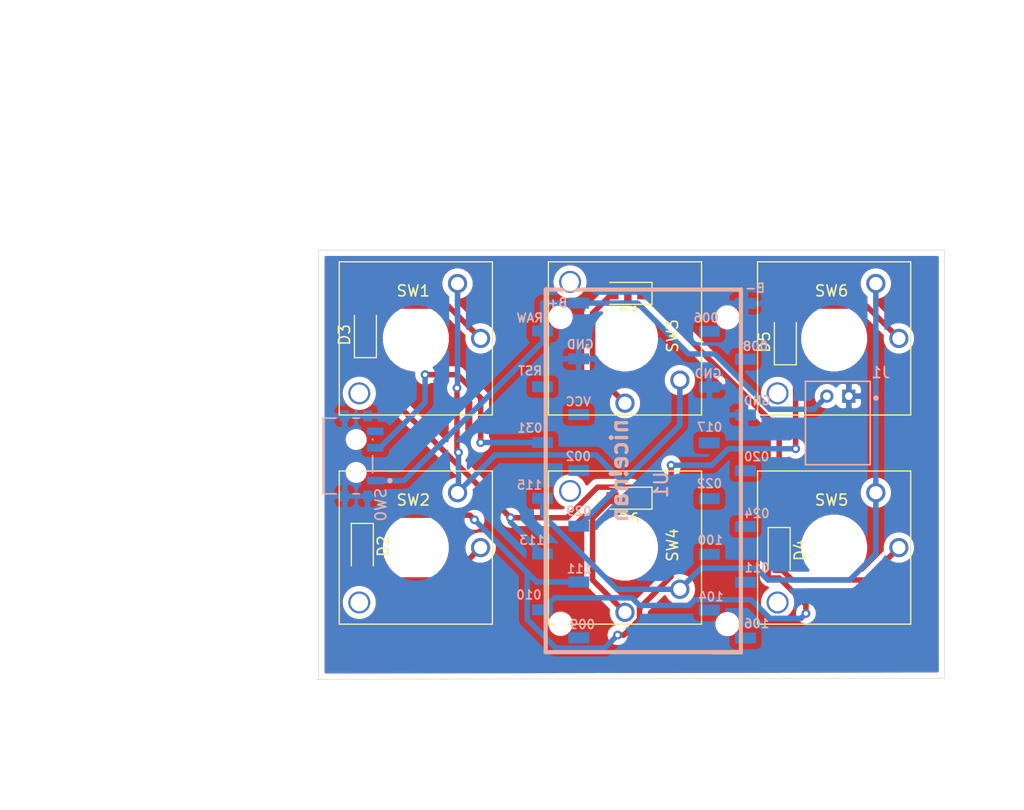
<source format=kicad_pcb>
(kicad_pcb (version 20171130) (host pcbnew 5.1.6-c6e7f7d~87~ubuntu20.04.1)

  (general
    (thickness 1.6)
    (drawings 4)
    (tracks 115)
    (zones 0)
    (modules 15)
    (nets 35)
  )

  (page A4)
  (layers
    (0 F.Cu signal)
    (31 B.Cu signal)
    (32 B.Adhes user)
    (33 F.Adhes user)
    (34 B.Paste user)
    (35 F.Paste user)
    (36 B.SilkS user)
    (37 F.SilkS user)
    (38 B.Mask user)
    (39 F.Mask user)
    (40 Dwgs.User user)
    (41 Cmts.User user)
    (42 Eco1.User user)
    (43 Eco2.User user)
    (44 Edge.Cuts user)
    (45 Margin user)
    (46 B.CrtYd user)
    (47 F.CrtYd user)
    (48 B.Fab user)
    (49 F.Fab user)
  )

  (setup
    (last_trace_width 0.5)
    (user_trace_width 0.5)
    (user_trace_width 1)
    (trace_clearance 0.2)
    (zone_clearance 0.508)
    (zone_45_only no)
    (trace_min 0.2)
    (via_size 0.8)
    (via_drill 0.4)
    (via_min_size 0.4)
    (via_min_drill 0.3)
    (uvia_size 0.3)
    (uvia_drill 0.1)
    (uvias_allowed no)
    (uvia_min_size 0.2)
    (uvia_min_drill 0.1)
    (edge_width 0.05)
    (segment_width 0.2)
    (pcb_text_width 0.3)
    (pcb_text_size 1.5 1.5)
    (mod_edge_width 0.12)
    (mod_text_size 1 1)
    (mod_text_width 0.15)
    (pad_size 5 5)
    (pad_drill 5)
    (pad_to_mask_clearance 0.05)
    (aux_axis_origin 0 0)
    (visible_elements FFFFFFFF)
    (pcbplotparams
      (layerselection 0x010f0_ffffffff)
      (usegerberextensions false)
      (usegerberattributes true)
      (usegerberadvancedattributes true)
      (creategerberjobfile true)
      (excludeedgelayer true)
      (linewidth 0.100000)
      (plotframeref false)
      (viasonmask false)
      (mode 1)
      (useauxorigin false)
      (hpglpennumber 1)
      (hpglpenspeed 20)
      (hpglpendiameter 15.000000)
      (psnegative false)
      (psa4output false)
      (plotreference true)
      (plotvalue true)
      (plotinvisibletext false)
      (padsonsilk false)
      (subtractmaskfromsilk false)
      (outputformat 1)
      (mirror false)
      (drillshape 0)
      (scaleselection 1)
      (outputdirectory "../Gerbers/"))
  )

  (net 0 "")
  (net 1 "Net-(D1-Pad2)")
  (net 2 row0)
  (net 3 row1)
  (net 4 "Net-(D2-Pad2)")
  (net 5 "Net-(D3-Pad2)")
  (net 6 row2)
  (net 7 "Net-(D4-Pad2)")
  (net 8 "Net-(D5-Pad2)")
  (net 9 "Net-(D6-Pad2)")
  (net 10 GND)
  (net 11 BAT)
  (net 12 PowerToggle)
  (net 13 "Net-(SW2-Pad1)")
  (net 14 col0)
  (net 15 "Net-(SW3-Pad1)")
  (net 16 "Net-(SW4-Pad1)")
  (net 17 col1)
  (net 18 "Net-(SW5-Pad1)")
  (net 19 "Net-(SW6-Pad1)")
  (net 20 "Net-(U1-Pad12)")
  (net 21 "Net-(U1-Pad22)")
  (net 22 "Net-(U1-Pad14)")
  (net 23 "Net-(U1-Pad13)")
  (net 24 "Net-(U1-Pad11)")
  (net 25 "Net-(U1-Pad10)")
  (net 26 "Net-(U1-Pad9)")
  (net 27 "Net-(U1-Pad8)")
  (net 28 "Net-(U1-Pad7)")
  (net 29 "Net-(U1-Pad6)")
  (net 30 "Net-(U1-Pad2)")
  (net 31 "Net-(U1-Pad20)")
  (net 32 "Net-(U1-Pad23)")
  (net 33 "Net-(U1-Pad3)")
  (net 34 "Net-(SW1-Pad1)")

  (net_class Default "This is the default net class."
    (clearance 0.2)
    (trace_width 0.25)
    (via_dia 0.8)
    (via_drill 0.4)
    (uvia_dia 0.3)
    (uvia_drill 0.1)
    (add_net BAT)
    (add_net GND)
    (add_net "Net-(D1-Pad2)")
    (add_net "Net-(D2-Pad2)")
    (add_net "Net-(D3-Pad2)")
    (add_net "Net-(D4-Pad2)")
    (add_net "Net-(D5-Pad2)")
    (add_net "Net-(D6-Pad2)")
    (add_net "Net-(SW1-Pad1)")
    (add_net "Net-(SW2-Pad1)")
    (add_net "Net-(SW3-Pad1)")
    (add_net "Net-(SW4-Pad1)")
    (add_net "Net-(SW5-Pad1)")
    (add_net "Net-(SW6-Pad1)")
    (add_net "Net-(U1-Pad10)")
    (add_net "Net-(U1-Pad11)")
    (add_net "Net-(U1-Pad12)")
    (add_net "Net-(U1-Pad13)")
    (add_net "Net-(U1-Pad14)")
    (add_net "Net-(U1-Pad2)")
    (add_net "Net-(U1-Pad20)")
    (add_net "Net-(U1-Pad22)")
    (add_net "Net-(U1-Pad23)")
    (add_net "Net-(U1-Pad3)")
    (add_net "Net-(U1-Pad6)")
    (add_net "Net-(U1-Pad7)")
    (add_net "Net-(U1-Pad8)")
    (add_net "Net-(U1-Pad9)")
    (add_net PowerToggle)
    (add_net col0)
    (add_net col1)
    (add_net row0)
    (add_net row1)
    (add_net row2)
  )

  (module MXHHKBLE_KiCAD:Nidec_Copal-CUS-12TB-MFG (layer B.Cu) (tedit 5F6811FD) (tstamp 5F6CF485)
    (at 132.65625 72.75 90)
    (path /5F74B428)
    (fp_text reference SW0 (at -2.8125 3 270) (layer B.SilkS)
      (effects (font (size 1 1) (thickness 0.15)) (justify left mirror))
    )
    (fp_text value CUS-12TB (at 0 0 270) (layer B.SilkS) hide
      (effects (font (size 1.27 1.27) (thickness 0.15)) (justify mirror))
    )
    (fp_circle (center -2.25 3.825) (end -2.125 3.825) (layer B.SilkS) (width 0.25))
    (fp_line (start -3.45 0.475) (end -3.45 1.025) (layer B.SilkS) (width 0.15))
    (fp_line (start -3.45 -2.25) (end -3.45 -1.075) (layer B.SilkS) (width 0.15))
    (fp_line (start -3.45 -2.25) (end 3.45 -2.25) (layer B.SilkS) (width 0.15))
    (fp_line (start 3.45 0.475) (end 3.45 1.025) (layer B.SilkS) (width 0.15))
    (fp_line (start 3.45 -2.25) (end 3.45 -1.075) (layer B.SilkS) (width 0.15))
    (fp_line (start 1.475 2.25) (end 1.525 2.25) (layer B.SilkS) (width 0.15))
    (fp_line (start -1.525 2.25) (end 0.025 2.25) (layer B.SilkS) (width 0.15))
    (fp_line (start 4.175 -2.275) (end 4.175 3.275) (layer B.CrtYd) (width 0.15))
    (fp_line (start -4.175 -2.275) (end 4.175 -2.275) (layer B.CrtYd) (width 0.15))
    (fp_line (start -4.175 3.275) (end -4.175 -2.275) (layer B.CrtYd) (width 0.15))
    (fp_line (start 4.175 3.275) (end -4.175 3.275) (layer B.CrtYd) (width 0.15))
    (fp_line (start 4.175 3.275) (end 4.175 3.275) (layer B.CrtYd) (width 0.15))
    (fp_line (start 3.45 -2.25) (end -3.45 -2.25) (layer B.Fab) (width 0.15))
    (fp_line (start 3.45 2.25) (end 3.45 -2.25) (layer B.Fab) (width 0.15))
    (fp_line (start -3.45 2.25) (end 3.45 2.25) (layer B.Fab) (width 0.15))
    (fp_line (start -3.45 -2.25) (end -3.45 2.25) (layer B.Fab) (width 0.15))
    (pad ~ np_thru_hole circle (at -1.5 0.75 90) (size 0.9 0.9) (drill 0.9) (layers *.Cu *.Mask))
    (pad ~ np_thru_hole circle (at 1.5 0.75 90) (size 0.9 0.9) (drill 0.9) (layers *.Cu *.Mask))
    (pad 1 smd rect (at -2.25 2.5 90) (size 0.7 1.5) (layers B.Cu B.Paste B.Mask)
      (net 11 BAT))
    (pad 2 smd rect (at 0.75 2.5 90) (size 0.7 1.5) (layers B.Cu B.Paste B.Mask)
      (net 12 PowerToggle))
    (pad 3 smd rect (at 2.25 2.5 90) (size 0.7 1.5) (layers B.Cu B.Paste B.Mask)
      (net 10 GND))
    (pad 4 smd rect (at -3.65 1.8 90) (size 1 0.8) (layers B.Cu B.Paste B.Mask)
      (net 10 GND))
    (pad 5 smd rect (at 3.65 1.8 90) (size 1 0.8) (layers B.Cu B.Paste B.Mask)
      (net 10 GND))
    (pad 6 smd rect (at -3.65 -0.3 90) (size 1 0.8) (layers B.Cu B.Paste B.Mask)
      (net 10 GND))
    (pad 7 smd rect (at 3.65 -0.3 90) (size 1 0.8) (layers B.Cu B.Paste B.Mask)
      (net 10 GND))
    (model eec.models/Nidec_Copal_-_CUS-12TB.step
      (offset (xyz 0 -19.30399971008301 0))
      (scale (xyz 1 1 1))
      (rotate (xyz 0 0 0))
    )
  )

  (module MXHHKBLE_KiCAD:nice_nano_no_middle_socket (layer B.Cu) (tedit 5F68114A) (tstamp 5F6BB5B4)
    (at 159.5625 75.375 270)
    (path /5F779DFC)
    (fp_text reference U1 (at 0 -1.625 90) (layer B.SilkS)
      (effects (font (size 1.2 1.2) (thickness 0.2032)) (justify mirror))
    )
    (fp_text value nice_nano_no_middle (at 0 0 90) (layer B.SilkS) hide
      (effects (font (size 1.2 1.2) (thickness 0.2032)) (justify mirror))
    )
    (fp_text user 011 (at 7.56 -10.35 180) (layer B.SilkS)
      (effects (font (size 0.8 0.8) (thickness 0.15)) (justify mirror))
    )
    (fp_text user 106 (at 12.64 -10.32 180) (layer B.SilkS)
      (effects (font (size 0.8 0.8) (thickness 0.15)) (justify mirror))
    )
    (fp_text user 009 (at 12.72 5.55 180) (layer B.SilkS)
      (effects (font (size 0.8 0.8) (thickness 0.15)) (justify mirror))
    )
    (fp_text user %R (at -1.31 7.53 270) (layer B.Fab)
      (effects (font (size 1 1) (thickness 0.15)) (justify mirror))
    )
    (fp_text user REF** (at -19.42 7.53 180) (layer B.SilkS) hide
      (effects (font (size 1 1) (thickness 0.15)) (justify mirror))
    )
    (fp_text user %R (at -1.31 7.53 90) (layer B.Fab)
      (effects (font (size 1 1) (thickness 0.15)) (justify mirror))
    )
    (fp_text user REF** (at -19.42 7.53 180) (layer B.SilkS) hide
      (effects (font (size 1 1) (thickness 0.15)) (justify mirror))
    )
    (fp_text user nice!nano (at -0.62 2.18 270) (layer B.SilkS)
      (effects (font (size 1.5 1.5) (thickness 0.3)) (justify mirror))
    )
    (fp_text user 010 (at 10.03 10.42 180) (layer B.SilkS)
      (effects (font (size 0.8 0.8) (thickness 0.15)) (justify mirror))
    )
    (fp_text user 115 (at 0.02 10.37 180) (layer B.SilkS)
      (effects (font (size 0.8 0.8) (thickness 0.15)) (justify mirror))
    )
    (fp_text user 002 (at -2.59 5.92 180) (layer B.SilkS)
      (effects (font (size 0.8 0.8) (thickness 0.15)) (justify mirror))
    )
    (fp_text user 029 (at 2.4 5.86 180) (layer B.SilkS)
      (effects (font (size 0.8 0.8) (thickness 0.15)) (justify mirror))
    )
    (fp_text user RAW (at -15.2 10.34 180) (layer B.SilkS)
      (effects (font (size 0.8 0.8) (thickness 0.15)) (justify mirror))
    )
    (fp_text user GND (at -7.66 -10.37 180) (layer B.SilkS)
      (effects (font (size 0.8 0.8) (thickness 0.15)) (justify mirror))
    )
    (fp_text user RST (at -10.38 10.31 180) (layer B.SilkS)
      (effects (font (size 0.8 0.8) (thickness 0.15)) (justify mirror))
    )
    (fp_text user VCC (at -7.57 5.92 180) (layer B.SilkS)
      (effects (font (size 0.8 0.8) (thickness 0.15)) (justify mirror))
    )
    (fp_text user 031 (at -5.17 10.34 180) (layer B.SilkS)
      (effects (font (size 0.8 0.8) (thickness 0.15)) (justify mirror))
    )
    (fp_text user 113 (at 5.04 10.14 180) (layer B.SilkS)
      (effects (font (size 0.8 0.8) (thickness 0.15)) (justify mirror))
    )
    (fp_text user 111 (at 7.65 5.83 180) (layer B.SilkS)
      (effects (font (size 0.8 0.8) (thickness 0.15)) (justify mirror))
    )
    (fp_text user 104 (at 10.2 -6.16 180) (layer B.SilkS)
      (effects (font (size 0.8 0.8) (thickness 0.15)) (justify mirror))
    )
    (fp_text user 100 (at 5.04 -6.1 180) (layer B.SilkS)
      (effects (font (size 0.8 0.8) (thickness 0.15)) (justify mirror))
    )
    (fp_text user 024 (at 2.61 -10.35 180) (layer B.SilkS)
      (effects (font (size 0.8 0.8) (thickness 0.15)) (justify mirror))
    )
    (fp_text user 022 (at -0.11 -6.02 180) (layer B.SilkS)
      (effects (font (size 0.8 0.8) (thickness 0.15)) (justify mirror))
    )
    (fp_text user GND (at -10.12 -5.9 180) (layer B.SilkS)
      (effects (font (size 0.8 0.8) (thickness 0.15)) (justify mirror))
    )
    (fp_text user 017 (at -5.25 -6.04 180) (layer B.SilkS)
      (effects (font (size 0.8 0.8) (thickness 0.15)) (justify mirror))
    )
    (fp_text user 020 (at -2.56 -10.32 180) (layer B.SilkS)
      (effects (font (size 0.8 0.8) (thickness 0.15)) (justify mirror))
    )
    (fp_text user 008 (at -12.62 -10.21 180) (layer B.SilkS)
      (effects (font (size 0.8 0.8) (thickness 0.15)) (justify mirror))
    )
    (fp_text user 006 (at -15.2 -5.73 180) (layer B.SilkS)
      (effects (font (size 0.8 0.8) (thickness 0.15)) (justify mirror))
    )
    (fp_text user B- (at -17.92 -10.18 180) (layer B.SilkS)
      (effects (font (size 0.8 0.8) (thickness 0.15)) (justify mirror))
    )
    (fp_text user B+ (at -16.58 7.82 180) (layer B.SilkS)
      (effects (font (size 0.8 0.8) (thickness 0.15)) (justify mirror))
    )
    (fp_line (start 8.58 -9.93) (end 8.58 -8.93) (layer B.Fab) (width 0.1))
    (fp_line (start 6.64 -5.39) (end 6.64 -6.39) (layer B.Fab) (width 0.1))
    (fp_line (start -9.2 -5.39) (end -8.6 -5.39) (layer B.Fab) (width 0.1))
    (fp_line (start 15.33 -8.93) (end -17.255 -8.93) (layer B.Fab) (width 0.1))
    (fp_line (start 0.96 -5.39) (end 1.56 -5.39) (layer B.Fab) (width 0.1))
    (fp_line (start 0.96 -6.39) (end 0.96 -5.39) (layer B.Fab) (width 0.1))
    (fp_line (start -1.58 -9.93) (end -1.58 -8.93) (layer B.Fab) (width 0.1))
    (fp_line (start -3.52 -5.39) (end -3.52 -6.39) (layer B.Fab) (width 0.1))
    (fp_line (start 15.82 -10.76) (end -18.43 -10.76) (layer B.CrtYd) (width 0.05))
    (fp_line (start 15.82 -4.56) (end 15.82 -10.76) (layer B.CrtYd) (width 0.05))
    (fp_line (start 9.18 -9.93) (end 8.58 -9.93) (layer B.Fab) (width 0.1))
    (fp_line (start 9.18 -8.93) (end 9.18 -9.93) (layer B.Fab) (width 0.1))
    (fp_line (start -4.12 -5.39) (end -3.52 -5.39) (layer B.Fab) (width 0.1))
    (fp_line (start -4.12 -6.39) (end -4.12 -5.39) (layer B.Fab) (width 0.1))
    (fp_line (start -17.89 -6.39) (end 15.33 -6.39) (layer B.Fab) (width 0.1))
    (fp_line (start 14.72 -8.99) (end 15.39 -8.99) (layer B.SilkS) (width 0.12))
    (fp_line (start -5.6 -8.99) (end -2.04 -8.99) (layer B.SilkS) (width 0.12))
    (fp_line (start 15.39 -8.99) (end 15.39 -6.33) (layer B.SilkS) (width 0.12))
    (fp_line (start -18.43 -4.56) (end 15.82 -4.56) (layer B.CrtYd) (width 0.05))
    (fp_line (start -18.43 -10.76) (end -18.43 -4.56) (layer B.CrtYd) (width 0.05))
    (fp_line (start -17.95 -8.99) (end -17.28 -8.99) (layer B.SilkS) (width 0.12))
    (fp_line (start -16.22 -9.93) (end -16.82 -9.93) (layer B.Fab) (width 0.1))
    (fp_line (start 14.26 -9.93) (end 13.66 -9.93) (layer B.Fab) (width 0.1))
    (fp_line (start 14.26 -8.93) (end 14.26 -9.93) (layer B.Fab) (width 0.1))
    (fp_line (start -11.14 -9.93) (end -11.74 -9.93) (layer B.Fab) (width 0.1))
    (fp_line (start -10.68 -8.99) (end -7.12 -8.99) (layer B.SilkS) (width 0.12))
    (fp_line (start 3.5 -9.93) (end 3.5 -8.93) (layer B.Fab) (width 0.1))
    (fp_line (start 1.56 -5.39) (end 1.56 -6.39) (layer B.Fab) (width 0.1))
    (fp_line (start -6.06 -9.93) (end -6.66 -9.93) (layer B.Fab) (width 0.1))
    (fp_line (start -6.06 -8.93) (end -6.06 -9.93) (layer B.Fab) (width 0.1))
    (fp_line (start -14.28 -6.39) (end -14.28 -5.39) (layer B.Fab) (width 0.1))
    (fp_line (start -14.28 -5.39) (end -13.68 -5.39) (layer B.Fab) (width 0.1))
    (fp_line (start -0.98 -9.93) (end -1.58 -9.93) (layer B.Fab) (width 0.1))
    (fp_line (start -0.98 -8.93) (end -0.98 -9.93) (layer B.Fab) (width 0.1))
    (fp_line (start -11.74 -9.93) (end -11.74 -8.93) (layer B.Fab) (width 0.1))
    (fp_line (start -8.6 -5.39) (end -8.6 -6.39) (layer B.Fab) (width 0.1))
    (fp_line (start 9.64 -8.99) (end 13.2 -8.99) (layer B.SilkS) (width 0.12))
    (fp_line (start -9.2 -6.39) (end -9.2 -5.39) (layer B.Fab) (width 0.1))
    (fp_line (start -16.82 -9.93) (end -16.82 -8.93) (layer B.Fab) (width 0.1))
    (fp_line (start -6.66 -9.93) (end -6.66 -8.93) (layer B.Fab) (width 0.1))
    (fp_line (start 4.56 -8.99) (end 8.12 -8.99) (layer B.SilkS) (width 0.12))
    (fp_line (start 13.66 -9.93) (end 13.66 -8.93) (layer B.Fab) (width 0.1))
    (fp_line (start 11.72 -5.39) (end 11.72 -6.39) (layer B.Fab) (width 0.1))
    (fp_line (start -17.89 -8.295) (end -17.89 -6.39) (layer B.Fab) (width 0.1))
    (fp_line (start -13.68 -5.39) (end -13.68 -6.39) (layer B.Fab) (width 0.1))
    (fp_line (start 4.1 -9.93) (end 3.5 -9.93) (layer B.Fab) (width 0.1))
    (fp_line (start 4.1 -8.93) (end 4.1 -9.93) (layer B.Fab) (width 0.1))
    (fp_line (start 15.33 -6.39) (end 15.33 -8.93) (layer B.Fab) (width 0.1))
    (fp_line (start -17.255 -8.93) (end -17.89 -8.295) (layer B.Fab) (width 0.1))
    (fp_line (start -0.52 -8.99) (end 3.04 -8.99) (layer B.SilkS) (width 0.12))
    (fp_line (start -11.14 -8.93) (end -11.14 -9.93) (layer B.Fab) (width 0.1))
    (fp_line (start -15.76 -8.99) (end -12.2 -8.99) (layer B.SilkS) (width 0.12))
    (fp_line (start 6.04 -5.39) (end 6.64 -5.39) (layer B.Fab) (width 0.1))
    (fp_line (start 6.04 -6.39) (end 6.04 -5.39) (layer B.Fab) (width 0.1))
    (fp_line (start 11.12 -5.39) (end 11.72 -5.39) (layer B.Fab) (width 0.1))
    (fp_line (start 11.12 -6.39) (end 11.12 -5.39) (layer B.Fab) (width 0.1))
    (fp_line (start -16.22 -8.93) (end -16.22 -9.93) (layer B.Fab) (width 0.1))
    (fp_line (start 8.55 5.26) (end 8.55 6.26) (layer B.Fab) (width 0.1))
    (fp_line (start 6.61 9.8) (end 6.61 8.8) (layer B.Fab) (width 0.1))
    (fp_line (start -9.23 9.8) (end -8.63 9.8) (layer B.Fab) (width 0.1))
    (fp_line (start 15.3 6.26) (end -17.285 6.26) (layer B.Fab) (width 0.1))
    (fp_line (start 0.93 9.8) (end 1.53 9.8) (layer B.Fab) (width 0.1))
    (fp_line (start 0.93 8.8) (end 0.93 9.8) (layer B.Fab) (width 0.1))
    (fp_line (start -1.61 5.26) (end -1.61 6.26) (layer B.Fab) (width 0.1))
    (fp_line (start -3.55 9.8) (end -3.55 8.8) (layer B.Fab) (width 0.1))
    (fp_line (start 15.79 4.43) (end -18.46 4.43) (layer B.CrtYd) (width 0.05))
    (fp_line (start 15.79 10.63) (end 15.79 4.43) (layer B.CrtYd) (width 0.05))
    (fp_line (start 9.15 5.26) (end 8.55 5.26) (layer B.Fab) (width 0.1))
    (fp_line (start 9.15 6.26) (end 9.15 5.26) (layer B.Fab) (width 0.1))
    (fp_line (start -4.15 9.8) (end -3.55 9.8) (layer B.Fab) (width 0.1))
    (fp_line (start -4.15 8.8) (end -4.15 9.8) (layer B.Fab) (width 0.1))
    (fp_line (start -17.92 8.8) (end 15.3 8.8) (layer B.Fab) (width 0.1))
    (fp_line (start 12.15 8.86) (end 15.36 8.86) (layer B.SilkS) (width 0.12))
    (fp_line (start 1.99 8.86) (end 5.55 8.86) (layer B.SilkS) (width 0.12))
    (fp_line (start -3.09 8.86) (end 0.47 8.86) (layer B.SilkS) (width 0.12))
    (fp_line (start -8.17 8.86) (end -4.61 8.86) (layer B.SilkS) (width 0.12))
    (fp_line (start -13.25 8.86) (end -9.69 8.86) (layer B.SilkS) (width 0.12))
    (fp_line (start -17.98 8.86) (end -14.77 8.86) (layer B.SilkS) (width 0.12))
    (fp_line (start 15.36 6.2) (end 15.36 8.86) (layer B.SilkS) (width 0.12))
    (fp_line (start -18.46 10.63) (end 15.79 10.63) (layer B.CrtYd) (width 0.05))
    (fp_line (start -18.46 4.43) (end -18.46 10.63) (layer B.CrtYd) (width 0.05))
    (fp_line (start -16.25 5.26) (end -16.85 5.26) (layer B.Fab) (width 0.1))
    (fp_line (start 14.23 5.26) (end 13.63 5.26) (layer B.Fab) (width 0.1))
    (fp_line (start 14.23 6.26) (end 14.23 5.26) (layer B.Fab) (width 0.1))
    (fp_line (start -11.17 5.26) (end -11.77 5.26) (layer B.Fab) (width 0.1))
    (fp_line (start 3.47 5.26) (end 3.47 6.26) (layer B.Fab) (width 0.1))
    (fp_line (start 1.53 9.8) (end 1.53 8.8) (layer B.Fab) (width 0.1))
    (fp_line (start -6.09 5.26) (end -6.69 5.26) (layer B.Fab) (width 0.1))
    (fp_line (start -6.09 6.26) (end -6.09 5.26) (layer B.Fab) (width 0.1))
    (fp_line (start -14.31 8.8) (end -14.31 9.8) (layer B.Fab) (width 0.1))
    (fp_line (start -14.31 9.8) (end -13.71 9.8) (layer B.Fab) (width 0.1))
    (fp_line (start -1.01 5.26) (end -1.61 5.26) (layer B.Fab) (width 0.1))
    (fp_line (start -1.01 6.26) (end -1.01 5.26) (layer B.Fab) (width 0.1))
    (fp_line (start -11.77 5.26) (end -11.77 6.26) (layer B.Fab) (width 0.1))
    (fp_line (start 7.07 8.86) (end 10.63 8.86) (layer B.SilkS) (width 0.12))
    (fp_line (start -8.63 9.8) (end -8.63 8.8) (layer B.Fab) (width 0.1))
    (fp_line (start -9.23 8.8) (end -9.23 9.8) (layer B.Fab) (width 0.1))
    (fp_line (start -16.85 5.26) (end -16.85 6.26) (layer B.Fab) (width 0.1))
    (fp_line (start -6.69 5.26) (end -6.69 6.26) (layer B.Fab) (width 0.1))
    (fp_line (start 13.63 5.26) (end 13.63 6.26) (layer B.Fab) (width 0.1))
    (fp_line (start 11.69 9.8) (end 11.69 8.8) (layer B.Fab) (width 0.1))
    (fp_line (start -17.92 6.895) (end -17.92 8.8) (layer B.Fab) (width 0.1))
    (fp_line (start -13.71 9.8) (end -13.71 8.8) (layer B.Fab) (width 0.1))
    (fp_line (start 4.07 5.26) (end 3.47 5.26) (layer B.Fab) (width 0.1))
    (fp_line (start 4.07 6.26) (end 4.07 5.26) (layer B.Fab) (width 0.1))
    (fp_line (start 15.3 8.8) (end 15.3 6.26) (layer B.Fab) (width 0.1))
    (fp_line (start -17.285 6.26) (end -17.92 6.895) (layer B.Fab) (width 0.1))
    (fp_line (start -11.17 6.26) (end -11.17 5.26) (layer B.Fab) (width 0.1))
    (fp_line (start 6.01 9.8) (end 6.61 9.8) (layer B.Fab) (width 0.1))
    (fp_line (start 6.01 8.8) (end 6.01 9.8) (layer B.Fab) (width 0.1))
    (fp_line (start 11.09 9.8) (end 11.69 9.8) (layer B.Fab) (width 0.1))
    (fp_line (start 11.09 8.8) (end 11.09 9.8) (layer B.Fab) (width 0.1))
    (fp_line (start -16.25 6.26) (end -16.25 5.26) (layer B.Fab) (width 0.1))
    (fp_line (start -15.24 -8.89) (end 15.24 -8.89) (layer B.SilkS) (width 0.381))
    (fp_line (start 15.24 -8.89) (end 15.24 8.89) (layer B.SilkS) (width 0.381))
    (fp_line (start 15.24 8.89) (end -15.24 8.89) (layer B.SilkS) (width 0.381))
    (fp_line (start -15.24 8.89) (end -17.78 8.89) (layer B.SilkS) (width 0.381))
    (fp_line (start -17.78 8.89) (end -17.78 -8.89) (layer B.SilkS) (width 0.381))
    (fp_line (start -17.78 -8.89) (end -15.24 -8.89) (layer B.SilkS) (width 0.381))
    (fp_line (start -14.224 3.556) (end -14.224 -3.81) (layer Dwgs.User) (width 0.2))
    (fp_line (start -14.224 -3.81) (end -19.304 -3.81) (layer Dwgs.User) (width 0.2))
    (fp_line (start -19.304 -3.81) (end -19.304 3.556) (layer Dwgs.User) (width 0.2))
    (fp_line (start -19.304 3.556) (end -14.224 3.556) (layer Dwgs.User) (width 0.2))
    (fp_text user GND (at -12.78 5.74 180) (layer B.SilkS)
      (effects (font (size 0.8 0.8) (thickness 0.15)) (justify mirror))
    )
    (pad "" np_thru_hole circle (at 12.69 -7.66 180) (size 1.19 1.19) (drill 1.19) (layers *.Cu *.Mask))
    (pad 6 smd rect (at -3.82 -6.01 180) (size 1.9 1) (layers B.Cu B.Paste B.Mask)
      (net 29 "Net-(U1-Pad6)"))
    (pad 2 smd rect (at -13.98 -6.01 180) (size 1.9 1) (layers B.Cu B.Paste B.Mask)
      (net 30 "Net-(U1-Pad2)"))
    (pad 10 smd rect (at 6.34 -6.01 180) (size 1.9 1) (layers B.Cu B.Paste B.Mask)
      (net 25 "Net-(U1-Pad10)"))
    (pad 4 smd rect (at -8.9 -6.01 180) (size 1.9 1) (layers B.Cu B.Paste B.Mask)
      (net 10 GND))
    (pad 12 smd rect (at 11.42 -6.01 180) (size 1.9 1) (layers B.Cu B.Paste B.Mask)
      (net 20 "Net-(U1-Pad12)"))
    (pad 1 smd rect (at -16.52 -9.31 180) (size 1.9 1) (layers B.Cu B.Paste B.Mask)
      (net 10 GND))
    (pad 5 smd rect (at -6.36 -9.31 180) (size 1.9 1) (layers B.Cu B.Paste B.Mask)
      (net 10 GND))
    (pad 3 smd rect (at -11.44 -9.31 180) (size 1.9 1) (layers B.Cu B.Paste B.Mask)
      (net 33 "Net-(U1-Pad3)"))
    (pad 7 smd rect (at -1.28 -9.31 180) (size 1.9 1) (layers B.Cu B.Paste B.Mask)
      (net 28 "Net-(U1-Pad7)"))
    (pad 9 smd rect (at 3.8 -9.31 180) (size 1.9 1) (layers B.Cu B.Paste B.Mask)
      (net 26 "Net-(U1-Pad9)"))
    (pad 11 smd rect (at 8.88 -9.31 180) (size 1.9 1) (layers B.Cu B.Paste B.Mask)
      (net 24 "Net-(U1-Pad11)"))
    (pad 13 smd rect (at 13.96 -9.31 180) (size 1.9 1) (layers B.Cu B.Paste B.Mask)
      (net 23 "Net-(U1-Pad13)"))
    (pad 8 smd rect (at 1.26 -6.01 180) (size 1.9 1) (layers B.Cu B.Paste B.Mask)
      (net 27 "Net-(U1-Pad8)"))
    (pad "" np_thru_hole circle (at -15.25 -7.66 180) (size 1.19 1.19) (drill 1.19) (layers *.Cu *.Mask))
    (pad "" np_thru_hole circle (at 12.66 7.53 180) (size 1.19 1.19) (drill 1.19) (layers *.Cu *.Mask))
    (pad 21 smd rect (at -3.85 9.18 180) (size 1.9 1) (layers B.Cu B.Paste B.Mask)
      (net 12 PowerToggle))
    (pad 25 smd rect (at -14.01 9.18 180) (size 1.9 1) (layers B.Cu B.Paste B.Mask)
      (net 11 BAT))
    (pad 17 smd rect (at 6.31 9.18 180) (size 1.9 1) (layers B.Cu B.Paste B.Mask)
      (net 6 row2))
    (pad 23 smd rect (at -8.93 9.18 180) (size 1.9 1) (layers B.Cu B.Paste B.Mask)
      (net 32 "Net-(U1-Pad23)"))
    (pad 15 smd rect (at 11.39 9.18 180) (size 1.9 1) (layers B.Cu B.Paste B.Mask)
      (net 2 row0))
    (pad 26 smd rect (at -16.55 5.88 180) (size 1.9 1) (layers B.Cu B.Paste B.Mask)
      (net 11 BAT))
    (pad 22 smd rect (at -6.39 5.88 180) (size 1.9 1) (layers B.Cu B.Paste B.Mask)
      (net 21 "Net-(U1-Pad22)"))
    (pad 24 smd rect (at -11.47 5.88 180) (size 1.9 1) (layers B.Cu B.Paste B.Mask)
      (net 10 GND))
    (pad 20 smd rect (at -1.31 5.88 180) (size 1.9 1) (layers B.Cu B.Paste B.Mask)
      (net 31 "Net-(U1-Pad20)"))
    (pad 18 smd rect (at 3.77 5.88 180) (size 1.9 1) (layers B.Cu B.Paste B.Mask)
      (net 14 col0))
    (pad 16 smd rect (at 8.85 5.88 180) (size 1.9 1) (layers B.Cu B.Paste B.Mask)
      (net 3 row1))
    (pad 14 smd rect (at 13.93 5.88 180) (size 1.9 1) (layers B.Cu B.Paste B.Mask)
      (net 22 "Net-(U1-Pad14)"))
    (pad 19 smd rect (at 1.23 9.18 180) (size 1.9 1) (layers B.Cu B.Paste B.Mask)
      (net 17 col1))
    (pad "" np_thru_hole circle (at -15.28 7.53 180) (size 1.19 1.19) (drill 1.19) (layers *.Cu *.Mask))
    (model /Users/danny/Documents/proj/custom-keyboard/kicad-libs/3d_models/ArduinoProMicro.wrl
      (offset (xyz -13.96999979019165 -7.619999885559082 -5.841999912261963))
      (scale (xyz 0.395 0.395 0.395))
      (rotate (xyz 90 180 180))
    )
  )

  (module MXHHKBLE_KiCAD:JST-S2B-PH-K-SLFSN-0-0-0 (layer B.Cu) (tedit 5F681103) (tstamp 5F6CE6B8)
    (at 177.28125 69.75 180)
    (path /5F75F293)
    (fp_text reference J1 (at -2.95 4.6 180) (layer B.SilkS)
      (effects (font (size 1 1) (thickness 0.15)) (justify right mirror))
    )
    (fp_text value S2B-PH-K-SLFSN (at 5.74 8.65 180) (layer B.SilkS) hide
      (effects (font (size 1.27 1.27) (thickness 0.15)) (justify mirror))
    )
    (fp_line (start -2.95 -3.8) (end -2.95 3.8) (layer B.Fab) (width 0.15))
    (fp_line (start -2.95 3.8) (end 2.95 3.8) (layer B.Fab) (width 0.15))
    (fp_line (start 2.95 3.8) (end 2.95 -3.8) (layer B.Fab) (width 0.15))
    (fp_line (start 2.95 -3.8) (end -2.95 -3.8) (layer B.Fab) (width 0.15))
    (fp_line (start 2.975 3.825) (end 2.975 3.825) (layer B.CrtYd) (width 0.15))
    (fp_line (start 2.975 3.825) (end -2.975 3.825) (layer B.CrtYd) (width 0.15))
    (fp_line (start -2.975 3.825) (end -2.975 -3.825) (layer B.CrtYd) (width 0.15))
    (fp_line (start -2.975 -3.825) (end 2.975 -3.825) (layer B.CrtYd) (width 0.15))
    (fp_line (start 2.975 -3.825) (end 2.975 3.825) (layer B.CrtYd) (width 0.15))
    (fp_line (start -2.95 3.8) (end 2.95 3.8) (layer B.SilkS) (width 0.15))
    (fp_line (start 2.95 -3.8) (end 2.95 3.8) (layer B.SilkS) (width 0.15))
    (fp_line (start -2.95 -3.8) (end 2.95 -3.8) (layer B.SilkS) (width 0.15))
    (fp_line (start -2.95 -3.8) (end -2.95 3.8) (layer B.SilkS) (width 0.15))
    (fp_circle (center -3.475 2.275) (end -3.35 2.275) (layer B.SilkS) (width 0.25))
    (pad 2 thru_hole circle (at 1 2.45 180) (size 1.2 1.2) (drill 0.7) (layers *.Cu)
      (net 11 BAT))
    (pad 1 thru_hole rect (at -1 2.45 180) (size 1.2 1.2) (drill 0.7) (layers *.Cu)
      (net 10 GND))
    (model eec1.models/JST_-_S2B-PH-K-S.step
      (at (xyz 0 0 0))
      (scale (xyz 1 1 1))
      (rotate (xyz 0 0 0))
    )
  )

  (module Diode_SMD:D_SOD-123F (layer F.Cu) (tedit 587F7769) (tstamp 5F6AD970)
    (at 158.15625 57.9375 180)
    (descr D_SOD-123F)
    (tags D_SOD-123F)
    (path /5F70E9B2)
    (attr smd)
    (fp_text reference D1 (at -0.127 -1.905) (layer F.SilkS)
      (effects (font (size 1 1) (thickness 0.15)))
    )
    (fp_text value D (at 0 2.1) (layer F.Fab)
      (effects (font (size 1 1) (thickness 0.15)))
    )
    (fp_text user %R (at -0.127 -1.905) (layer F.Fab)
      (effects (font (size 1 1) (thickness 0.15)))
    )
    (fp_line (start -2.2 -1) (end -2.2 1) (layer F.SilkS) (width 0.12))
    (fp_line (start 0.25 0) (end 0.75 0) (layer F.Fab) (width 0.1))
    (fp_line (start 0.25 0.4) (end -0.35 0) (layer F.Fab) (width 0.1))
    (fp_line (start 0.25 -0.4) (end 0.25 0.4) (layer F.Fab) (width 0.1))
    (fp_line (start -0.35 0) (end 0.25 -0.4) (layer F.Fab) (width 0.1))
    (fp_line (start -0.35 0) (end -0.35 0.55) (layer F.Fab) (width 0.1))
    (fp_line (start -0.35 0) (end -0.35 -0.55) (layer F.Fab) (width 0.1))
    (fp_line (start -0.75 0) (end -0.35 0) (layer F.Fab) (width 0.1))
    (fp_line (start -1.4 0.9) (end -1.4 -0.9) (layer F.Fab) (width 0.1))
    (fp_line (start 1.4 0.9) (end -1.4 0.9) (layer F.Fab) (width 0.1))
    (fp_line (start 1.4 -0.9) (end 1.4 0.9) (layer F.Fab) (width 0.1))
    (fp_line (start -1.4 -0.9) (end 1.4 -0.9) (layer F.Fab) (width 0.1))
    (fp_line (start -2.2 -1.15) (end 2.2 -1.15) (layer F.CrtYd) (width 0.05))
    (fp_line (start 2.2 -1.15) (end 2.2 1.15) (layer F.CrtYd) (width 0.05))
    (fp_line (start 2.2 1.15) (end -2.2 1.15) (layer F.CrtYd) (width 0.05))
    (fp_line (start -2.2 -1.15) (end -2.2 1.15) (layer F.CrtYd) (width 0.05))
    (fp_line (start -2.2 1) (end 1.65 1) (layer F.SilkS) (width 0.12))
    (fp_line (start -2.2 -1) (end 1.65 -1) (layer F.SilkS) (width 0.12))
    (pad 2 smd rect (at 1.4 0 180) (size 1.1 1.1) (layers F.Cu F.Paste F.Mask)
      (net 1 "Net-(D1-Pad2)"))
    (pad 1 smd rect (at -1.4 0 180) (size 1.1 1.1) (layers F.Cu F.Paste F.Mask)
      (net 2 row0))
    (model ${KISYS3DMOD}/Diode_SMD.3dshapes/D_SOD-123F.wrl
      (at (xyz 0 0 0))
      (scale (xyz 1 1 1))
      (rotate (xyz 0 0 0))
    )
  )

  (module Diode_SMD:D_SOD-123F (layer F.Cu) (tedit 587F7769) (tstamp 5F6AD989)
    (at 133.96875 81.09375 270)
    (descr D_SOD-123F)
    (tags D_SOD-123F)
    (path /5F6EF8C7)
    (attr smd)
    (fp_text reference D2 (at -0.127 -1.905 90) (layer F.SilkS)
      (effects (font (size 1 1) (thickness 0.15)))
    )
    (fp_text value D (at 0 2.1 90) (layer F.Fab)
      (effects (font (size 1 1) (thickness 0.15)))
    )
    (fp_text user %R (at -0.127 -1.905 90) (layer F.Fab)
      (effects (font (size 1 1) (thickness 0.15)))
    )
    (fp_line (start -2.2 -1) (end -2.2 1) (layer F.SilkS) (width 0.12))
    (fp_line (start 0.25 0) (end 0.75 0) (layer F.Fab) (width 0.1))
    (fp_line (start 0.25 0.4) (end -0.35 0) (layer F.Fab) (width 0.1))
    (fp_line (start 0.25 -0.4) (end 0.25 0.4) (layer F.Fab) (width 0.1))
    (fp_line (start -0.35 0) (end 0.25 -0.4) (layer F.Fab) (width 0.1))
    (fp_line (start -0.35 0) (end -0.35 0.55) (layer F.Fab) (width 0.1))
    (fp_line (start -0.35 0) (end -0.35 -0.55) (layer F.Fab) (width 0.1))
    (fp_line (start -0.75 0) (end -0.35 0) (layer F.Fab) (width 0.1))
    (fp_line (start -1.4 0.9) (end -1.4 -0.9) (layer F.Fab) (width 0.1))
    (fp_line (start 1.4 0.9) (end -1.4 0.9) (layer F.Fab) (width 0.1))
    (fp_line (start 1.4 -0.9) (end 1.4 0.9) (layer F.Fab) (width 0.1))
    (fp_line (start -1.4 -0.9) (end 1.4 -0.9) (layer F.Fab) (width 0.1))
    (fp_line (start -2.2 -1.15) (end 2.2 -1.15) (layer F.CrtYd) (width 0.05))
    (fp_line (start 2.2 -1.15) (end 2.2 1.15) (layer F.CrtYd) (width 0.05))
    (fp_line (start 2.2 1.15) (end -2.2 1.15) (layer F.CrtYd) (width 0.05))
    (fp_line (start -2.2 -1.15) (end -2.2 1.15) (layer F.CrtYd) (width 0.05))
    (fp_line (start -2.2 1) (end 1.65 1) (layer F.SilkS) (width 0.12))
    (fp_line (start -2.2 -1) (end 1.65 -1) (layer F.SilkS) (width 0.12))
    (pad 2 smd rect (at 1.4 0 270) (size 1.1 1.1) (layers F.Cu F.Paste F.Mask)
      (net 4 "Net-(D2-Pad2)"))
    (pad 1 smd rect (at -1.4 0 270) (size 1.1 1.1) (layers F.Cu F.Paste F.Mask)
      (net 3 row1))
    (model ${KISYS3DMOD}/Diode_SMD.3dshapes/D_SOD-123F.wrl
      (at (xyz 0 0 0))
      (scale (xyz 1 1 1))
      (rotate (xyz 0 0 0))
    )
  )

  (module Diode_SMD:D_SOD-123F (layer F.Cu) (tedit 587F7769) (tstamp 5F6BA901)
    (at 134.25 61.59375 90)
    (descr D_SOD-123F)
    (tags D_SOD-123F)
    (path /5F6EFCCF)
    (attr smd)
    (fp_text reference D3 (at -0.127 -1.905 90) (layer F.SilkS)
      (effects (font (size 1 1) (thickness 0.15)))
    )
    (fp_text value D (at 0 2.1 90) (layer F.Fab)
      (effects (font (size 1 1) (thickness 0.15)))
    )
    (fp_text user %R (at -0.127 -1.905 90) (layer F.Fab)
      (effects (font (size 1 1) (thickness 0.15)))
    )
    (fp_line (start -2.2 -1) (end -2.2 1) (layer F.SilkS) (width 0.12))
    (fp_line (start 0.25 0) (end 0.75 0) (layer F.Fab) (width 0.1))
    (fp_line (start 0.25 0.4) (end -0.35 0) (layer F.Fab) (width 0.1))
    (fp_line (start 0.25 -0.4) (end 0.25 0.4) (layer F.Fab) (width 0.1))
    (fp_line (start -0.35 0) (end 0.25 -0.4) (layer F.Fab) (width 0.1))
    (fp_line (start -0.35 0) (end -0.35 0.55) (layer F.Fab) (width 0.1))
    (fp_line (start -0.35 0) (end -0.35 -0.55) (layer F.Fab) (width 0.1))
    (fp_line (start -0.75 0) (end -0.35 0) (layer F.Fab) (width 0.1))
    (fp_line (start -1.4 0.9) (end -1.4 -0.9) (layer F.Fab) (width 0.1))
    (fp_line (start 1.4 0.9) (end -1.4 0.9) (layer F.Fab) (width 0.1))
    (fp_line (start 1.4 -0.9) (end 1.4 0.9) (layer F.Fab) (width 0.1))
    (fp_line (start -1.4 -0.9) (end 1.4 -0.9) (layer F.Fab) (width 0.1))
    (fp_line (start -2.2 -1.15) (end 2.2 -1.15) (layer F.CrtYd) (width 0.05))
    (fp_line (start 2.2 -1.15) (end 2.2 1.15) (layer F.CrtYd) (width 0.05))
    (fp_line (start 2.2 1.15) (end -2.2 1.15) (layer F.CrtYd) (width 0.05))
    (fp_line (start -2.2 -1.15) (end -2.2 1.15) (layer F.CrtYd) (width 0.05))
    (fp_line (start -2.2 1) (end 1.65 1) (layer F.SilkS) (width 0.12))
    (fp_line (start -2.2 -1) (end 1.65 -1) (layer F.SilkS) (width 0.12))
    (pad 2 smd rect (at 1.4 0 90) (size 1.1 1.1) (layers F.Cu F.Paste F.Mask)
      (net 5 "Net-(D3-Pad2)"))
    (pad 1 smd rect (at -1.4 0 90) (size 1.1 1.1) (layers F.Cu F.Paste F.Mask)
      (net 6 row2))
    (model ${KISYS3DMOD}/Diode_SMD.3dshapes/D_SOD-123F.wrl
      (at (xyz 0 0 0))
      (scale (xyz 1 1 1))
      (rotate (xyz 0 0 0))
    )
  )

  (module Diode_SMD:D_SOD-123F (layer F.Cu) (tedit 587F7769) (tstamp 5F6AD9BB)
    (at 171.9375 81.46875 270)
    (descr D_SOD-123F)
    (tags D_SOD-123F)
    (path /5F6F7521)
    (attr smd)
    (fp_text reference D4 (at -0.127 -1.905 90) (layer F.SilkS)
      (effects (font (size 1 1) (thickness 0.15)))
    )
    (fp_text value D (at 0 2.1 90) (layer F.Fab)
      (effects (font (size 1 1) (thickness 0.15)))
    )
    (fp_text user %R (at -0.127 -1.905 90) (layer F.Fab)
      (effects (font (size 1 1) (thickness 0.15)))
    )
    (fp_line (start -2.2 -1) (end -2.2 1) (layer F.SilkS) (width 0.12))
    (fp_line (start 0.25 0) (end 0.75 0) (layer F.Fab) (width 0.1))
    (fp_line (start 0.25 0.4) (end -0.35 0) (layer F.Fab) (width 0.1))
    (fp_line (start 0.25 -0.4) (end 0.25 0.4) (layer F.Fab) (width 0.1))
    (fp_line (start -0.35 0) (end 0.25 -0.4) (layer F.Fab) (width 0.1))
    (fp_line (start -0.35 0) (end -0.35 0.55) (layer F.Fab) (width 0.1))
    (fp_line (start -0.35 0) (end -0.35 -0.55) (layer F.Fab) (width 0.1))
    (fp_line (start -0.75 0) (end -0.35 0) (layer F.Fab) (width 0.1))
    (fp_line (start -1.4 0.9) (end -1.4 -0.9) (layer F.Fab) (width 0.1))
    (fp_line (start 1.4 0.9) (end -1.4 0.9) (layer F.Fab) (width 0.1))
    (fp_line (start 1.4 -0.9) (end 1.4 0.9) (layer F.Fab) (width 0.1))
    (fp_line (start -1.4 -0.9) (end 1.4 -0.9) (layer F.Fab) (width 0.1))
    (fp_line (start -2.2 -1.15) (end 2.2 -1.15) (layer F.CrtYd) (width 0.05))
    (fp_line (start 2.2 -1.15) (end 2.2 1.15) (layer F.CrtYd) (width 0.05))
    (fp_line (start 2.2 1.15) (end -2.2 1.15) (layer F.CrtYd) (width 0.05))
    (fp_line (start -2.2 -1.15) (end -2.2 1.15) (layer F.CrtYd) (width 0.05))
    (fp_line (start -2.2 1) (end 1.65 1) (layer F.SilkS) (width 0.12))
    (fp_line (start -2.2 -1) (end 1.65 -1) (layer F.SilkS) (width 0.12))
    (pad 2 smd rect (at 1.4 0 270) (size 1.1 1.1) (layers F.Cu F.Paste F.Mask)
      (net 7 "Net-(D4-Pad2)"))
    (pad 1 smd rect (at -1.4 0 270) (size 1.1 1.1) (layers F.Cu F.Paste F.Mask)
      (net 2 row0))
    (model ${KISYS3DMOD}/Diode_SMD.3dshapes/D_SOD-123F.wrl
      (at (xyz 0 0 0))
      (scale (xyz 1 1 1))
      (rotate (xyz 0 0 0))
    )
  )

  (module Diode_SMD:D_SOD-123F (layer F.Cu) (tedit 587F7769) (tstamp 5F6AD9D4)
    (at 172.5 62.24375 90)
    (descr D_SOD-123F)
    (tags D_SOD-123F)
    (path /5F6F7527)
    (attr smd)
    (fp_text reference D5 (at -0.127 -1.905 90) (layer F.SilkS)
      (effects (font (size 1 1) (thickness 0.15)))
    )
    (fp_text value D (at 0 2.1 90) (layer F.Fab)
      (effects (font (size 1 1) (thickness 0.15)))
    )
    (fp_text user %R (at -0.127 -1.905 90) (layer F.Fab)
      (effects (font (size 1 1) (thickness 0.15)))
    )
    (fp_line (start -2.2 -1) (end -2.2 1) (layer F.SilkS) (width 0.12))
    (fp_line (start 0.25 0) (end 0.75 0) (layer F.Fab) (width 0.1))
    (fp_line (start 0.25 0.4) (end -0.35 0) (layer F.Fab) (width 0.1))
    (fp_line (start 0.25 -0.4) (end 0.25 0.4) (layer F.Fab) (width 0.1))
    (fp_line (start -0.35 0) (end 0.25 -0.4) (layer F.Fab) (width 0.1))
    (fp_line (start -0.35 0) (end -0.35 0.55) (layer F.Fab) (width 0.1))
    (fp_line (start -0.35 0) (end -0.35 -0.55) (layer F.Fab) (width 0.1))
    (fp_line (start -0.75 0) (end -0.35 0) (layer F.Fab) (width 0.1))
    (fp_line (start -1.4 0.9) (end -1.4 -0.9) (layer F.Fab) (width 0.1))
    (fp_line (start 1.4 0.9) (end -1.4 0.9) (layer F.Fab) (width 0.1))
    (fp_line (start 1.4 -0.9) (end 1.4 0.9) (layer F.Fab) (width 0.1))
    (fp_line (start -1.4 -0.9) (end 1.4 -0.9) (layer F.Fab) (width 0.1))
    (fp_line (start -2.2 -1.15) (end 2.2 -1.15) (layer F.CrtYd) (width 0.05))
    (fp_line (start 2.2 -1.15) (end 2.2 1.15) (layer F.CrtYd) (width 0.05))
    (fp_line (start 2.2 1.15) (end -2.2 1.15) (layer F.CrtYd) (width 0.05))
    (fp_line (start -2.2 -1.15) (end -2.2 1.15) (layer F.CrtYd) (width 0.05))
    (fp_line (start -2.2 1) (end 1.65 1) (layer F.SilkS) (width 0.12))
    (fp_line (start -2.2 -1) (end 1.65 -1) (layer F.SilkS) (width 0.12))
    (pad 2 smd rect (at 1.4 0 90) (size 1.1 1.1) (layers F.Cu F.Paste F.Mask)
      (net 8 "Net-(D5-Pad2)"))
    (pad 1 smd rect (at -1.4 0 90) (size 1.1 1.1) (layers F.Cu F.Paste F.Mask)
      (net 3 row1))
    (model ${KISYS3DMOD}/Diode_SMD.3dshapes/D_SOD-123F.wrl
      (at (xyz 0 0 0))
      (scale (xyz 1 1 1))
      (rotate (xyz 0 0 0))
    )
  )

  (module Diode_SMD:D_SOD-123F (layer F.Cu) (tedit 587F7769) (tstamp 5F6AD9ED)
    (at 158.15625 76.59375 180)
    (descr D_SOD-123F)
    (tags D_SOD-123F)
    (path /5F6F752D)
    (attr smd)
    (fp_text reference D6 (at -0.127 -1.905) (layer F.SilkS)
      (effects (font (size 1 1) (thickness 0.15)))
    )
    (fp_text value D (at 0 2.1) (layer F.Fab)
      (effects (font (size 1 1) (thickness 0.15)))
    )
    (fp_text user %R (at -0.127 -1.905) (layer F.Fab)
      (effects (font (size 1 1) (thickness 0.15)))
    )
    (fp_line (start -2.2 -1) (end -2.2 1) (layer F.SilkS) (width 0.12))
    (fp_line (start 0.25 0) (end 0.75 0) (layer F.Fab) (width 0.1))
    (fp_line (start 0.25 0.4) (end -0.35 0) (layer F.Fab) (width 0.1))
    (fp_line (start 0.25 -0.4) (end 0.25 0.4) (layer F.Fab) (width 0.1))
    (fp_line (start -0.35 0) (end 0.25 -0.4) (layer F.Fab) (width 0.1))
    (fp_line (start -0.35 0) (end -0.35 0.55) (layer F.Fab) (width 0.1))
    (fp_line (start -0.35 0) (end -0.35 -0.55) (layer F.Fab) (width 0.1))
    (fp_line (start -0.75 0) (end -0.35 0) (layer F.Fab) (width 0.1))
    (fp_line (start -1.4 0.9) (end -1.4 -0.9) (layer F.Fab) (width 0.1))
    (fp_line (start 1.4 0.9) (end -1.4 0.9) (layer F.Fab) (width 0.1))
    (fp_line (start 1.4 -0.9) (end 1.4 0.9) (layer F.Fab) (width 0.1))
    (fp_line (start -1.4 -0.9) (end 1.4 -0.9) (layer F.Fab) (width 0.1))
    (fp_line (start -2.2 -1.15) (end 2.2 -1.15) (layer F.CrtYd) (width 0.05))
    (fp_line (start 2.2 -1.15) (end 2.2 1.15) (layer F.CrtYd) (width 0.05))
    (fp_line (start 2.2 1.15) (end -2.2 1.15) (layer F.CrtYd) (width 0.05))
    (fp_line (start -2.2 -1.15) (end -2.2 1.15) (layer F.CrtYd) (width 0.05))
    (fp_line (start -2.2 1) (end 1.65 1) (layer F.SilkS) (width 0.12))
    (fp_line (start -2.2 -1) (end 1.65 -1) (layer F.SilkS) (width 0.12))
    (pad 2 smd rect (at 1.4 0 180) (size 1.1 1.1) (layers F.Cu F.Paste F.Mask)
      (net 9 "Net-(D6-Pad2)"))
    (pad 1 smd rect (at -1.4 0 180) (size 1.1 1.1) (layers F.Cu F.Paste F.Mask)
      (net 6 row2))
    (model ${KISYS3DMOD}/Diode_SMD.3dshapes/D_SOD-123F.wrl
      (at (xyz 0 0 0))
      (scale (xyz 1 1 1))
      (rotate (xyz 0 0 0))
    )
  )

  (module MXHHKBLE_KiCAD:Kailh_PG1353 (layer F.Cu) (tedit 5F67D6F0) (tstamp 5F6ADA2B)
    (at 138.84375 62.04375)
    (path /5F6EBF1C)
    (fp_text reference SW1 (at -0.23 -4.33) (layer F.SilkS)
      (effects (font (size 1 1) (thickness 0.15)))
    )
    (fp_text value SW_SPST (at 0.37 -8.53) (layer F.Fab)
      (effects (font (size 1 1) (thickness 0.15)))
    )
    (fp_line (start -6.975 -6.975) (end 6.975 -6.975) (layer F.SilkS) (width 0.12))
    (fp_line (start -6.975 6.975) (end -6.975 -6.975) (layer F.SilkS) (width 0.12))
    (fp_line (start -6.975 6.975) (end 6.975 6.975) (layer F.SilkS) (width 0.12))
    (fp_line (start 6.975 -6.975) (end 6.975 6.975) (layer F.SilkS) (width 0.12))
    (pad "" np_thru_hole circle (at 0 0) (size 5 5) (drill 5) (layers *.Cu *.Mask))
    (pad 3 thru_hole circle (at 3.8 -5) (size 1.75 1.75) (drill 1.2) (layers *.Cu *.Mask)
      (net 14 col0))
    (pad 2 thru_hole circle (at 5.9 0) (size 1.75 1.75) (drill 1.2) (layers *.Cu *.Mask)
      (net 5 "Net-(D3-Pad2)"))
    (pad 1 thru_hole circle (at -5.15 5) (size 2 2) (drill 1.6) (layers *.Cu *.Mask)
      (net 34 "Net-(SW1-Pad1)"))
  )

  (module MXHHKBLE_KiCAD:Kailh_PG1353 (layer F.Cu) (tedit 5F67D6F0) (tstamp 5F6ADA37)
    (at 157.89375 62.04375 270)
    (path /5F6E65C5)
    (fp_text reference SW3 (at -0.23 -4.33 90) (layer F.SilkS)
      (effects (font (size 1 1) (thickness 0.15)))
    )
    (fp_text value SW_SPST (at 0.37 -8.53 90) (layer F.Fab)
      (effects (font (size 1 1) (thickness 0.15)))
    )
    (fp_line (start -6.975 -6.975) (end 6.975 -6.975) (layer F.SilkS) (width 0.12))
    (fp_line (start -6.975 6.975) (end -6.975 -6.975) (layer F.SilkS) (width 0.12))
    (fp_line (start -6.975 6.975) (end 6.975 6.975) (layer F.SilkS) (width 0.12))
    (fp_line (start 6.975 -6.975) (end 6.975 6.975) (layer F.SilkS) (width 0.12))
    (pad "" np_thru_hole circle (at 0 0 270) (size 5 5) (drill 5) (layers *.Cu *.Mask))
    (pad 3 thru_hole circle (at 3.8 -5 270) (size 1.75 1.75) (drill 1.2) (layers *.Cu *.Mask)
      (net 14 col0))
    (pad 2 thru_hole circle (at 5.9 0 270) (size 1.75 1.75) (drill 1.2) (layers *.Cu *.Mask)
      (net 1 "Net-(D1-Pad2)"))
    (pad 1 thru_hole circle (at -5.15 5 270) (size 2 2) (drill 1.6) (layers *.Cu *.Mask)
      (net 15 "Net-(SW3-Pad1)"))
  )

  (module MXHHKBLE_KiCAD:Kailh_PG1353 (layer F.Cu) (tedit 5F67D6F0) (tstamp 5F6BBB42)
    (at 138.84375 81.09375)
    (path /5F6EBC12)
    (fp_text reference SW2 (at -0.23 -4.33) (layer F.SilkS)
      (effects (font (size 1 1) (thickness 0.15)))
    )
    (fp_text value SW_SPST (at 0.37 -8.53) (layer F.Fab)
      (effects (font (size 1 1) (thickness 0.15)))
    )
    (fp_line (start -6.975 -6.975) (end 6.975 -6.975) (layer F.SilkS) (width 0.12))
    (fp_line (start -6.975 6.975) (end -6.975 -6.975) (layer F.SilkS) (width 0.12))
    (fp_line (start -6.975 6.975) (end 6.975 6.975) (layer F.SilkS) (width 0.12))
    (fp_line (start 6.975 -6.975) (end 6.975 6.975) (layer F.SilkS) (width 0.12))
    (pad "" np_thru_hole circle (at 0 0) (size 5 5) (drill 5) (layers *.Cu *.Mask))
    (pad 3 thru_hole circle (at 3.8 -5) (size 1.75 1.75) (drill 1.2) (layers *.Cu *.Mask)
      (net 14 col0))
    (pad 2 thru_hole circle (at 5.9 0) (size 1.75 1.75) (drill 1.2) (layers *.Cu *.Mask)
      (net 4 "Net-(D2-Pad2)"))
    (pad 1 thru_hole circle (at -5.15 5) (size 2 2) (drill 1.6) (layers *.Cu *.Mask)
      (net 13 "Net-(SW2-Pad1)"))
  )

  (module MXHHKBLE_KiCAD:Kailh_PG1353 (layer F.Cu) (tedit 5F67D6F0) (tstamp 5F6ADA4F)
    (at 176.94375 81.09375)
    (path /5F6EC21D)
    (fp_text reference SW5 (at -0.23 -4.33) (layer F.SilkS)
      (effects (font (size 1 1) (thickness 0.15)))
    )
    (fp_text value SW_SPST (at 0.37 -8.53) (layer F.Fab)
      (effects (font (size 1 1) (thickness 0.15)))
    )
    (fp_line (start -6.975 -6.975) (end 6.975 -6.975) (layer F.SilkS) (width 0.12))
    (fp_line (start -6.975 6.975) (end -6.975 -6.975) (layer F.SilkS) (width 0.12))
    (fp_line (start -6.975 6.975) (end 6.975 6.975) (layer F.SilkS) (width 0.12))
    (fp_line (start 6.975 -6.975) (end 6.975 6.975) (layer F.SilkS) (width 0.12))
    (pad "" np_thru_hole circle (at 0 0) (size 5 5) (drill 5) (layers *.Cu *.Mask))
    (pad 3 thru_hole circle (at 3.8 -5) (size 1.75 1.75) (drill 1.2) (layers *.Cu *.Mask)
      (net 17 col1))
    (pad 2 thru_hole circle (at 5.9 0) (size 1.75 1.75) (drill 1.2) (layers *.Cu *.Mask)
      (net 7 "Net-(D4-Pad2)"))
    (pad 1 thru_hole circle (at -5.15 5) (size 2 2) (drill 1.6) (layers *.Cu *.Mask)
      (net 18 "Net-(SW5-Pad1)"))
  )

  (module MXHHKBLE_KiCAD:Kailh_PG1353 (layer F.Cu) (tedit 5F67D6F0) (tstamp 5F6BBE43)
    (at 176.94375 62.04375)
    (path /5F6EC74D)
    (fp_text reference SW6 (at -0.23 -4.33) (layer F.SilkS)
      (effects (font (size 1 1) (thickness 0.15)))
    )
    (fp_text value SW_SPST (at 0.37 -8.53) (layer F.Fab)
      (effects (font (size 1 1) (thickness 0.15)))
    )
    (fp_line (start -6.975 -6.975) (end 6.975 -6.975) (layer F.SilkS) (width 0.12))
    (fp_line (start -6.975 6.975) (end -6.975 -6.975) (layer F.SilkS) (width 0.12))
    (fp_line (start -6.975 6.975) (end 6.975 6.975) (layer F.SilkS) (width 0.12))
    (fp_line (start 6.975 -6.975) (end 6.975 6.975) (layer F.SilkS) (width 0.12))
    (pad "" np_thru_hole circle (at 0 0) (size 5 5) (drill 5) (layers *.Cu *.Mask))
    (pad 3 thru_hole circle (at 3.8 -5) (size 1.75 1.75) (drill 1.2) (layers *.Cu *.Mask)
      (net 17 col1))
    (pad 2 thru_hole circle (at 5.9 0) (size 1.75 1.75) (drill 1.2) (layers *.Cu *.Mask)
      (net 8 "Net-(D5-Pad2)"))
    (pad 1 thru_hole circle (at -5.15 5) (size 2 2) (drill 1.6) (layers *.Cu *.Mask)
      (net 19 "Net-(SW6-Pad1)"))
  )

  (module MXHHKBLE_KiCAD:Kailh_PG1353 (layer F.Cu) (tedit 5F67D6F0) (tstamp 5F6ADA67)
    (at 157.89375 81.09375 270)
    (path /5F6ECAC6)
    (fp_text reference SW4 (at -0.23 -4.33 90) (layer F.SilkS)
      (effects (font (size 1 1) (thickness 0.15)))
    )
    (fp_text value SW_SPST (at 0.37 -8.53 90) (layer F.Fab)
      (effects (font (size 1 1) (thickness 0.15)))
    )
    (fp_line (start -6.975 -6.975) (end 6.975 -6.975) (layer F.SilkS) (width 0.12))
    (fp_line (start -6.975 6.975) (end -6.975 -6.975) (layer F.SilkS) (width 0.12))
    (fp_line (start -6.975 6.975) (end 6.975 6.975) (layer F.SilkS) (width 0.12))
    (fp_line (start 6.975 -6.975) (end 6.975 6.975) (layer F.SilkS) (width 0.12))
    (pad "" np_thru_hole circle (at 0 0 270) (size 5 5) (drill 5) (layers *.Cu *.Mask))
    (pad 3 thru_hole circle (at 3.8 -5 270) (size 1.75 1.75) (drill 1.2) (layers *.Cu *.Mask)
      (net 17 col1))
    (pad 2 thru_hole circle (at 5.9 0 270) (size 1.75 1.75) (drill 1.2) (layers *.Cu *.Mask)
      (net 9 "Net-(D6-Pad2)"))
    (pad 1 thru_hole circle (at -5.15 5 270) (size 2 2) (drill 1.6) (layers *.Cu *.Mask)
      (net 16 "Net-(SW4-Pad1)"))
  )

  (gr_line (start 130 93) (end 130 54) (layer Edge.Cuts) (width 0.05))
  (gr_line (start 187.03125 93) (end 129.75 93.09375) (layer Edge.Cuts) (width 0.05))
  (gr_line (start 187 54) (end 187 93) (layer Edge.Cuts) (width 0.05))
  (gr_line (start 130 54) (end 187 54) (layer Edge.Cuts) (width 0.05))

  (segment (start 154.943749 59.750001) (end 156.75625 57.9375) (width 0.5) (layer F.Cu) (net 1))
  (segment (start 154.943749 64.993749) (end 154.943749 59.750001) (width 0.5) (layer F.Cu) (net 1))
  (segment (start 157.89375 67.94375) (end 154.943749 64.993749) (width 0.5) (layer F.Cu) (net 1))
  (segment (start 171.9375 70.31875) (end 171.9375 80.06875) (width 0.5) (layer F.Cu) (net 2))
  (segment (start 159.55625 57.9375) (end 171.9375 70.31875) (width 0.5) (layer F.Cu) (net 2))
  (via (at 174.375 87.09375) (size 0.8) (drill 0.4) (layers F.Cu B.Cu) (net 2))
  (segment (start 173.924999 87.543751) (end 174.375 87.09375) (width 0.5) (layer B.Cu) (net 2))
  (segment (start 171.097749 87.543751) (end 173.924999 87.543751) (width 0.5) (layer B.Cu) (net 2))
  (segment (start 169.398997 85.844999) (end 171.097749 87.543751) (width 0.5) (layer B.Cu) (net 2))
  (segment (start 164.262499 85.844999) (end 169.398997 85.844999) (width 0.5) (layer B.Cu) (net 2))
  (segment (start 159.218751 86.357749) (end 163.749749 86.357749) (width 0.5) (layer B.Cu) (net 2))
  (segment (start 158.529751 85.668749) (end 159.218751 86.357749) (width 0.5) (layer B.Cu) (net 2))
  (segment (start 151.478751 85.668749) (end 158.529751 85.668749) (width 0.5) (layer B.Cu) (net 2))
  (segment (start 163.749749 86.357749) (end 164.262499 85.844999) (width 0.5) (layer B.Cu) (net 2))
  (segment (start 150.3825 86.765) (end 151.478751 85.668749) (width 0.5) (layer B.Cu) (net 2))
  (segment (start 170.937499 83.778751) (end 170.937499 81.068751) (width 0.5) (layer F.Cu) (net 2))
  (segment (start 171.027499 83.868751) (end 170.937499 83.778751) (width 0.5) (layer F.Cu) (net 2))
  (segment (start 171.947539 83.868751) (end 171.027499 83.868751) (width 0.5) (layer F.Cu) (net 2))
  (segment (start 170.937499 81.068751) (end 171.9375 80.06875) (width 0.5) (layer F.Cu) (net 2))
  (segment (start 174.375 86.296212) (end 171.947539 83.868751) (width 0.5) (layer F.Cu) (net 2))
  (segment (start 174.375 87.09375) (end 174.375 86.296212) (width 0.5) (layer F.Cu) (net 2))
  (via (at 144.1875 78.5625) (size 0.8) (drill 0.4) (layers F.Cu B.Cu) (net 3))
  (segment (start 135.518751 78.143749) (end 143.768749 78.143749) (width 0.5) (layer F.Cu) (net 3))
  (segment (start 143.768749 78.143749) (end 144.1875 78.5625) (width 0.5) (layer F.Cu) (net 3))
  (segment (start 133.96875 79.69375) (end 135.518751 78.143749) (width 0.5) (layer F.Cu) (net 3))
  (segment (start 149.85 84.225) (end 153.6825 84.225) (width 0.5) (layer B.Cu) (net 3))
  (segment (start 173.4375 64.58125) (end 173.4375 72.09375) (width 0.5) (layer F.Cu) (net 3))
  (via (at 173.4375 72.09375) (size 0.8) (drill 0.4) (layers F.Cu B.Cu) (net 3))
  (segment (start 172.5 63.64375) (end 173.4375 64.58125) (width 0.5) (layer F.Cu) (net 3))
  (segment (start 165.793752 73.59375) (end 162.09375 73.59375) (width 0.5) (layer B.Cu) (net 3))
  (segment (start 167.293752 72.09375) (end 165.793752 73.59375) (width 0.5) (layer B.Cu) (net 3))
  (via (at 162.09375 73.59375) (size 0.8) (drill 0.4) (layers F.Cu B.Cu) (net 3))
  (segment (start 173.4375 72.09375) (end 167.293752 72.09375) (width 0.5) (layer B.Cu) (net 3))
  (via (at 157.21875 89.0625) (size 0.8) (drill 0.4) (layers F.Cu B.Cu) (net 3))
  (segment (start 157.786002 89.0625) (end 157.21875 89.0625) (width 0.5) (layer F.Cu) (net 3))
  (segment (start 159.218751 87.629751) (end 157.786002 89.0625) (width 0.5) (layer F.Cu) (net 3))
  (segment (start 159.218751 86.607747) (end 159.218751 87.629751) (width 0.5) (layer F.Cu) (net 3))
  (segment (start 162.09375 83.732748) (end 159.218751 86.607747) (width 0.5) (layer F.Cu) (net 3))
  (segment (start 162.09375 73.59375) (end 162.09375 83.732748) (width 0.5) (layer F.Cu) (net 3))
  (segment (start 148.982499 83.423751) (end 149.015625 83.390625) (width 0.5) (layer B.Cu) (net 3))
  (segment (start 148.982499 87.625001) (end 148.982499 83.423751) (width 0.5) (layer B.Cu) (net 3))
  (segment (start 151.612499 90.255001) (end 148.982499 87.625001) (width 0.5) (layer B.Cu) (net 3))
  (segment (start 157.21875 89.0625) (end 156.026249 90.255001) (width 0.5) (layer B.Cu) (net 3))
  (segment (start 156.026249 90.255001) (end 151.612499 90.255001) (width 0.5) (layer B.Cu) (net 3))
  (segment (start 149.015625 83.390625) (end 149.85 84.225) (width 0.5) (layer B.Cu) (net 3))
  (segment (start 144.1875 78.5625) (end 149.015625 83.390625) (width 0.5) (layer B.Cu) (net 3))
  (segment (start 135.518751 84.043751) (end 133.96875 82.49375) (width 0.5) (layer F.Cu) (net 4))
  (segment (start 141.793749 84.043751) (end 135.518751 84.043751) (width 0.5) (layer F.Cu) (net 4))
  (segment (start 144.74375 81.09375) (end 141.793749 84.043751) (width 0.5) (layer F.Cu) (net 4))
  (segment (start 141.793749 59.093749) (end 135.350001 59.093749) (width 0.5) (layer F.Cu) (net 5))
  (segment (start 135.350001 59.093749) (end 134.25 60.19375) (width 0.5) (layer F.Cu) (net 5))
  (segment (start 144.74375 62.04375) (end 141.793749 59.093749) (width 0.5) (layer F.Cu) (net 5))
  (via (at 147.46875 78.375) (size 0.8) (drill 0.4) (layers F.Cu B.Cu) (net 6))
  (segment (start 134.25 65.15625) (end 147.46875 78.375) (width 0.5) (layer F.Cu) (net 6))
  (segment (start 134.25 62.99375) (end 134.25 65.15625) (width 0.5) (layer F.Cu) (net 6))
  (segment (start 147.46875 78.77125) (end 150.3825 81.685) (width 0.5) (layer B.Cu) (net 6))
  (segment (start 147.46875 78.375) (end 147.46875 78.77125) (width 0.5) (layer B.Cu) (net 6))
  (segment (start 158.556249 75.593749) (end 159.55625 76.59375) (width 0.5) (layer F.Cu) (net 6))
  (segment (start 155.389753 75.593749) (end 158.556249 75.593749) (width 0.5) (layer F.Cu) (net 6))
  (segment (start 152.608502 78.375) (end 155.389753 75.593749) (width 0.5) (layer F.Cu) (net 6))
  (segment (start 147.46875 78.375) (end 152.608502 78.375) (width 0.5) (layer F.Cu) (net 6))
  (segment (start 173.112501 84.043751) (end 171.9375 82.86875) (width 0.5) (layer F.Cu) (net 7))
  (segment (start 179.893749 84.043751) (end 173.112501 84.043751) (width 0.5) (layer F.Cu) (net 7))
  (segment (start 182.84375 81.09375) (end 179.893749 84.043751) (width 0.5) (layer F.Cu) (net 7))
  (segment (start 179.893749 59.093749) (end 182.84375 62.04375) (width 0.5) (layer F.Cu) (net 8))
  (segment (start 174.250001 59.093749) (end 179.893749 59.093749) (width 0.5) (layer F.Cu) (net 8))
  (segment (start 172.5 60.84375) (end 174.250001 59.093749) (width 0.5) (layer F.Cu) (net 8))
  (segment (start 154.943749 78.406251) (end 156.75625 76.59375) (width 0.5) (layer F.Cu) (net 9))
  (segment (start 154.943749 84.043749) (end 154.943749 78.406251) (width 0.5) (layer F.Cu) (net 9))
  (segment (start 157.89375 86.99375) (end 154.943749 84.043749) (width 0.5) (layer F.Cu) (net 9))
  (segment (start 159.041002 58.825) (end 153.6825 58.825) (width 0.5) (layer B.Cu) (net 11))
  (segment (start 163.675753 63.459751) (end 159.041002 58.825) (width 0.5) (layer B.Cu) (net 11))
  (segment (start 166.063749 63.459751) (end 163.675753 63.459751) (width 0.5) (layer B.Cu) (net 11))
  (segment (start 171.097749 68.493751) (end 166.063749 63.459751) (width 0.5) (layer B.Cu) (net 11))
  (segment (start 175.087499 68.493751) (end 171.097749 68.493751) (width 0.5) (layer B.Cu) (net 11))
  (segment (start 176.28125 67.3) (end 175.087499 68.493751) (width 0.5) (layer B.Cu) (net 11))
  (segment (start 137.7475 75) (end 135.15625 75) (width 0.5) (layer B.Cu) (net 11))
  (segment (start 150.3825 62.365) (end 137.7475 75) (width 0.5) (layer B.Cu) (net 11))
  (segment (start 150.3825 61.365) (end 150.3825 62.365) (width 0.5) (layer B.Cu) (net 11))
  (segment (start 150.3825 58.825) (end 150.3825 61.365) (width 0.5) (layer B.Cu) (net 11))
  (segment (start 153.6825 58.825) (end 150.3825 58.825) (width 0.5) (layer B.Cu) (net 11))
  (via (at 144.75 71.53125) (size 0.8) (drill 0.4) (layers F.Cu B.Cu) (net 12))
  (segment (start 144.75625 71.525) (end 144.75 71.53125) (width 0.5) (layer B.Cu) (net 12))
  (segment (start 150.3825 71.525) (end 144.75625 71.525) (width 0.5) (layer B.Cu) (net 12))
  (segment (start 144.75 67.460748) (end 142.633002 65.34375) (width 0.5) (layer F.Cu) (net 12))
  (segment (start 144.75 71.53125) (end 144.75 67.460748) (width 0.5) (layer F.Cu) (net 12))
  (via (at 139.6875 65.34375) (size 0.8) (drill 0.4) (layers F.Cu B.Cu) (net 12))
  (segment (start 142.633002 65.34375) (end 139.6875 65.34375) (width 0.5) (layer F.Cu) (net 12))
  (segment (start 135.566252 72) (end 135.15625 72) (width 0.5) (layer B.Cu) (net 12))
  (segment (start 139.6875 67.878752) (end 135.566252 72) (width 0.5) (layer B.Cu) (net 12))
  (segment (start 139.6875 65.34375) (end 139.6875 67.878752) (width 0.5) (layer B.Cu) (net 12))
  (via (at 142.59375 66.5625) (size 0.8) (drill 0.4) (layers F.Cu B.Cu) (net 14))
  (segment (start 142.64375 66.5125) (end 142.59375 66.5625) (width 0.5) (layer B.Cu) (net 14))
  (segment (start 142.64375 57.04375) (end 142.64375 66.5125) (width 0.5) (layer B.Cu) (net 14))
  (via (at 142.726041 72.430209) (size 0.8) (drill 0.4) (layers F.Cu B.Cu) (net 14))
  (segment (start 142.59375 72.297918) (end 142.726041 72.430209) (width 0.5) (layer F.Cu) (net 14))
  (segment (start 142.59375 66.5625) (end 142.59375 72.297918) (width 0.5) (layer F.Cu) (net 14))
  (segment (start 142.726041 76.011459) (end 142.64375 76.09375) (width 0.5) (layer B.Cu) (net 14))
  (segment (start 142.726041 72.430209) (end 142.726041 76.011459) (width 0.5) (layer B.Cu) (net 14))
  (segment (start 162.89375 65.84375) (end 162.89375 69.93375) (width 0.5) (layer B.Cu) (net 14))
  (segment (start 157.710625 75.116875) (end 153.6825 79.145) (width 0.5) (layer B.Cu) (net 14))
  (segment (start 162.89375 69.93375) (end 157.710625 75.116875) (width 0.5) (layer B.Cu) (net 14))
  (segment (start 155.25 72.65625) (end 157.710625 75.116875) (width 0.5) (layer B.Cu) (net 14))
  (segment (start 146.08125 72.65625) (end 155.25 72.65625) (width 0.5) (layer B.Cu) (net 14))
  (segment (start 142.64375 76.09375) (end 146.08125 72.65625) (width 0.5) (layer B.Cu) (net 14))
  (segment (start 150.3825 78.105002) (end 150.3825 76.605) (width 0.5) (layer B.Cu) (net 17))
  (segment (start 157.171248 84.89375) (end 150.3825 78.105002) (width 0.5) (layer B.Cu) (net 17))
  (segment (start 162.89375 84.89375) (end 157.171248 84.89375) (width 0.5) (layer B.Cu) (net 17))
  (segment (start 180.74375 57.04375) (end 180.74375 76.09375) (width 0.5) (layer B.Cu) (net 17))
  (segment (start 164.81875 82.96875) (end 162.89375 84.89375) (width 0.5) (layer B.Cu) (net 17))
  (segment (start 169.846252 82.96875) (end 164.81875 82.96875) (width 0.5) (layer B.Cu) (net 17))
  (segment (start 170.921253 84.043751) (end 169.846252 82.96875) (width 0.5) (layer B.Cu) (net 17))
  (segment (start 178.359751 84.043751) (end 170.921253 84.043751) (width 0.5) (layer B.Cu) (net 17))
  (segment (start 180.74375 81.659752) (end 178.359751 84.043751) (width 0.5) (layer B.Cu) (net 17))
  (segment (start 180.74375 76.09375) (end 180.74375 81.659752) (width 0.5) (layer B.Cu) (net 17))

  (zone (net 10) (net_name GND) (layer B.Cu) (tstamp 5F6BD8A6) (hatch edge 0.508)
    (connect_pads (clearance 0.508))
    (min_thickness 0.254)
    (fill yes (arc_segments 32) (thermal_gap 0.508) (thermal_bridge_width 0.508))
    (polygon
      (pts
        (xy 191.625 52.78125) (xy 189 104.34375) (xy 100.96875 96.28125) (xy 122.34375 31.21875)
      )
    )
    (filled_polygon
      (pts
        (xy 186.340001 92.341131) (xy 130.66 92.43226) (xy 130.66 85.932717) (xy 132.05875 85.932717) (xy 132.05875 86.254783)
        (xy 132.121582 86.570662) (xy 132.244832 86.868213) (xy 132.423763 87.136002) (xy 132.651498 87.363737) (xy 132.919287 87.542668)
        (xy 133.216838 87.665918) (xy 133.532717 87.72875) (xy 133.854783 87.72875) (xy 134.170662 87.665918) (xy 134.468213 87.542668)
        (xy 134.736002 87.363737) (xy 134.963737 87.136002) (xy 135.142668 86.868213) (xy 135.265918 86.570662) (xy 135.32875 86.254783)
        (xy 135.32875 85.932717) (xy 135.265918 85.616838) (xy 135.142668 85.319287) (xy 134.963737 85.051498) (xy 134.736002 84.823763)
        (xy 134.468213 84.644832) (xy 134.170662 84.521582) (xy 133.854783 84.45875) (xy 133.532717 84.45875) (xy 133.216838 84.521582)
        (xy 132.919287 84.644832) (xy 132.651498 84.823763) (xy 132.423763 85.051498) (xy 132.244832 85.319287) (xy 132.121582 85.616838)
        (xy 132.05875 85.932717) (xy 130.66 85.932717) (xy 130.66 80.784979) (xy 135.70875 80.784979) (xy 135.70875 81.402521)
        (xy 135.829226 82.008196) (xy 136.065549 82.578729) (xy 136.408636 83.092196) (xy 136.845304 83.528864) (xy 137.358771 83.871951)
        (xy 137.929304 84.108274) (xy 138.534979 84.22875) (xy 139.152521 84.22875) (xy 139.758196 84.108274) (xy 140.328729 83.871951)
        (xy 140.842196 83.528864) (xy 141.278864 83.092196) (xy 141.621951 82.578729) (xy 141.858274 82.008196) (xy 141.97875 81.402521)
        (xy 141.97875 80.784979) (xy 141.858274 80.179304) (xy 141.621951 79.608771) (xy 141.278864 79.095304) (xy 140.842196 78.658636)
        (xy 140.328729 78.315549) (xy 139.758196 78.079226) (xy 139.152521 77.95875) (xy 138.534979 77.95875) (xy 137.929304 78.079226)
        (xy 137.358771 78.315549) (xy 136.845304 78.658636) (xy 136.408636 79.095304) (xy 136.065549 79.608771) (xy 135.829226 80.179304)
        (xy 135.70875 80.784979) (xy 130.66 80.784979) (xy 130.66 76.9) (xy 131.318178 76.9) (xy 131.330438 77.024482)
        (xy 131.366748 77.14418) (xy 131.425713 77.254494) (xy 131.505065 77.351185) (xy 131.601756 77.430537) (xy 131.71207 77.489502)
        (xy 131.831768 77.525812) (xy 131.95625 77.538072) (xy 132.0705 77.535) (xy 132.22925 77.37625) (xy 132.22925 76.527)
        (xy 132.48325 76.527) (xy 132.48325 77.37625) (xy 132.642 77.535) (xy 132.75625 77.538072) (xy 132.880732 77.525812)
        (xy 133.00043 77.489502) (xy 133.110744 77.430537) (xy 133.207435 77.351185) (xy 133.286787 77.254494) (xy 133.345752 77.14418)
        (xy 133.382062 77.024482) (xy 133.394322 76.9) (xy 133.418178 76.9) (xy 133.430438 77.024482) (xy 133.466748 77.14418)
        (xy 133.525713 77.254494) (xy 133.605065 77.351185) (xy 133.701756 77.430537) (xy 133.81207 77.489502) (xy 133.931768 77.525812)
        (xy 134.05625 77.538072) (xy 134.1705 77.535) (xy 134.32925 77.37625) (xy 134.32925 76.527) (xy 134.58325 76.527)
        (xy 134.58325 77.37625) (xy 134.742 77.535) (xy 134.85625 77.538072) (xy 134.980732 77.525812) (xy 135.10043 77.489502)
        (xy 135.210744 77.430537) (xy 135.307435 77.351185) (xy 135.386787 77.254494) (xy 135.445752 77.14418) (xy 135.482062 77.024482)
        (xy 135.494322 76.9) (xy 135.49125 76.68575) (xy 135.3325 76.527) (xy 134.58325 76.527) (xy 134.32925 76.527)
        (xy 133.58 76.527) (xy 133.42125 76.68575) (xy 133.418178 76.9) (xy 133.394322 76.9) (xy 133.39125 76.68575)
        (xy 133.2325 76.527) (xy 132.48325 76.527) (xy 132.22925 76.527) (xy 131.48 76.527) (xy 131.32125 76.68575)
        (xy 131.318178 76.9) (xy 130.66 76.9) (xy 130.66 75.9) (xy 131.318178 75.9) (xy 131.32125 76.11425)
        (xy 131.48 76.273) (xy 132.22925 76.273) (xy 132.22925 75.42375) (xy 132.48325 75.42375) (xy 132.48325 76.273)
        (xy 133.2325 76.273) (xy 133.39125 76.11425) (xy 133.394322 75.9) (xy 133.382062 75.775518) (xy 133.345752 75.65582)
        (xy 133.286787 75.545506) (xy 133.207435 75.448815) (xy 133.110744 75.369463) (xy 133.00043 75.310498) (xy 132.880732 75.274188)
        (xy 132.75625 75.261928) (xy 132.642 75.265) (xy 132.48325 75.42375) (xy 132.22925 75.42375) (xy 132.0705 75.265)
        (xy 131.95625 75.261928) (xy 131.831768 75.274188) (xy 131.71207 75.310498) (xy 131.601756 75.369463) (xy 131.505065 75.448815)
        (xy 131.425713 75.545506) (xy 131.366748 75.65582) (xy 131.330438 75.775518) (xy 131.318178 75.9) (xy 130.66 75.9)
        (xy 130.66 74.143137) (xy 132.32125 74.143137) (xy 132.32125 74.356863) (xy 132.362946 74.566483) (xy 132.444735 74.76394)
        (xy 132.563475 74.941647) (xy 132.714603 75.092775) (xy 132.89231 75.211515) (xy 133.089767 75.293304) (xy 133.299387 75.335)
        (xy 133.513113 75.335) (xy 133.722733 75.293304) (xy 133.768178 75.27448) (xy 133.768178 75.333959) (xy 133.701756 75.369463)
        (xy 133.605065 75.448815) (xy 133.525713 75.545506) (xy 133.466748 75.65582) (xy 133.430438 75.775518) (xy 133.418178 75.9)
        (xy 133.42125 76.11425) (xy 133.58 76.273) (xy 134.32925 76.273) (xy 134.32925 76.253) (xy 134.58325 76.253)
        (xy 134.58325 76.273) (xy 135.3325 76.273) (xy 135.49125 76.11425) (xy 135.493059 75.988072) (xy 135.90625 75.988072)
        (xy 136.030732 75.975812) (xy 136.15043 75.939502) (xy 136.252394 75.885) (xy 137.704031 75.885) (xy 137.7475 75.889281)
        (xy 137.790969 75.885) (xy 137.790977 75.885) (xy 137.92099 75.872195) (xy 138.087813 75.821589) (xy 138.241559 75.739411)
        (xy 138.376317 75.628817) (xy 138.404034 75.595044) (xy 141.696065 72.303013) (xy 141.691041 72.32827) (xy 141.691041 72.532148)
        (xy 141.730815 72.732107) (xy 141.808836 72.920465) (xy 141.841041 72.968664) (xy 141.841042 74.814042) (xy 141.681181 74.920857)
        (xy 141.470857 75.131181) (xy 141.305606 75.378497) (xy 141.191779 75.653299) (xy 141.13375 75.945028) (xy 141.13375 76.242472)
        (xy 141.191779 76.534201) (xy 141.305606 76.809003) (xy 141.470857 77.056319) (xy 141.681181 77.266643) (xy 141.928497 77.431894)
        (xy 142.203299 77.545721) (xy 142.495028 77.60375) (xy 142.792472 77.60375) (xy 143.084201 77.545721) (xy 143.359003 77.431894)
        (xy 143.606319 77.266643) (xy 143.816643 77.056319) (xy 143.981894 76.809003) (xy 144.095721 76.534201) (xy 144.15375 76.242472)
        (xy 144.15375 75.945028) (xy 144.13555 75.853529) (xy 146.447829 73.54125) (xy 152.096767 73.54125) (xy 152.094428 73.565)
        (xy 152.094428 74.511442) (xy 151.851498 74.673763) (xy 151.623763 74.901498) (xy 151.444832 75.169287) (xy 151.321582 75.466838)
        (xy 151.321564 75.466928) (xy 149.4325 75.466928) (xy 149.308018 75.479188) (xy 149.18832 75.515498) (xy 149.078006 75.574463)
        (xy 148.981315 75.653815) (xy 148.901963 75.750506) (xy 148.842998 75.86082) (xy 148.806688 75.980518) (xy 148.794428 76.105)
        (xy 148.794428 77.105) (xy 148.806688 77.229482) (xy 148.842998 77.34918) (xy 148.901963 77.459494) (xy 148.981315 77.556185)
        (xy 149.078006 77.635537) (xy 149.18832 77.694502) (xy 149.308018 77.730812) (xy 149.4325 77.743072) (xy 149.4975 77.743072)
        (xy 149.4975 78.061532) (xy 149.493219 78.105002) (xy 149.4975 78.148471) (xy 149.4975 78.148478) (xy 149.510305 78.278491)
        (xy 149.560911 78.445314) (xy 149.643089 78.59906) (xy 149.753683 78.733819) (xy 149.787456 78.761536) (xy 151.672791 80.646871)
        (xy 151.57668 80.595498) (xy 151.456982 80.559188) (xy 151.3325 80.546928) (xy 150.496007 80.546928) (xy 148.490853 78.541775)
        (xy 148.50375 78.476939) (xy 148.50375 78.273061) (xy 148.463976 78.073102) (xy 148.385955 77.884744) (xy 148.272687 77.715226)
        (xy 148.128524 77.571063) (xy 147.959006 77.457795) (xy 147.770648 77.379774) (xy 147.570689 77.34) (xy 147.366811 77.34)
        (xy 147.166852 77.379774) (xy 146.978494 77.457795) (xy 146.808976 77.571063) (xy 146.664813 77.715226) (xy 146.551545 77.884744)
        (xy 146.473524 78.073102) (xy 146.43375 78.273061) (xy 146.43375 78.476939) (xy 146.473524 78.676898) (xy 146.551545 78.865256)
        (xy 146.595155 78.930523) (xy 146.596555 78.94474) (xy 146.647161 79.111563) (xy 146.729339 79.265309) (xy 146.839934 79.400067)
        (xy 146.873701 79.427779) (xy 148.794428 81.348507) (xy 148.794428 81.917849) (xy 145.194035 78.317457) (xy 145.182726 78.260602)
        (xy 145.104705 78.072244) (xy 144.991437 77.902726) (xy 144.847274 77.758563) (xy 144.677756 77.645295) (xy 144.489398 77.567274)
        (xy 144.289439 77.5275) (xy 144.085561 77.5275) (xy 143.885602 77.567274) (xy 143.697244 77.645295) (xy 143.527726 77.758563)
        (xy 143.383563 77.902726) (xy 143.270295 78.072244) (xy 143.192274 78.260602) (xy 143.1525 78.460561) (xy 143.1525 78.664439)
        (xy 143.192274 78.864398) (xy 143.270295 79.052756) (xy 143.383563 79.222274) (xy 143.527726 79.366437) (xy 143.697244 79.479705)
        (xy 143.885602 79.557726) (xy 143.942457 79.569035) (xy 144.099583 79.726161) (xy 144.028497 79.755606) (xy 143.781181 79.920857)
        (xy 143.570857 80.131181) (xy 143.405606 80.378497) (xy 143.291779 80.653299) (xy 143.23375 80.945028) (xy 143.23375 81.242472)
        (xy 143.291779 81.534201) (xy 143.405606 81.809003) (xy 143.570857 82.056319) (xy 143.781181 82.266643) (xy 144.028497 82.431894)
        (xy 144.303299 82.545721) (xy 144.595028 82.60375) (xy 144.892472 82.60375) (xy 145.184201 82.545721) (xy 145.459003 82.431894)
        (xy 145.706319 82.266643) (xy 145.916643 82.056319) (xy 146.081894 81.809003) (xy 146.111339 81.737917) (xy 148.0975 83.724079)
        (xy 148.097499 87.581532) (xy 148.093218 87.625001) (xy 148.097499 87.66847) (xy 148.097499 87.668477) (xy 148.110304 87.79849)
        (xy 148.16091 87.965313) (xy 148.243088 88.119059) (xy 148.353682 88.253818) (xy 148.387455 88.281535) (xy 150.955969 90.85005)
        (xy 150.983682 90.883818) (xy 151.01745 90.911531) (xy 151.017452 90.911533) (xy 151.11844 90.994412) (xy 151.272185 91.07659)
        (xy 151.439009 91.127196) (xy 151.569022 91.140001) (xy 151.56903 91.140001) (xy 151.612499 91.144282) (xy 151.655968 91.140001)
        (xy 155.98278 91.140001) (xy 156.026249 91.144282) (xy 156.069718 91.140001) (xy 156.069726 91.140001) (xy 156.199739 91.127196)
        (xy 156.366562 91.07659) (xy 156.520308 90.994412) (xy 156.655066 90.883818) (xy 156.682783 90.850045) (xy 157.463794 90.069035)
        (xy 157.520648 90.057726) (xy 157.709006 89.979705) (xy 157.878524 89.866437) (xy 158.022687 89.722274) (xy 158.135955 89.552756)
        (xy 158.213976 89.364398) (xy 158.25375 89.164439) (xy 158.25375 88.960561) (xy 158.213976 88.760602) (xy 158.135955 88.572244)
        (xy 158.084591 88.495372) (xy 158.334201 88.445721) (xy 158.609003 88.331894) (xy 158.856319 88.166643) (xy 159.066643 87.956319)
        (xy 159.231894 87.709003) (xy 159.345721 87.434201) (xy 159.383803 87.242749) (xy 163.70628 87.242749) (xy 163.749749 87.24703)
        (xy 163.793218 87.242749) (xy 163.793226 87.242749) (xy 163.923239 87.229944) (xy 163.984428 87.211382) (xy 163.984428 87.295)
        (xy 163.996688 87.419482) (xy 164.032998 87.53918) (xy 164.091963 87.649494) (xy 164.171315 87.746185) (xy 164.268006 87.825537)
        (xy 164.37832 87.884502) (xy 164.498018 87.920812) (xy 164.6225 87.933072) (xy 165.994645 87.933072) (xy 165.9925 87.943856)
        (xy 165.9925 88.186144) (xy 166.039769 88.423778) (xy 166.132489 88.647623) (xy 166.267097 88.849079) (xy 166.438421 89.020403)
        (xy 166.639877 89.155011) (xy 166.863722 89.247731) (xy 167.101356 89.295) (xy 167.284428 89.295) (xy 167.284428 89.835)
        (xy 167.296688 89.959482) (xy 167.332998 90.07918) (xy 167.391963 90.189494) (xy 167.471315 90.286185) (xy 167.568006 90.365537)
        (xy 167.67832 90.424502) (xy 167.798018 90.460812) (xy 167.9225 90.473072) (xy 169.8225 90.473072) (xy 169.946982 90.460812)
        (xy 170.06668 90.424502) (xy 170.176994 90.365537) (xy 170.273685 90.286185) (xy 170.353037 90.189494) (xy 170.412002 90.07918)
        (xy 170.448312 89.959482) (xy 170.460572 89.835) (xy 170.460572 88.835) (xy 170.448312 88.710518) (xy 170.412002 88.59082)
        (xy 170.353037 88.480506) (xy 170.273685 88.383815) (xy 170.176994 88.304463) (xy 170.06668 88.245498) (xy 169.946982 88.209188)
        (xy 169.8225 88.196928) (xy 168.450355 88.196928) (xy 168.4525 88.186144) (xy 168.4525 87.943856) (xy 168.405231 87.706222)
        (xy 168.312511 87.482377) (xy 168.177903 87.280921) (xy 168.006579 87.109597) (xy 167.805123 86.974989) (xy 167.581278 86.882269)
        (xy 167.343644 86.835) (xy 167.160572 86.835) (xy 167.160572 86.729999) (xy 169.032419 86.729999) (xy 170.441219 88.1388)
        (xy 170.468932 88.172568) (xy 170.5027 88.200281) (xy 170.502702 88.200283) (xy 170.573716 88.258563) (xy 170.60369 88.283162)
        (xy 170.757436 88.36534) (xy 170.924259 88.415946) (xy 171.054272 88.428751) (xy 171.054282 88.428751) (xy 171.097748 88.433032)
        (xy 171.141214 88.428751) (xy 173.88153 88.428751) (xy 173.924999 88.433032) (xy 173.968468 88.428751) (xy 173.968476 88.428751)
        (xy 174.098489 88.415946) (xy 174.265312 88.36534) (xy 174.419058 88.283162) (xy 174.553816 88.172568) (xy 174.581533 88.138795)
        (xy 174.620043 88.100285) (xy 174.676898 88.088976) (xy 174.865256 88.010955) (xy 175.034774 87.897687) (xy 175.178937 87.753524)
        (xy 175.292205 87.584006) (xy 175.370226 87.395648) (xy 175.41 87.195689) (xy 175.41 86.991811) (xy 175.370226 86.791852)
        (xy 175.292205 86.603494) (xy 175.178937 86.433976) (xy 175.034774 86.289813) (xy 174.865256 86.176545) (xy 174.676898 86.098524)
        (xy 174.476939 86.05875) (xy 174.273061 86.05875) (xy 174.073102 86.098524) (xy 173.884744 86.176545) (xy 173.715226 86.289813)
        (xy 173.571063 86.433976) (xy 173.457795 86.603494) (xy 173.434907 86.658751) (xy 173.32943 86.658751) (xy 173.365918 86.570662)
        (xy 173.42875 86.254783) (xy 173.42875 85.932717) (xy 173.365918 85.616838) (xy 173.242668 85.319287) (xy 173.063737 85.051498)
        (xy 172.94099 84.928751) (xy 178.316282 84.928751) (xy 178.359751 84.933032) (xy 178.40322 84.928751) (xy 178.403228 84.928751)
        (xy 178.533241 84.915946) (xy 178.700064 84.86534) (xy 178.85381 84.783162) (xy 178.988568 84.672568) (xy 179.016285 84.638795)
        (xy 181.338799 82.316282) (xy 181.372567 82.288569) (xy 181.421176 82.22934) (xy 181.483161 82.153811) (xy 181.513764 82.096556)
        (xy 181.565339 82.000065) (xy 181.58655 81.930144) (xy 181.670857 82.056319) (xy 181.881181 82.266643) (xy 182.128497 82.431894)
        (xy 182.403299 82.545721) (xy 182.695028 82.60375) (xy 182.992472 82.60375) (xy 183.284201 82.545721) (xy 183.559003 82.431894)
        (xy 183.806319 82.266643) (xy 184.016643 82.056319) (xy 184.181894 81.809003) (xy 184.295721 81.534201) (xy 184.35375 81.242472)
        (xy 184.35375 80.945028) (xy 184.295721 80.653299) (xy 184.181894 80.378497) (xy 184.016643 80.131181) (xy 183.806319 79.920857)
        (xy 183.559003 79.755606) (xy 183.284201 79.641779) (xy 182.992472 79.58375) (xy 182.695028 79.58375) (xy 182.403299 79.641779)
        (xy 182.128497 79.755606) (xy 181.881181 79.920857) (xy 181.670857 80.131181) (xy 181.62875 80.194199) (xy 181.62875 77.318473)
        (xy 181.706319 77.266643) (xy 181.916643 77.056319) (xy 182.081894 76.809003) (xy 182.195721 76.534201) (xy 182.25375 76.242472)
        (xy 182.25375 75.945028) (xy 182.195721 75.653299) (xy 182.081894 75.378497) (xy 181.916643 75.131181) (xy 181.706319 74.920857)
        (xy 181.62875 74.869027) (xy 181.62875 62.943301) (xy 181.670857 63.006319) (xy 181.881181 63.216643) (xy 182.128497 63.381894)
        (xy 182.403299 63.495721) (xy 182.695028 63.55375) (xy 182.992472 63.55375) (xy 183.284201 63.495721) (xy 183.559003 63.381894)
        (xy 183.806319 63.216643) (xy 184.016643 63.006319) (xy 184.181894 62.759003) (xy 184.295721 62.484201) (xy 184.35375 62.192472)
        (xy 184.35375 61.895028) (xy 184.295721 61.603299) (xy 184.181894 61.328497) (xy 184.016643 61.081181) (xy 183.806319 60.870857)
        (xy 183.559003 60.705606) (xy 183.284201 60.591779) (xy 182.992472 60.53375) (xy 182.695028 60.53375) (xy 182.403299 60.591779)
        (xy 182.128497 60.705606) (xy 181.881181 60.870857) (xy 181.670857 61.081181) (xy 181.62875 61.144199) (xy 181.62875 58.268473)
        (xy 181.706319 58.216643) (xy 181.916643 58.006319) (xy 182.081894 57.759003) (xy 182.195721 57.484201) (xy 182.25375 57.192472)
        (xy 182.25375 56.895028) (xy 182.195721 56.603299) (xy 182.081894 56.328497) (xy 181.916643 56.081181) (xy 181.706319 55.870857)
        (xy 181.459003 55.705606) (xy 181.184201 55.591779) (xy 180.892472 55.53375) (xy 180.595028 55.53375) (xy 180.303299 55.591779)
        (xy 180.028497 55.705606) (xy 179.781181 55.870857) (xy 179.570857 56.081181) (xy 179.405606 56.328497) (xy 179.291779 56.603299)
        (xy 179.23375 56.895028) (xy 179.23375 57.192472) (xy 179.291779 57.484201) (xy 179.405606 57.759003) (xy 179.570857 58.006319)
        (xy 179.781181 58.216643) (xy 179.85875 58.268473) (xy 179.85875 60.889033) (xy 179.721951 60.558771) (xy 179.378864 60.045304)
        (xy 178.942196 59.608636) (xy 178.428729 59.265549) (xy 177.858196 59.029226) (xy 177.252521 58.90875) (xy 176.634979 58.90875)
        (xy 176.029304 59.029226) (xy 175.458771 59.265549) (xy 174.945304 59.608636) (xy 174.508636 60.045304) (xy 174.165549 60.558771)
        (xy 173.929226 61.129304) (xy 173.80875 61.734979) (xy 173.80875 62.352521) (xy 173.929226 62.958196) (xy 174.165549 63.528729)
        (xy 174.508636 64.042196) (xy 174.945304 64.478864) (xy 175.458771 64.821951) (xy 176.029304 65.058274) (xy 176.634979 65.17875)
        (xy 177.252521 65.17875) (xy 177.858196 65.058274) (xy 178.428729 64.821951) (xy 178.942196 64.478864) (xy 179.378864 64.042196)
        (xy 179.721951 63.528729) (xy 179.85875 63.198467) (xy 179.858751 74.869027) (xy 179.781181 74.920857) (xy 179.570857 75.131181)
        (xy 179.405606 75.378497) (xy 179.291779 75.653299) (xy 179.23375 75.945028) (xy 179.23375 76.242472) (xy 179.291779 76.534201)
        (xy 179.405606 76.809003) (xy 179.570857 77.056319) (xy 179.781181 77.266643) (xy 179.85875 77.318473) (xy 179.858751 79.939034)
        (xy 179.721951 79.608771) (xy 179.378864 79.095304) (xy 178.942196 78.658636) (xy 178.428729 78.315549) (xy 177.858196 78.079226)
        (xy 177.252521 77.95875) (xy 176.634979 77.95875) (xy 176.029304 78.079226) (xy 175.458771 78.315549) (xy 174.945304 78.658636)
        (xy 174.508636 79.095304) (xy 174.165549 79.608771) (xy 173.929226 80.179304) (xy 173.80875 80.784979) (xy 173.80875 81.402521)
        (xy 173.929226 82.008196) (xy 174.165549 82.578729) (xy 174.508636 83.092196) (xy 174.575191 83.158751) (xy 171.287832 83.158751)
        (xy 170.502786 82.373706) (xy 170.475069 82.339933) (xy 170.340311 82.229339) (xy 170.186565 82.147161) (xy 170.019742 82.096555)
        (xy 169.889729 82.08375) (xy 169.889721 82.08375) (xy 169.846252 82.079469) (xy 169.802783 82.08375) (xy 167.160572 82.08375)
        (xy 167.160572 81.215) (xy 167.148312 81.090518) (xy 167.112002 80.97082) (xy 167.053037 80.860506) (xy 166.973685 80.763815)
        (xy 166.876994 80.684463) (xy 166.76668 80.625498) (xy 166.646982 80.589188) (xy 166.5225 80.576928) (xy 164.6225 80.576928)
        (xy 164.498018 80.589188) (xy 164.37832 80.625498) (xy 164.268006 80.684463) (xy 164.171315 80.763815) (xy 164.091963 80.860506)
        (xy 164.032998 80.97082) (xy 163.996688 81.090518) (xy 163.984428 81.215) (xy 163.984428 82.215) (xy 163.996688 82.339482)
        (xy 164.032998 82.45918) (xy 164.048235 82.487686) (xy 163.133971 83.40195) (xy 163.042472 83.38375) (xy 162.745028 83.38375)
        (xy 162.453299 83.441779) (xy 162.178497 83.555606) (xy 161.931181 83.720857) (xy 161.720857 83.931181) (xy 161.669027 84.00875)
        (xy 159.048468 84.00875) (xy 159.378729 83.871951) (xy 159.892196 83.528864) (xy 160.328864 83.092196) (xy 160.671951 82.578729)
        (xy 160.908274 82.008196) (xy 161.02875 81.402521) (xy 161.02875 80.784979) (xy 160.908274 80.179304) (xy 160.671951 79.608771)
        (xy 160.328864 79.095304) (xy 159.90856 78.675) (xy 167.284428 78.675) (xy 167.284428 79.675) (xy 167.296688 79.799482)
        (xy 167.332998 79.91918) (xy 167.391963 80.029494) (xy 167.471315 80.126185) (xy 167.568006 80.205537) (xy 167.67832 80.264502)
        (xy 167.798018 80.300812) (xy 167.9225 80.313072) (xy 169.8225 80.313072) (xy 169.946982 80.300812) (xy 170.06668 80.264502)
        (xy 170.176994 80.205537) (xy 170.273685 80.126185) (xy 170.353037 80.029494) (xy 170.412002 79.91918) (xy 170.448312 79.799482)
        (xy 170.460572 79.675) (xy 170.460572 78.675) (xy 170.448312 78.550518) (xy 170.412002 78.43082) (xy 170.353037 78.320506)
        (xy 170.273685 78.223815) (xy 170.176994 78.144463) (xy 170.06668 78.085498) (xy 169.946982 78.049188) (xy 169.8225 78.036928)
        (xy 167.9225 78.036928) (xy 167.798018 78.049188) (xy 167.67832 78.085498) (xy 167.568006 78.144463) (xy 167.471315 78.223815)
        (xy 167.391963 78.320506) (xy 167.332998 78.43082) (xy 167.296688 78.550518) (xy 167.284428 78.675) (xy 159.90856 78.675)
        (xy 159.892196 78.658636) (xy 159.378729 78.315549) (xy 158.808196 78.079226) (xy 158.202521 77.95875) (xy 157.584979 77.95875)
        (xy 156.979304 78.079226) (xy 156.408771 78.315549) (xy 155.895304 78.658636) (xy 155.458636 79.095304) (xy 155.270572 79.376762)
        (xy 155.270572 78.808506) (xy 157.944078 76.135) (xy 163.984428 76.135) (xy 163.984428 77.135) (xy 163.996688 77.259482)
        (xy 164.032998 77.37918) (xy 164.091963 77.489494) (xy 164.171315 77.586185) (xy 164.268006 77.665537) (xy 164.37832 77.724502)
        (xy 164.498018 77.760812) (xy 164.6225 77.773072) (xy 166.5225 77.773072) (xy 166.646982 77.760812) (xy 166.76668 77.724502)
        (xy 166.876994 77.665537) (xy 166.973685 77.586185) (xy 167.053037 77.489494) (xy 167.112002 77.37918) (xy 167.148312 77.259482)
        (xy 167.160572 77.135) (xy 167.160572 76.135) (xy 167.148312 76.010518) (xy 167.112002 75.89082) (xy 167.053037 75.780506)
        (xy 166.973685 75.683815) (xy 166.876994 75.604463) (xy 166.76668 75.545498) (xy 166.646982 75.509188) (xy 166.5225 75.496928)
        (xy 164.6225 75.496928) (xy 164.498018 75.509188) (xy 164.37832 75.545498) (xy 164.268006 75.604463) (xy 164.171315 75.683815)
        (xy 164.091963 75.780506) (xy 164.032998 75.89082) (xy 163.996688 76.010518) (xy 163.984428 76.135) (xy 157.944078 76.135)
        (xy 158.305677 75.773402) (xy 158.339442 75.745692) (xy 158.367152 75.711927) (xy 158.367157 75.711922) (xy 158.367162 75.711916)
        (xy 160.587267 73.491811) (xy 161.05875 73.491811) (xy 161.05875 73.695689) (xy 161.098524 73.895648) (xy 161.176545 74.084006)
        (xy 161.289813 74.253524) (xy 161.433976 74.397687) (xy 161.603494 74.510955) (xy 161.791852 74.588976) (xy 161.991811 74.62875)
        (xy 162.195689 74.62875) (xy 162.395648 74.588976) (xy 162.584006 74.510955) (xy 162.632204 74.47875) (xy 165.750283 74.47875)
        (xy 165.793752 74.483031) (xy 165.837221 74.47875) (xy 165.837229 74.47875) (xy 165.967242 74.465945) (xy 166.134065 74.415339)
        (xy 166.287811 74.333161) (xy 166.422569 74.222567) (xy 166.450286 74.188794) (xy 167.384371 73.25471) (xy 167.332998 73.35082)
        (xy 167.296688 73.470518) (xy 167.284428 73.595) (xy 167.284428 74.595) (xy 167.296688 74.719482) (xy 167.332998 74.83918)
        (xy 167.391963 74.949494) (xy 167.471315 75.046185) (xy 167.568006 75.125537) (xy 167.67832 75.184502) (xy 167.798018 75.220812)
        (xy 167.9225 75.233072) (xy 169.8225 75.233072) (xy 169.946982 75.220812) (xy 170.06668 75.184502) (xy 170.176994 75.125537)
        (xy 170.273685 75.046185) (xy 170.353037 74.949494) (xy 170.412002 74.83918) (xy 170.448312 74.719482) (xy 170.460572 74.595)
        (xy 170.460572 73.595) (xy 170.448312 73.470518) (xy 170.412002 73.35082) (xy 170.353037 73.240506) (xy 170.273685 73.143815)
        (xy 170.176994 73.064463) (xy 170.06668 73.005498) (xy 169.978504 72.97875) (xy 172.899046 72.97875) (xy 172.947244 73.010955)
        (xy 173.135602 73.088976) (xy 173.335561 73.12875) (xy 173.539439 73.12875) (xy 173.739398 73.088976) (xy 173.927756 73.010955)
        (xy 174.097274 72.897687) (xy 174.241437 72.753524) (xy 174.354705 72.584006) (xy 174.432726 72.395648) (xy 174.4725 72.195689)
        (xy 174.4725 71.991811) (xy 174.432726 71.791852) (xy 174.354705 71.603494) (xy 174.241437 71.433976) (xy 174.097274 71.289813)
        (xy 173.927756 71.176545) (xy 173.739398 71.098524) (xy 173.539439 71.05875) (xy 173.335561 71.05875) (xy 173.135602 71.098524)
        (xy 172.947244 71.176545) (xy 172.899046 71.20875) (xy 167.337217 71.20875) (xy 167.293751 71.204469) (xy 167.250285 71.20875)
        (xy 167.250275 71.20875) (xy 167.160572 71.217585) (xy 167.160572 71.055) (xy 167.148312 70.930518) (xy 167.112002 70.81082)
        (xy 167.053037 70.700506) (xy 166.973685 70.603815) (xy 166.876994 70.524463) (xy 166.76668 70.465498) (xy 166.646982 70.429188)
        (xy 166.5225 70.416928) (xy 164.6225 70.416928) (xy 164.498018 70.429188) (xy 164.37832 70.465498) (xy 164.268006 70.524463)
        (xy 164.171315 70.603815) (xy 164.091963 70.700506) (xy 164.032998 70.81082) (xy 163.996688 70.930518) (xy 163.984428 71.055)
        (xy 163.984428 72.055) (xy 163.996688 72.179482) (xy 164.032998 72.29918) (xy 164.091963 72.409494) (xy 164.171315 72.506185)
        (xy 164.268006 72.585537) (xy 164.37832 72.644502) (xy 164.498018 72.680812) (xy 164.6225 72.693072) (xy 165.442852 72.693072)
        (xy 165.427174 72.70875) (xy 162.632204 72.70875) (xy 162.584006 72.676545) (xy 162.395648 72.598524) (xy 162.195689 72.55875)
        (xy 161.991811 72.55875) (xy 161.791852 72.598524) (xy 161.603494 72.676545) (xy 161.433976 72.789813) (xy 161.289813 72.933976)
        (xy 161.176545 73.103494) (xy 161.098524 73.291852) (xy 161.05875 73.491811) (xy 160.587267 73.491811) (xy 163.488799 70.59028)
        (xy 163.522567 70.562567) (xy 163.553839 70.524463) (xy 163.633161 70.427809) (xy 163.715339 70.274064) (xy 163.765945 70.10724)
        (xy 163.772022 70.045537) (xy 163.77875 69.977227) (xy 163.77875 69.977219) (xy 163.783031 69.93375) (xy 163.77875 69.890281)
        (xy 163.77875 69.515) (xy 167.284428 69.515) (xy 167.296688 69.639482) (xy 167.332998 69.75918) (xy 167.391963 69.869494)
        (xy 167.471315 69.966185) (xy 167.568006 70.045537) (xy 167.67832 70.104502) (xy 167.798018 70.140812) (xy 167.9225 70.153072)
        (xy 168.58675 70.15) (xy 168.7455 69.99125) (xy 168.7455 69.142) (xy 167.44625 69.142) (xy 167.2875 69.30075)
        (xy 167.284428 69.515) (xy 163.77875 69.515) (xy 163.77875 68.515) (xy 167.284428 68.515) (xy 167.2875 68.72925)
        (xy 167.44625 68.888) (xy 168.7455 68.888) (xy 168.7455 68.03875) (xy 168.58675 67.88) (xy 167.9225 67.876928)
        (xy 167.798018 67.889188) (xy 167.67832 67.925498) (xy 167.568006 67.984463) (xy 167.471315 68.063815) (xy 167.391963 68.160506)
        (xy 167.332998 68.27082) (xy 167.296688 68.390518) (xy 167.284428 68.515) (xy 163.77875 68.515) (xy 163.77875 67.068473)
        (xy 163.856319 67.016643) (xy 163.985686 66.887276) (xy 163.984428 66.975) (xy 163.996688 67.099482) (xy 164.032998 67.21918)
        (xy 164.091963 67.329494) (xy 164.171315 67.426185) (xy 164.268006 67.505537) (xy 164.37832 67.564502) (xy 164.498018 67.600812)
        (xy 164.6225 67.613072) (xy 165.28675 67.61) (xy 165.4455 67.45125) (xy 165.4455 66.602) (xy 165.6995 66.602)
        (xy 165.6995 67.45125) (xy 165.85825 67.61) (xy 166.5225 67.613072) (xy 166.646982 67.600812) (xy 166.76668 67.564502)
        (xy 166.876994 67.505537) (xy 166.973685 67.426185) (xy 167.053037 67.329494) (xy 167.112002 67.21918) (xy 167.148312 67.099482)
        (xy 167.160572 66.975) (xy 167.1575 66.76075) (xy 166.99875 66.602) (xy 165.6995 66.602) (xy 165.4455 66.602)
        (xy 165.4255 66.602) (xy 165.4255 66.348) (xy 165.4455 66.348) (xy 165.4455 65.49875) (xy 165.28675 65.34)
        (xy 164.6225 65.336928) (xy 164.498018 65.349188) (xy 164.37832 65.385498) (xy 164.345593 65.402991) (xy 164.231894 65.128497)
        (xy 164.066643 64.881181) (xy 163.856319 64.670857) (xy 163.609003 64.505606) (xy 163.334201 64.391779) (xy 163.042472 64.33375)
        (xy 162.745028 64.33375) (xy 162.453299 64.391779) (xy 162.178497 64.505606) (xy 161.931181 64.670857) (xy 161.720857 64.881181)
        (xy 161.555606 65.128497) (xy 161.441779 65.403299) (xy 161.38375 65.695028) (xy 161.38375 65.992472) (xy 161.441779 66.284201)
        (xy 161.555606 66.559003) (xy 161.720857 66.806319) (xy 161.931181 67.016643) (xy 162.00875 67.068473) (xy 162.008751 69.56717)
        (xy 157.710625 73.865297) (xy 155.906534 72.061206) (xy 155.878817 72.027433) (xy 155.744059 71.916839) (xy 155.590313 71.834661)
        (xy 155.42349 71.784055) (xy 155.293477 71.77125) (xy 155.293469 71.77125) (xy 155.25 71.766969) (xy 155.206531 71.77125)
        (xy 151.970572 71.77125) (xy 151.970572 71.025) (xy 151.958312 70.900518) (xy 151.922002 70.78082) (xy 151.863037 70.670506)
        (xy 151.783685 70.573815) (xy 151.686994 70.494463) (xy 151.57668 70.435498) (xy 151.456982 70.399188) (xy 151.3325 70.386928)
        (xy 149.4325 70.386928) (xy 149.308018 70.399188) (xy 149.18832 70.435498) (xy 149.078006 70.494463) (xy 148.981315 70.573815)
        (xy 148.926999 70.64) (xy 145.279101 70.64) (xy 145.240256 70.614045) (xy 145.051898 70.536024) (xy 144.851939 70.49625)
        (xy 144.648061 70.49625) (xy 144.448102 70.536024) (xy 144.259744 70.614045) (xy 144.090226 70.727313) (xy 143.946063 70.871476)
        (xy 143.832795 71.040994) (xy 143.754774 71.229352) (xy 143.715 71.429311) (xy 143.715 71.633189) (xy 143.754774 71.833148)
        (xy 143.832795 72.021506) (xy 143.946063 72.191024) (xy 144.090226 72.335187) (xy 144.259744 72.448455) (xy 144.448102 72.526476)
        (xy 144.648061 72.56625) (xy 144.851939 72.56625) (xy 144.936489 72.549432) (xy 143.611041 73.874881) (xy 143.611041 72.968663)
        (xy 143.643246 72.920465) (xy 143.721267 72.732107) (xy 143.761041 72.532148) (xy 143.761041 72.32827) (xy 143.721267 72.128311)
        (xy 143.643246 71.939953) (xy 143.529978 71.770435) (xy 143.385815 71.626272) (xy 143.216297 71.513004) (xy 143.027939 71.434983)
        (xy 142.82798 71.395209) (xy 142.624102 71.395209) (xy 142.598846 71.400233) (xy 145.514079 68.485) (xy 152.094428 68.485)
        (xy 152.094428 69.485) (xy 152.106688 69.609482) (xy 152.142998 69.72918) (xy 152.201963 69.839494) (xy 152.281315 69.936185)
        (xy 152.378006 70.015537) (xy 152.48832 70.074502) (xy 152.608018 70.110812) (xy 152.7325 70.123072) (xy 154.6325 70.123072)
        (xy 154.756982 70.110812) (xy 154.87668 70.074502) (xy 154.986994 70.015537) (xy 155.083685 69.936185) (xy 155.163037 69.839494)
        (xy 155.222002 69.72918) (xy 155.258312 69.609482) (xy 155.270572 69.485) (xy 155.270572 68.485) (xy 155.258312 68.360518)
        (xy 155.222002 68.24082) (xy 155.163037 68.130506) (xy 155.083685 68.033815) (xy 154.986994 67.954463) (xy 154.87668 67.895498)
        (xy 154.756982 67.859188) (xy 154.6325 67.846928) (xy 152.7325 67.846928) (xy 152.608018 67.859188) (xy 152.48832 67.895498)
        (xy 152.378006 67.954463) (xy 152.281315 68.033815) (xy 152.201963 68.130506) (xy 152.142998 68.24082) (xy 152.106688 68.360518)
        (xy 152.094428 68.485) (xy 145.514079 68.485) (xy 146.204051 67.795028) (xy 156.38375 67.795028) (xy 156.38375 68.092472)
        (xy 156.441779 68.384201) (xy 156.555606 68.659003) (xy 156.720857 68.906319) (xy 156.931181 69.116643) (xy 157.178497 69.281894)
        (xy 157.453299 69.395721) (xy 157.745028 69.45375) (xy 158.042472 69.45375) (xy 158.334201 69.395721) (xy 158.609003 69.281894)
        (xy 158.856319 69.116643) (xy 159.066643 68.906319) (xy 159.231894 68.659003) (xy 159.345721 68.384201) (xy 159.40375 68.092472)
        (xy 159.40375 67.795028) (xy 159.345721 67.503299) (xy 159.231894 67.228497) (xy 159.066643 66.981181) (xy 158.856319 66.770857)
        (xy 158.609003 66.605606) (xy 158.334201 66.491779) (xy 158.042472 66.43375) (xy 157.745028 66.43375) (xy 157.453299 66.491779)
        (xy 157.178497 66.605606) (xy 156.931181 66.770857) (xy 156.720857 66.981181) (xy 156.555606 67.228497) (xy 156.441779 67.503299)
        (xy 156.38375 67.795028) (xy 146.204051 67.795028) (xy 148.054079 65.945) (xy 148.794428 65.945) (xy 148.794428 66.945)
        (xy 148.806688 67.069482) (xy 148.842998 67.18918) (xy 148.901963 67.299494) (xy 148.981315 67.396185) (xy 149.078006 67.475537)
        (xy 149.18832 67.534502) (xy 149.308018 67.570812) (xy 149.4325 67.583072) (xy 151.3325 67.583072) (xy 151.456982 67.570812)
        (xy 151.57668 67.534502) (xy 151.686994 67.475537) (xy 151.783685 67.396185) (xy 151.863037 67.299494) (xy 151.922002 67.18918)
        (xy 151.958312 67.069482) (xy 151.970572 66.945) (xy 151.970572 65.945) (xy 151.958312 65.820518) (xy 151.922002 65.70082)
        (xy 151.863037 65.590506) (xy 151.783685 65.493815) (xy 151.686994 65.414463) (xy 151.57668 65.355498) (xy 151.456982 65.319188)
        (xy 151.3325 65.306928) (xy 149.4325 65.306928) (xy 149.308018 65.319188) (xy 149.18832 65.355498) (xy 149.078006 65.414463)
        (xy 148.981315 65.493815) (xy 148.901963 65.590506) (xy 148.842998 65.70082) (xy 148.806688 65.820518) (xy 148.794428 65.945)
        (xy 148.054079 65.945) (xy 149.594079 64.405) (xy 152.094428 64.405) (xy 152.106688 64.529482) (xy 152.142998 64.64918)
        (xy 152.201963 64.759494) (xy 152.281315 64.856185) (xy 152.378006 64.935537) (xy 152.48832 64.994502) (xy 152.608018 65.030812)
        (xy 152.7325 65.043072) (xy 153.39675 65.04) (xy 153.5555 64.88125) (xy 153.5555 64.032) (xy 153.8095 64.032)
        (xy 153.8095 64.88125) (xy 153.96825 65.04) (xy 154.6325 65.043072) (xy 154.756982 65.030812) (xy 154.87668 64.994502)
        (xy 154.986994 64.935537) (xy 155.083685 64.856185) (xy 155.163037 64.759494) (xy 155.222002 64.64918) (xy 155.258312 64.529482)
        (xy 155.270572 64.405) (xy 155.2675 64.19075) (xy 155.10875 64.032) (xy 153.8095 64.032) (xy 153.5555 64.032)
        (xy 152.25625 64.032) (xy 152.0975 64.19075) (xy 152.094428 64.405) (xy 149.594079 64.405) (xy 150.594079 63.405)
        (xy 152.094428 63.405) (xy 152.0975 63.61925) (xy 152.25625 63.778) (xy 153.5555 63.778) (xy 153.5555 62.92875)
        (xy 153.39675 62.77) (xy 152.7325 62.766928) (xy 152.608018 62.779188) (xy 152.48832 62.815498) (xy 152.378006 62.874463)
        (xy 152.281315 62.953815) (xy 152.201963 63.050506) (xy 152.142998 63.16082) (xy 152.106688 63.280518) (xy 152.094428 63.405)
        (xy 150.594079 63.405) (xy 150.977549 63.02153) (xy 151.011317 62.993817) (xy 151.121911 62.859059) (xy 151.204089 62.705313)
        (xy 151.254695 62.53849) (xy 151.258183 62.503072) (xy 151.3325 62.503072) (xy 151.456982 62.490812) (xy 151.57668 62.454502)
        (xy 151.686994 62.395537) (xy 151.783685 62.316185) (xy 151.863037 62.219494) (xy 151.922002 62.10918) (xy 151.958312 61.989482)
        (xy 151.970572 61.865) (xy 151.970572 61.325) (xy 152.153644 61.325) (xy 152.391278 61.277731) (xy 152.615123 61.185011)
        (xy 152.816579 61.050403) (xy 152.987903 60.879079) (xy 153.122511 60.677623) (xy 153.215231 60.453778) (xy 153.2625 60.216144)
        (xy 153.2625 59.973856) (xy 153.260355 59.963072) (xy 154.6325 59.963072) (xy 154.756982 59.950812) (xy 154.87668 59.914502)
        (xy 154.986994 59.855537) (xy 155.083685 59.776185) (xy 155.138001 59.71) (xy 155.79394 59.71) (xy 155.458636 60.045304)
        (xy 155.115549 60.558771) (xy 154.879226 61.129304) (xy 154.75875 61.734979) (xy 154.75875 62.352521) (xy 154.849182 62.807157)
        (xy 154.756982 62.779188) (xy 154.6325 62.766928) (xy 153.96825 62.77) (xy 153.8095 62.92875) (xy 153.8095 63.778)
        (xy 155.10875 63.778) (xy 155.21267 63.67408) (xy 155.458636 64.042196) (xy 155.895304 64.478864) (xy 156.408771 64.821951)
        (xy 156.979304 65.058274) (xy 157.584979 65.17875) (xy 158.202521 65.17875) (xy 158.808196 65.058274) (xy 159.378729 64.821951)
        (xy 159.892196 64.478864) (xy 160.328864 64.042196) (xy 160.671951 63.528729) (xy 160.908274 62.958196) (xy 161.02875 62.352521)
        (xy 161.02875 62.064327) (xy 163.019223 64.0548) (xy 163.046936 64.088568) (xy 163.080704 64.116281) (xy 163.080706 64.116283)
        (xy 163.171444 64.19075) (xy 163.181694 64.199162) (xy 163.33544 64.28134) (xy 163.502263 64.331946) (xy 163.632276 64.344751)
        (xy 163.632284 64.344751) (xy 163.675753 64.349032) (xy 163.719222 64.344751) (xy 165.697171 64.344751) (xy 166.725394 65.372974)
        (xy 166.646982 65.349188) (xy 166.5225 65.336928) (xy 165.85825 65.34) (xy 165.6995 65.49875) (xy 165.6995 66.348)
        (xy 166.99875 66.348) (xy 167.1575 66.18925) (xy 167.160572 65.975) (xy 167.148312 65.850518) (xy 167.124526 65.772106)
        (xy 169.232078 67.879659) (xy 169.15825 67.88) (xy 168.9995 68.03875) (xy 168.9995 68.888) (xy 169.0195 68.888)
        (xy 169.0195 69.142) (xy 168.9995 69.142) (xy 168.9995 69.99125) (xy 169.15825 70.15) (xy 169.8225 70.153072)
        (xy 169.946982 70.140812) (xy 170.06668 70.104502) (xy 170.176994 70.045537) (xy 170.273685 69.966185) (xy 170.353037 69.869494)
        (xy 170.412002 69.75918) (xy 170.448312 69.639482) (xy 170.460572 69.515) (xy 170.4575 69.30075) (xy 170.298752 69.142002)
        (xy 170.4575 69.142002) (xy 170.4575 69.108638) (xy 170.468932 69.122568) (xy 170.5027 69.150281) (xy 170.502702 69.150283)
        (xy 170.556384 69.194339) (xy 170.60369 69.233162) (xy 170.757436 69.31534) (xy 170.924259 69.365946) (xy 171.054272 69.378751)
        (xy 171.054282 69.378751) (xy 171.097748 69.383032) (xy 171.141215 69.378751) (xy 175.04403 69.378751) (xy 175.087499 69.383032)
        (xy 175.130968 69.378751) (xy 175.130976 69.378751) (xy 175.260989 69.365946) (xy 175.427812 69.31534) (xy 175.581558 69.233162)
        (xy 175.716316 69.122568) (xy 175.744033 69.088795) (xy 176.297828 68.535) (xy 176.402887 68.535) (xy 176.641486 68.48754)
        (xy 176.866242 68.394443) (xy 177.068517 68.259287) (xy 177.123751 68.204053) (xy 177.150713 68.254494) (xy 177.230065 68.351185)
        (xy 177.326756 68.430537) (xy 177.43707 68.489502) (xy 177.556768 68.525812) (xy 177.68125 68.538072) (xy 177.9955 68.535)
        (xy 178.15425 68.37625) (xy 178.15425 67.427) (xy 178.40825 67.427) (xy 178.40825 68.37625) (xy 178.567 68.535)
        (xy 178.88125 68.538072) (xy 179.005732 68.525812) (xy 179.12543 68.489502) (xy 179.235744 68.430537) (xy 179.332435 68.351185)
        (xy 179.411787 68.254494) (xy 179.470752 68.14418) (xy 179.507062 68.024482) (xy 179.519322 67.9) (xy 179.51625 67.58575)
        (xy 179.3575 67.427) (xy 178.40825 67.427) (xy 178.15425 67.427) (xy 178.13425 67.427) (xy 178.13425 67.173)
        (xy 178.15425 67.173) (xy 178.15425 66.22375) (xy 178.40825 66.22375) (xy 178.40825 67.173) (xy 179.3575 67.173)
        (xy 179.51625 67.01425) (xy 179.519322 66.7) (xy 179.507062 66.575518) (xy 179.470752 66.45582) (xy 179.411787 66.345506)
        (xy 179.332435 66.248815) (xy 179.235744 66.169463) (xy 179.12543 66.110498) (xy 179.005732 66.074188) (xy 178.88125 66.061928)
        (xy 178.567 66.065) (xy 178.40825 66.22375) (xy 178.15425 66.22375) (xy 177.9955 66.065) (xy 177.68125 66.061928)
        (xy 177.556768 66.074188) (xy 177.43707 66.110498) (xy 177.326756 66.169463) (xy 177.230065 66.248815) (xy 177.150713 66.345506)
        (xy 177.123751 66.395947) (xy 177.068517 66.340713) (xy 176.866242 66.205557) (xy 176.641486 66.11246) (xy 176.402887 66.065)
        (xy 176.159613 66.065) (xy 175.921014 66.11246) (xy 175.696258 66.205557) (xy 175.493983 66.340713) (xy 175.321963 66.512733)
        (xy 175.186807 66.715008) (xy 175.09371 66.939764) (xy 175.04625 67.178363) (xy 175.04625 67.283422) (xy 174.720921 67.608751)
        (xy 173.32943 67.608751) (xy 173.365918 67.520662) (xy 173.42875 67.204783) (xy 173.42875 66.882717) (xy 173.365918 66.566838)
        (xy 173.242668 66.269287) (xy 173.063737 66.001498) (xy 172.836002 65.773763) (xy 172.568213 65.594832) (xy 172.270662 65.471582)
        (xy 171.954783 65.40875) (xy 171.632717 65.40875) (xy 171.316838 65.471582) (xy 171.019287 65.594832) (xy 170.751498 65.773763)
        (xy 170.523763 66.001498) (xy 170.344832 66.269287) (xy 170.280405 66.424828) (xy 168.928648 65.073072) (xy 169.8225 65.073072)
        (xy 169.946982 65.060812) (xy 170.06668 65.024502) (xy 170.176994 64.965537) (xy 170.273685 64.886185) (xy 170.353037 64.789494)
        (xy 170.412002 64.67918) (xy 170.448312 64.559482) (xy 170.460572 64.435) (xy 170.460572 63.435) (xy 170.448312 63.310518)
        (xy 170.412002 63.19082) (xy 170.353037 63.080506) (xy 170.273685 62.983815) (xy 170.176994 62.904463) (xy 170.06668 62.845498)
        (xy 169.946982 62.809188) (xy 169.8225 62.796928) (xy 167.9225 62.796928) (xy 167.798018 62.809188) (xy 167.67832 62.845498)
        (xy 167.568006 62.904463) (xy 167.471315 62.983815) (xy 167.391963 63.080506) (xy 167.332998 63.19082) (xy 167.296688 63.310518)
        (xy 167.284979 63.429403) (xy 166.720283 62.864707) (xy 166.692566 62.830934) (xy 166.557808 62.72034) (xy 166.404062 62.638162)
        (xy 166.237239 62.587556) (xy 166.107226 62.574751) (xy 166.107218 62.574751) (xy 166.063749 62.57047) (xy 166.02028 62.574751)
        (xy 164.042332 62.574751) (xy 162.362581 60.895) (xy 163.984428 60.895) (xy 163.984428 61.895) (xy 163.996688 62.019482)
        (xy 164.032998 62.13918) (xy 164.091963 62.249494) (xy 164.171315 62.346185) (xy 164.268006 62.425537) (xy 164.37832 62.484502)
        (xy 164.498018 62.520812) (xy 164.6225 62.533072) (xy 166.5225 62.533072) (xy 166.646982 62.520812) (xy 166.76668 62.484502)
        (xy 166.876994 62.425537) (xy 166.973685 62.346185) (xy 167.053037 62.249494) (xy 167.112002 62.13918) (xy 167.148312 62.019482)
        (xy 167.160572 61.895) (xy 167.160572 61.355) (xy 167.343644 61.355) (xy 167.581278 61.307731) (xy 167.805123 61.215011)
        (xy 168.006579 61.080403) (xy 168.177903 60.909079) (xy 168.312511 60.707623) (xy 168.405231 60.483778) (xy 168.4525 60.246144)
        (xy 168.4525 60.003856) (xy 168.44987 59.990633) (xy 168.58675 59.99) (xy 168.7455 59.83125) (xy 168.7455 58.982)
        (xy 168.9995 58.982) (xy 168.9995 59.83125) (xy 169.15825 59.99) (xy 169.8225 59.993072) (xy 169.946982 59.980812)
        (xy 170.06668 59.944502) (xy 170.176994 59.885537) (xy 170.273685 59.806185) (xy 170.353037 59.709494) (xy 170.412002 59.59918)
        (xy 170.448312 59.479482) (xy 170.460572 59.355) (xy 170.4575 59.14075) (xy 170.29875 58.982) (xy 168.9995 58.982)
        (xy 168.7455 58.982) (xy 167.677197 58.982) (xy 167.581278 58.942269) (xy 167.343644 58.895) (xy 167.101356 58.895)
        (xy 166.863722 58.942269) (xy 166.639877 59.034989) (xy 166.438421 59.169597) (xy 166.267097 59.340921) (xy 166.132489 59.542377)
        (xy 166.039769 59.766222) (xy 165.9925 60.003856) (xy 165.9925 60.246144) (xy 165.994645 60.256928) (xy 164.6225 60.256928)
        (xy 164.498018 60.269188) (xy 164.37832 60.305498) (xy 164.268006 60.364463) (xy 164.171315 60.443815) (xy 164.091963 60.540506)
        (xy 164.032998 60.65082) (xy 163.996688 60.770518) (xy 163.984428 60.895) (xy 162.362581 60.895) (xy 159.822581 58.355)
        (xy 167.284428 58.355) (xy 167.2875 58.56925) (xy 167.44625 58.728) (xy 168.7455 58.728) (xy 168.7455 57.87875)
        (xy 168.9995 57.87875) (xy 168.9995 58.728) (xy 170.29875 58.728) (xy 170.4575 58.56925) (xy 170.460572 58.355)
        (xy 170.448312 58.230518) (xy 170.412002 58.11082) (xy 170.353037 58.000506) (xy 170.273685 57.903815) (xy 170.176994 57.824463)
        (xy 170.06668 57.765498) (xy 169.946982 57.729188) (xy 169.8225 57.716928) (xy 169.15825 57.72) (xy 168.9995 57.87875)
        (xy 168.7455 57.87875) (xy 168.58675 57.72) (xy 167.9225 57.716928) (xy 167.798018 57.729188) (xy 167.67832 57.765498)
        (xy 167.568006 57.824463) (xy 167.471315 57.903815) (xy 167.391963 58.000506) (xy 167.332998 58.11082) (xy 167.296688 58.230518)
        (xy 167.284428 58.355) (xy 159.822581 58.355) (xy 159.697536 58.229956) (xy 159.669819 58.196183) (xy 159.535061 58.085589)
        (xy 159.381315 58.003411) (xy 159.214492 57.952805) (xy 159.084479 57.94) (xy 159.084471 57.94) (xy 159.041002 57.935719)
        (xy 158.997533 57.94) (xy 155.138001 57.94) (xy 155.083685 57.873815) (xy 154.986994 57.794463) (xy 154.87668 57.735498)
        (xy 154.756982 57.699188) (xy 154.6325 57.686928) (xy 154.330163 57.686928) (xy 154.342668 57.668213) (xy 154.465918 57.370662)
        (xy 154.52875 57.054783) (xy 154.52875 56.732717) (xy 154.465918 56.416838) (xy 154.342668 56.119287) (xy 154.163737 55.851498)
        (xy 153.936002 55.623763) (xy 153.668213 55.444832) (xy 153.370662 55.321582) (xy 153.054783 55.25875) (xy 152.732717 55.25875)
        (xy 152.416838 55.321582) (xy 152.119287 55.444832) (xy 151.851498 55.623763) (xy 151.623763 55.851498) (xy 151.444832 56.119287)
        (xy 151.321582 56.416838) (xy 151.25875 56.732717) (xy 151.25875 57.054783) (xy 151.321582 57.370662) (xy 151.444832 57.668213)
        (xy 151.623763 57.936002) (xy 151.627761 57.94) (xy 150.425976 57.94) (xy 150.3825 57.935718) (xy 150.339023 57.94)
        (xy 150.20901 57.952805) (xy 150.042187 58.003411) (xy 149.888441 58.085589) (xy 149.753683 58.196183) (xy 149.643089 58.330941)
        (xy 149.560911 58.484687) (xy 149.510305 58.65151) (xy 149.493218 58.825) (xy 149.4975 58.868477) (xy 149.497501 60.226928)
        (xy 149.4325 60.226928) (xy 149.308018 60.239188) (xy 149.18832 60.275498) (xy 149.078006 60.334463) (xy 148.981315 60.413815)
        (xy 148.901963 60.510506) (xy 148.842998 60.62082) (xy 148.806688 60.740518) (xy 148.794428 60.865) (xy 148.794428 61.865)
        (xy 148.806688 61.989482) (xy 148.842998 62.10918) (xy 148.901963 62.219494) (xy 148.981315 62.316185) (xy 149.078006 62.395537)
        (xy 149.092589 62.403332) (xy 137.380922 74.115) (xy 136.252394 74.115) (xy 136.15043 74.060498) (xy 136.030732 74.024188)
        (xy 135.90625 74.011928) (xy 134.465151 74.011928) (xy 134.449554 73.933517) (xy 134.367765 73.73606) (xy 134.249025 73.558353)
        (xy 134.097897 73.407225) (xy 133.92019 73.288485) (xy 133.722733 73.206696) (xy 133.513113 73.165) (xy 133.299387 73.165)
        (xy 133.089767 73.206696) (xy 132.89231 73.288485) (xy 132.714603 73.407225) (xy 132.563475 73.558353) (xy 132.444735 73.73606)
        (xy 132.362946 73.933517) (xy 132.32125 74.143137) (xy 130.66 74.143137) (xy 130.66 71.143137) (xy 132.32125 71.143137)
        (xy 132.32125 71.356863) (xy 132.362946 71.566483) (xy 132.444735 71.76394) (xy 132.563475 71.941647) (xy 132.714603 72.092775)
        (xy 132.89231 72.211515) (xy 133.089767 72.293304) (xy 133.299387 72.335) (xy 133.513113 72.335) (xy 133.722733 72.293304)
        (xy 133.768178 72.27448) (xy 133.768178 72.35) (xy 133.780438 72.474482) (xy 133.816748 72.59418) (xy 133.875713 72.704494)
        (xy 133.955065 72.801185) (xy 134.051756 72.880537) (xy 134.16207 72.939502) (xy 134.281768 72.975812) (xy 134.40625 72.988072)
        (xy 135.90625 72.988072) (xy 136.030732 72.975812) (xy 136.15043 72.939502) (xy 136.260744 72.880537) (xy 136.357435 72.801185)
        (xy 136.436787 72.704494) (xy 136.495752 72.59418) (xy 136.532062 72.474482) (xy 136.544322 72.35) (xy 136.544322 72.273508)
        (xy 140.282549 68.535282) (xy 140.316317 68.507569) (xy 140.426911 68.372811) (xy 140.509089 68.219065) (xy 140.559695 68.052242)
        (xy 140.5725 67.922229) (xy 140.5725 67.922221) (xy 140.576781 67.878752) (xy 140.5725 67.835283) (xy 140.5725 65.882204)
        (xy 140.604705 65.834006) (xy 140.682726 65.645648) (xy 140.7225 65.445689) (xy 140.7225 65.241811) (xy 140.682726 65.041852)
        (xy 140.604705 64.853494) (xy 140.504952 64.704203) (xy 140.842196 64.478864) (xy 141.278864 64.042196) (xy 141.621951 63.528729)
        (xy 141.758751 63.198467) (xy 141.758751 65.949214) (xy 141.676545 66.072244) (xy 141.598524 66.260602) (xy 141.55875 66.460561)
        (xy 141.55875 66.664439) (xy 141.598524 66.864398) (xy 141.676545 67.052756) (xy 141.789813 67.222274) (xy 141.933976 67.366437)
        (xy 142.103494 67.479705) (xy 142.291852 67.557726) (xy 142.491811 67.5975) (xy 142.695689 67.5975) (xy 142.895648 67.557726)
        (xy 143.084006 67.479705) (xy 143.253524 67.366437) (xy 143.397687 67.222274) (xy 143.510955 67.052756) (xy 143.588976 66.864398)
        (xy 143.62875 66.664439) (xy 143.62875 66.460561) (xy 143.588976 66.260602) (xy 143.52875 66.115205) (xy 143.52875 62.943301)
        (xy 143.570857 63.006319) (xy 143.781181 63.216643) (xy 144.028497 63.381894) (xy 144.303299 63.495721) (xy 144.595028 63.55375)
        (xy 144.892472 63.55375) (xy 145.184201 63.495721) (xy 145.459003 63.381894) (xy 145.706319 63.216643) (xy 145.916643 63.006319)
        (xy 146.081894 62.759003) (xy 146.195721 62.484201) (xy 146.25375 62.192472) (xy 146.25375 61.895028) (xy 146.195721 61.603299)
        (xy 146.081894 61.328497) (xy 145.916643 61.081181) (xy 145.706319 60.870857) (xy 145.459003 60.705606) (xy 145.184201 60.591779)
        (xy 144.892472 60.53375) (xy 144.595028 60.53375) (xy 144.303299 60.591779) (xy 144.028497 60.705606) (xy 143.781181 60.870857)
        (xy 143.570857 61.081181) (xy 143.52875 61.144199) (xy 143.52875 58.268473) (xy 143.606319 58.216643) (xy 143.816643 58.006319)
        (xy 143.981894 57.759003) (xy 144.095721 57.484201) (xy 144.15375 57.192472) (xy 144.15375 56.895028) (xy 144.095721 56.603299)
        (xy 143.981894 56.328497) (xy 143.816643 56.081181) (xy 143.606319 55.870857) (xy 143.359003 55.705606) (xy 143.084201 55.591779)
        (xy 142.792472 55.53375) (xy 142.495028 55.53375) (xy 142.203299 55.591779) (xy 141.928497 55.705606) (xy 141.681181 55.870857)
        (xy 141.470857 56.081181) (xy 141.305606 56.328497) (xy 141.191779 56.603299) (xy 141.13375 56.895028) (xy 141.13375 57.192472)
        (xy 141.191779 57.484201) (xy 141.305606 57.759003) (xy 141.470857 58.006319) (xy 141.681181 58.216643) (xy 141.75875 58.268473)
        (xy 141.75875 60.889033) (xy 141.621951 60.558771) (xy 141.278864 60.045304) (xy 140.842196 59.608636) (xy 140.328729 59.265549)
        (xy 139.758196 59.029226) (xy 139.152521 58.90875) (xy 138.534979 58.90875) (xy 137.929304 59.029226) (xy 137.358771 59.265549)
        (xy 136.845304 59.608636) (xy 136.408636 60.045304) (xy 136.065549 60.558771) (xy 135.829226 61.129304) (xy 135.70875 61.734979)
        (xy 135.70875 62.352521) (xy 135.829226 62.958196) (xy 136.065549 63.528729) (xy 136.408636 64.042196) (xy 136.845304 64.478864)
        (xy 137.358771 64.821951) (xy 137.929304 65.058274) (xy 138.534979 65.17875) (xy 138.665044 65.17875) (xy 138.6525 65.241811)
        (xy 138.6525 65.445689) (xy 138.692274 65.645648) (xy 138.770295 65.834006) (xy 138.8025 65.882205) (xy 138.802501 67.512172)
        (xy 136.465483 69.849191) (xy 136.436787 69.795506) (xy 136.357435 69.698815) (xy 136.260744 69.619463) (xy 136.15043 69.560498)
        (xy 136.030732 69.524188) (xy 135.90625 69.511928) (xy 135.493098 69.514662) (xy 135.49125 69.38575) (xy 135.3325 69.227)
        (xy 134.58325 69.227) (xy 134.58325 69.247) (xy 134.32925 69.247) (xy 134.32925 69.227) (xy 133.58 69.227)
        (xy 133.42125 69.38575) (xy 133.418178 69.6) (xy 133.430438 69.724482) (xy 133.466748 69.84418) (xy 133.525713 69.954494)
        (xy 133.605065 70.051185) (xy 133.701756 70.130537) (xy 133.768965 70.166462) (xy 133.77125 70.21425) (xy 133.792661 70.235661)
        (xy 133.722733 70.206696) (xy 133.513113 70.165) (xy 133.299387 70.165) (xy 133.089767 70.206696) (xy 132.89231 70.288485)
        (xy 132.714603 70.407225) (xy 132.563475 70.558353) (xy 132.444735 70.73606) (xy 132.362946 70.933517) (xy 132.32125 71.143137)
        (xy 130.66 71.143137) (xy 130.66 69.6) (xy 131.318178 69.6) (xy 131.330438 69.724482) (xy 131.366748 69.84418)
        (xy 131.425713 69.954494) (xy 131.505065 70.051185) (xy 131.601756 70.130537) (xy 131.71207 70.189502) (xy 131.831768 70.225812)
        (xy 131.95625 70.238072) (xy 132.0705 70.235) (xy 132.22925 70.07625) (xy 132.22925 69.227) (xy 132.48325 69.227)
        (xy 132.48325 70.07625) (xy 132.642 70.235) (xy 132.75625 70.238072) (xy 132.880732 70.225812) (xy 133.00043 70.189502)
        (xy 133.110744 70.130537) (xy 133.207435 70.051185) (xy 133.286787 69.954494) (xy 133.345752 69.84418) (xy 133.382062 69.724482)
        (xy 133.394322 69.6) (xy 133.39125 69.38575) (xy 133.2325 69.227) (xy 132.48325 69.227) (xy 132.22925 69.227)
        (xy 131.48 69.227) (xy 131.32125 69.38575) (xy 131.318178 69.6) (xy 130.66 69.6) (xy 130.66 68.6)
        (xy 131.318178 68.6) (xy 131.32125 68.81425) (xy 131.48 68.973) (xy 132.22925 68.973) (xy 132.22925 68.953)
        (xy 132.48325 68.953) (xy 132.48325 68.973) (xy 133.2325 68.973) (xy 133.39125 68.81425) (xy 133.39359 68.651076)
        (xy 133.418983 68.656127) (xy 133.42125 68.81425) (xy 133.58 68.973) (xy 134.32925 68.973) (xy 134.32925 68.953)
        (xy 134.58325 68.953) (xy 134.58325 68.973) (xy 135.3325 68.973) (xy 135.49125 68.81425) (xy 135.494322 68.6)
        (xy 135.482062 68.475518) (xy 135.445752 68.35582) (xy 135.386787 68.245506) (xy 135.307435 68.148815) (xy 135.210744 68.069463)
        (xy 135.10043 68.010498) (xy 135.028722 67.988746) (xy 135.142668 67.818213) (xy 135.265918 67.520662) (xy 135.32875 67.204783)
        (xy 135.32875 66.882717) (xy 135.265918 66.566838) (xy 135.142668 66.269287) (xy 134.963737 66.001498) (xy 134.736002 65.773763)
        (xy 134.468213 65.594832) (xy 134.170662 65.471582) (xy 133.854783 65.40875) (xy 133.532717 65.40875) (xy 133.216838 65.471582)
        (xy 132.919287 65.594832) (xy 132.651498 65.773763) (xy 132.423763 66.001498) (xy 132.244832 66.269287) (xy 132.121582 66.566838)
        (xy 132.05875 66.882717) (xy 132.05875 67.204783) (xy 132.121582 67.520662) (xy 132.244832 67.818213) (xy 132.342912 67.965)
        (xy 132.229248 67.965) (xy 132.229248 68.123748) (xy 132.0705 67.965) (xy 131.95625 67.961928) (xy 131.831768 67.974188)
        (xy 131.71207 68.010498) (xy 131.601756 68.069463) (xy 131.505065 68.148815) (xy 131.425713 68.245506) (xy 131.366748 68.35582)
        (xy 131.330438 68.475518) (xy 131.318178 68.6) (xy 130.66 68.6) (xy 130.66 54.66) (xy 186.34 54.66)
      )
    )
    (filled_polygon
      (pts
        (xy 135.28325 70.373) (xy 135.30325 70.373) (xy 135.30325 70.627) (xy 135.28325 70.627) (xy 135.28325 70.647)
        (xy 135.02925 70.647) (xy 135.02925 70.627) (xy 135.00925 70.627) (xy 135.00925 70.373) (xy 135.02925 70.373)
        (xy 135.02925 70.353) (xy 135.28325 70.353)
      )
    )
  )
  (zone (net 10) (net_name GND) (layer F.Cu) (tstamp 5F6BD8A3) (hatch edge 0.508)
    (connect_pads (clearance 0.508))
    (min_thickness 0.254)
    (fill yes (arc_segments 32) (thermal_gap 0.508) (thermal_bridge_width 0.508))
    (polygon
      (pts
        (xy 194.25 46.875) (xy 193.59375 105) (xy 105.375 98.71875) (xy 111.375 45.1875)
      )
    )
    (filled_polygon
      (pts
        (xy 186.340001 92.341131) (xy 130.66 92.43226) (xy 130.66 87.913856) (xy 150.8025 87.913856) (xy 150.8025 88.156144)
        (xy 150.849769 88.393778) (xy 150.942489 88.617623) (xy 151.077097 88.819079) (xy 151.248421 88.990403) (xy 151.449877 89.125011)
        (xy 151.673722 89.217731) (xy 151.911356 89.265) (xy 152.153644 89.265) (xy 152.391278 89.217731) (xy 152.615123 89.125011)
        (xy 152.816579 88.990403) (xy 152.987903 88.819079) (xy 153.122511 88.617623) (xy 153.215231 88.393778) (xy 153.2625 88.156144)
        (xy 153.2625 87.913856) (xy 153.215231 87.676222) (xy 153.122511 87.452377) (xy 152.987903 87.250921) (xy 152.816579 87.079597)
        (xy 152.615123 86.944989) (xy 152.391278 86.852269) (xy 152.153644 86.805) (xy 151.911356 86.805) (xy 151.673722 86.852269)
        (xy 151.449877 86.944989) (xy 151.248421 87.079597) (xy 151.077097 87.250921) (xy 150.942489 87.452377) (xy 150.849769 87.676222)
        (xy 150.8025 87.913856) (xy 130.66 87.913856) (xy 130.66 85.932717) (xy 132.05875 85.932717) (xy 132.05875 86.254783)
        (xy 132.121582 86.570662) (xy 132.244832 86.868213) (xy 132.423763 87.136002) (xy 132.651498 87.363737) (xy 132.919287 87.542668)
        (xy 133.216838 87.665918) (xy 133.532717 87.72875) (xy 133.854783 87.72875) (xy 134.170662 87.665918) (xy 134.468213 87.542668)
        (xy 134.736002 87.363737) (xy 134.963737 87.136002) (xy 135.142668 86.868213) (xy 135.265918 86.570662) (xy 135.32875 86.254783)
        (xy 135.32875 85.932717) (xy 135.265918 85.616838) (xy 135.142668 85.319287) (xy 134.963737 85.051498) (xy 134.736002 84.823763)
        (xy 134.468213 84.644832) (xy 134.170662 84.521582) (xy 133.854783 84.45875) (xy 133.532717 84.45875) (xy 133.216838 84.521582)
        (xy 132.919287 84.644832) (xy 132.651498 84.823763) (xy 132.423763 85.051498) (xy 132.244832 85.319287) (xy 132.121582 85.616838)
        (xy 132.05875 85.932717) (xy 130.66 85.932717) (xy 130.66 74.143137) (xy 132.32125 74.143137) (xy 132.32125 74.356863)
        (xy 132.362946 74.566483) (xy 132.444735 74.76394) (xy 132.563475 74.941647) (xy 132.714603 75.092775) (xy 132.89231 75.211515)
        (xy 133.089767 75.293304) (xy 133.299387 75.335) (xy 133.513113 75.335) (xy 133.722733 75.293304) (xy 133.92019 75.211515)
        (xy 134.097897 75.092775) (xy 134.249025 74.941647) (xy 134.367765 74.76394) (xy 134.449554 74.566483) (xy 134.49125 74.356863)
        (xy 134.49125 74.143137) (xy 134.449554 73.933517) (xy 134.367765 73.73606) (xy 134.249025 73.558353) (xy 134.097897 73.407225)
        (xy 133.92019 73.288485) (xy 133.722733 73.206696) (xy 133.513113 73.165) (xy 133.299387 73.165) (xy 133.089767 73.206696)
        (xy 132.89231 73.288485) (xy 132.714603 73.407225) (xy 132.563475 73.558353) (xy 132.444735 73.73606) (xy 132.362946 73.933517)
        (xy 132.32125 74.143137) (xy 130.66 74.143137) (xy 130.66 71.143137) (xy 132.32125 71.143137) (xy 132.32125 71.356863)
        (xy 132.362946 71.566483) (xy 132.444735 71.76394) (xy 132.563475 71.941647) (xy 132.714603 72.092775) (xy 132.89231 72.211515)
        (xy 133.089767 72.293304) (xy 133.299387 72.335) (xy 133.513113 72.335) (xy 133.722733 72.293304) (xy 133.92019 72.211515)
        (xy 134.097897 72.092775) (xy 134.249025 71.941647) (xy 134.367765 71.76394) (xy 134.449554 71.566483) (xy 134.49125 71.356863)
        (xy 134.49125 71.143137) (xy 134.449554 70.933517) (xy 134.367765 70.73606) (xy 134.249025 70.558353) (xy 134.097897 70.407225)
        (xy 133.92019 70.288485) (xy 133.722733 70.206696) (xy 133.513113 70.165) (xy 133.299387 70.165) (xy 133.089767 70.206696)
        (xy 132.89231 70.288485) (xy 132.714603 70.407225) (xy 132.563475 70.558353) (xy 132.444735 70.73606) (xy 132.362946 70.933517)
        (xy 132.32125 71.143137) (xy 130.66 71.143137) (xy 130.66 66.882717) (xy 132.05875 66.882717) (xy 132.05875 67.204783)
        (xy 132.121582 67.520662) (xy 132.244832 67.818213) (xy 132.423763 68.086002) (xy 132.651498 68.313737) (xy 132.919287 68.492668)
        (xy 133.216838 68.615918) (xy 133.532717 68.67875) (xy 133.854783 68.67875) (xy 134.170662 68.615918) (xy 134.468213 68.492668)
        (xy 134.736002 68.313737) (xy 134.963737 68.086002) (xy 135.142668 67.818213) (xy 135.265918 67.520662) (xy 135.281997 67.439825)
        (xy 142.437387 74.595216) (xy 142.203299 74.641779) (xy 141.928497 74.755606) (xy 141.681181 74.920857) (xy 141.470857 75.131181)
        (xy 141.305606 75.378497) (xy 141.191779 75.653299) (xy 141.13375 75.945028) (xy 141.13375 76.242472) (xy 141.191779 76.534201)
        (xy 141.305606 76.809003) (xy 141.470857 77.056319) (xy 141.673287 77.258749) (xy 135.562216 77.258749) (xy 135.51875 77.254468)
        (xy 135.475284 77.258749) (xy 135.475274 77.258749) (xy 135.345261 77.271554) (xy 135.178438 77.32216) (xy 135.024692 77.404338)
        (xy 135.02469 77.404339) (xy 135.024691 77.404339) (xy 134.923704 77.487217) (xy 134.923702 77.487219) (xy 134.889934 77.514932)
        (xy 134.862221 77.5487) (xy 133.905244 78.505678) (xy 133.41875 78.505678) (xy 133.294268 78.517938) (xy 133.17457 78.554248)
        (xy 133.064256 78.613213) (xy 132.967565 78.692565) (xy 132.888213 78.789256) (xy 132.829248 78.89957) (xy 132.792938 79.019268)
        (xy 132.780678 79.14375) (xy 132.780678 80.24375) (xy 132.792938 80.368232) (xy 132.829248 80.48793) (xy 132.888213 80.598244)
        (xy 132.967565 80.694935) (xy 133.064256 80.774287) (xy 133.17457 80.833252) (xy 133.294268 80.869562) (xy 133.41875 80.881822)
        (xy 134.51875 80.881822) (xy 134.643232 80.869562) (xy 134.76293 80.833252) (xy 134.873244 80.774287) (xy 134.969935 80.694935)
        (xy 135.049287 80.598244) (xy 135.108252 80.48793) (xy 135.144562 80.368232) (xy 135.156822 80.24375) (xy 135.156822 79.757256)
        (xy 135.88533 79.028749) (xy 136.475191 79.028749) (xy 136.408636 79.095304) (xy 136.065549 79.608771) (xy 135.829226 80.179304)
        (xy 135.70875 80.784979) (xy 135.70875 81.402521) (xy 135.829226 82.008196) (xy 136.065549 82.578729) (xy 136.408636 83.092196)
        (xy 136.475191 83.158751) (xy 135.88533 83.158751) (xy 135.156822 82.430244) (xy 135.156822 81.94375) (xy 135.144562 81.819268)
        (xy 135.108252 81.69957) (xy 135.049287 81.589256) (xy 134.969935 81.492565) (xy 134.873244 81.413213) (xy 134.76293 81.354248)
        (xy 134.643232 81.317938) (xy 134.51875 81.305678) (xy 133.41875 81.305678) (xy 133.294268 81.317938) (xy 133.17457 81.354248)
        (xy 133.064256 81.413213) (xy 132.967565 81.492565) (xy 132.888213 81.589256) (xy 132.829248 81.69957) (xy 132.792938 81.819268)
        (xy 132.780678 81.94375) (xy 132.780678 83.04375) (xy 132.792938 83.168232) (xy 132.829248 83.28793) (xy 132.888213 83.398244)
        (xy 132.967565 83.494935) (xy 133.064256 83.574287) (xy 133.17457 83.633252) (xy 133.294268 83.669562) (xy 133.41875 83.681822)
        (xy 133.905244 83.681822) (xy 134.862221 84.6388) (xy 134.889934 84.672568) (xy 134.923702 84.700281) (xy 134.923704 84.700283)
        (xy 134.973251 84.740945) (xy 135.024692 84.783162) (xy 135.178438 84.86534) (xy 135.345261 84.915946) (xy 135.475274 84.928751)
        (xy 135.475284 84.928751) (xy 135.51875 84.933032) (xy 135.562216 84.928751) (xy 141.75028 84.928751) (xy 141.793749 84.933032)
        (xy 141.837218 84.928751) (xy 141.837226 84.928751) (xy 141.967239 84.915946) (xy 142.134062 84.86534) (xy 142.287808 84.783162)
        (xy 142.422566 84.672568) (xy 142.450283 84.638795) (xy 144.503529 82.58555) (xy 144.595028 82.60375) (xy 144.892472 82.60375)
        (xy 145.184201 82.545721) (xy 145.459003 82.431894) (xy 145.706319 82.266643) (xy 145.916643 82.056319) (xy 146.081894 81.809003)
        (xy 146.195721 81.534201) (xy 146.25375 81.242472) (xy 146.25375 80.945028) (xy 146.195721 80.653299) (xy 146.081894 80.378497)
        (xy 145.916643 80.131181) (xy 145.706319 79.920857) (xy 145.459003 79.755606) (xy 145.184201 79.641779) (xy 144.892472 79.58375)
        (xy 144.595028 79.58375) (xy 144.303299 79.641779) (xy 144.028497 79.755606) (xy 143.781181 79.920857) (xy 143.570857 80.131181)
        (xy 143.405606 80.378497) (xy 143.291779 80.653299) (xy 143.23375 80.945028) (xy 143.23375 81.242472) (xy 143.25195 81.333971)
        (xy 141.427171 83.158751) (xy 141.212309 83.158751) (xy 141.278864 83.092196) (xy 141.621951 82.578729) (xy 141.858274 82.008196)
        (xy 141.97875 81.402521) (xy 141.97875 80.784979) (xy 141.858274 80.179304) (xy 141.621951 79.608771) (xy 141.278864 79.095304)
        (xy 141.212309 79.028749) (xy 143.260351 79.028749) (xy 143.270295 79.052756) (xy 143.383563 79.222274) (xy 143.527726 79.366437)
        (xy 143.697244 79.479705) (xy 143.885602 79.557726) (xy 144.085561 79.5975) (xy 144.289439 79.5975) (xy 144.489398 79.557726)
        (xy 144.677756 79.479705) (xy 144.847274 79.366437) (xy 144.991437 79.222274) (xy 145.104705 79.052756) (xy 145.182726 78.864398)
        (xy 145.2225 78.664439) (xy 145.2225 78.460561) (xy 145.182726 78.260602) (xy 145.104705 78.072244) (xy 144.991437 77.902726)
        (xy 144.847274 77.758563) (xy 144.677756 77.645295) (xy 144.489398 77.567274) (xy 144.432543 77.555965) (xy 144.425283 77.548705)
        (xy 144.397566 77.514932) (xy 144.262808 77.404338) (xy 144.109062 77.32216) (xy 143.942239 77.271554) (xy 143.812226 77.258749)
        (xy 143.812218 77.258749) (xy 143.768749 77.254468) (xy 143.72528 77.258749) (xy 143.614213 77.258749) (xy 143.816643 77.056319)
        (xy 143.981894 76.809003) (xy 144.095721 76.534201) (xy 144.142284 76.300113) (xy 146.462215 78.620044) (xy 146.473524 78.676898)
        (xy 146.551545 78.865256) (xy 146.664813 79.034774) (xy 146.808976 79.178937) (xy 146.978494 79.292205) (xy 147.166852 79.370226)
        (xy 147.366811 79.41) (xy 147.570689 79.41) (xy 147.770648 79.370226) (xy 147.959006 79.292205) (xy 148.007204 79.26)
        (xy 152.565033 79.26) (xy 152.608502 79.264281) (xy 152.651971 79.26) (xy 152.651979 79.26) (xy 152.781992 79.247195)
        (xy 152.948815 79.196589) (xy 153.102561 79.114411) (xy 153.237319 79.003817) (xy 153.265036 78.970044) (xy 154.101703 78.133378)
        (xy 154.071554 78.232761) (xy 154.054468 78.406251) (xy 154.05875 78.44973) (xy 154.058749 84.00028) (xy 154.054468 84.043749)
        (xy 154.058749 84.087218) (xy 154.058749 84.087225) (xy 154.069961 84.201063) (xy 154.071554 84.217239) (xy 154.071555 84.217241)
        (xy 154.12216 84.384061) (xy 154.204338 84.537807) (xy 154.314932 84.672566) (xy 154.348705 84.700283) (xy 156.40195 86.753529)
        (xy 156.38375 86.845028) (xy 156.38375 87.142472) (xy 156.441779 87.434201) (xy 156.555606 87.709003) (xy 156.720857 87.956319)
        (xy 156.85672 88.092182) (xy 156.728494 88.145295) (xy 156.558976 88.258563) (xy 156.414813 88.402726) (xy 156.301545 88.572244)
        (xy 156.223524 88.760602) (xy 156.18375 88.960561) (xy 156.18375 89.164439) (xy 156.223524 89.364398) (xy 156.301545 89.552756)
        (xy 156.414813 89.722274) (xy 156.558976 89.866437) (xy 156.728494 89.979705) (xy 156.916852 90.057726) (xy 157.116811 90.0975)
        (xy 157.320689 90.0975) (xy 157.520648 90.057726) (xy 157.709006 89.979705) (xy 157.75532 89.948759) (xy 157.786002 89.951781)
        (xy 157.829471 89.9475) (xy 157.829479 89.9475) (xy 157.959492 89.934695) (xy 158.126315 89.884089) (xy 158.280061 89.801911)
        (xy 158.414819 89.691317) (xy 158.442536 89.657544) (xy 159.8138 88.286281) (xy 159.847568 88.258568) (xy 159.903591 88.190305)
        (xy 159.958161 88.123811) (xy 159.958162 88.12381) (xy 160.04034 87.970064) (xy 160.04829 87.943856) (xy 165.9925 87.943856)
        (xy 165.9925 88.186144) (xy 166.039769 88.423778) (xy 166.132489 88.647623) (xy 166.267097 88.849079) (xy 166.438421 89.020403)
        (xy 166.639877 89.155011) (xy 166.863722 89.247731) (xy 167.101356 89.295) (xy 167.343644 89.295) (xy 167.581278 89.247731)
        (xy 167.805123 89.155011) (xy 168.006579 89.020403) (xy 168.177903 88.849079) (xy 168.312511 88.647623) (xy 168.405231 88.423778)
        (xy 168.4525 88.186144) (xy 168.4525 87.943856) (xy 168.405231 87.706222) (xy 168.312511 87.482377) (xy 168.177903 87.280921)
        (xy 168.006579 87.109597) (xy 167.805123 86.974989) (xy 167.581278 86.882269) (xy 167.343644 86.835) (xy 167.101356 86.835)
        (xy 166.863722 86.882269) (xy 166.639877 86.974989) (xy 166.438421 87.109597) (xy 166.267097 87.280921) (xy 166.132489 87.482377)
        (xy 166.039769 87.706222) (xy 165.9925 87.943856) (xy 160.04829 87.943856) (xy 160.090946 87.803241) (xy 160.103751 87.673228)
        (xy 160.103751 87.673218) (xy 160.108032 87.629752) (xy 160.103751 87.586285) (xy 160.103751 86.974325) (xy 161.530261 85.547815)
        (xy 161.555606 85.609003) (xy 161.720857 85.856319) (xy 161.931181 86.066643) (xy 162.178497 86.231894) (xy 162.453299 86.345721)
        (xy 162.745028 86.40375) (xy 163.042472 86.40375) (xy 163.334201 86.345721) (xy 163.609003 86.231894) (xy 163.856319 86.066643)
        (xy 164.066643 85.856319) (xy 164.231894 85.609003) (xy 164.345721 85.334201) (xy 164.40375 85.042472) (xy 164.40375 84.745028)
        (xy 164.345721 84.453299) (xy 164.231894 84.178497) (xy 164.066643 83.931181) (xy 163.856319 83.720857) (xy 163.609003 83.555606)
        (xy 163.334201 83.441779) (xy 163.042472 83.38375) (xy 162.97875 83.38375) (xy 162.97875 74.132204) (xy 163.010955 74.084006)
        (xy 163.088976 73.895648) (xy 163.12875 73.695689) (xy 163.12875 73.491811) (xy 163.088976 73.291852) (xy 163.010955 73.103494)
        (xy 162.897687 72.933976) (xy 162.753524 72.789813) (xy 162.584006 72.676545) (xy 162.395648 72.598524) (xy 162.195689 72.55875)
        (xy 161.991811 72.55875) (xy 161.791852 72.598524) (xy 161.603494 72.676545) (xy 161.433976 72.789813) (xy 161.289813 72.933976)
        (xy 161.176545 73.103494) (xy 161.098524 73.291852) (xy 161.05875 73.491811) (xy 161.05875 73.695689) (xy 161.098524 73.895648)
        (xy 161.176545 74.084006) (xy 161.20875 74.132204) (xy 161.208751 83.366168) (xy 158.795021 85.779899) (xy 158.609003 85.655606)
        (xy 158.334201 85.541779) (xy 158.042472 85.48375) (xy 157.745028 85.48375) (xy 157.653529 85.50195) (xy 155.828749 83.677171)
        (xy 155.828749 83.462309) (xy 155.895304 83.528864) (xy 156.408771 83.871951) (xy 156.979304 84.108274) (xy 157.584979 84.22875)
        (xy 158.202521 84.22875) (xy 158.808196 84.108274) (xy 159.378729 83.871951) (xy 159.892196 83.528864) (xy 160.328864 83.092196)
        (xy 160.671951 82.578729) (xy 160.908274 82.008196) (xy 161.02875 81.402521) (xy 161.02875 80.784979) (xy 160.908274 80.179304)
        (xy 160.671951 79.608771) (xy 160.328864 79.095304) (xy 159.892196 78.658636) (xy 159.378729 78.315549) (xy 158.808196 78.079226)
        (xy 158.202521 77.95875) (xy 157.584979 77.95875) (xy 156.979304 78.079226) (xy 156.408771 78.315549) (xy 156.038869 78.562709)
        (xy 156.819757 77.781822) (xy 157.30625 77.781822) (xy 157.430732 77.769562) (xy 157.55043 77.733252) (xy 157.660744 77.674287)
        (xy 157.757435 77.594935) (xy 157.836787 77.498244) (xy 157.895752 77.38793) (xy 157.932062 77.268232) (xy 157.944322 77.14375)
        (xy 157.944322 76.478749) (xy 158.189671 76.478749) (xy 158.368178 76.657256) (xy 158.368178 77.14375) (xy 158.380438 77.268232)
        (xy 158.416748 77.38793) (xy 158.475713 77.498244) (xy 158.555065 77.594935) (xy 158.651756 77.674287) (xy 158.76207 77.733252)
        (xy 158.881768 77.769562) (xy 159.00625 77.781822) (xy 160.10625 77.781822) (xy 160.230732 77.769562) (xy 160.35043 77.733252)
        (xy 160.460744 77.674287) (xy 160.557435 77.594935) (xy 160.636787 77.498244) (xy 160.695752 77.38793) (xy 160.732062 77.268232)
        (xy 160.744322 77.14375) (xy 160.744322 76.04375) (xy 160.732062 75.919268) (xy 160.695752 75.79957) (xy 160.636787 75.689256)
        (xy 160.557435 75.592565) (xy 160.460744 75.513213) (xy 160.35043 75.454248) (xy 160.230732 75.417938) (xy 160.10625 75.405678)
        (xy 159.619756 75.405678) (xy 159.212783 74.998705) (xy 159.185066 74.964932) (xy 159.050308 74.854338) (xy 158.896562 74.77216)
        (xy 158.729739 74.721554) (xy 158.599726 74.708749) (xy 158.599718 74.708749) (xy 158.556249 74.704468) (xy 158.51278 74.708749)
        (xy 155.433222 74.708749) (xy 155.389753 74.704468) (xy 155.346284 74.708749) (xy 155.346276 74.708749) (xy 155.216263 74.721554)
        (xy 155.04944 74.77216) (xy 154.895694 74.854338) (xy 154.794706 74.937217) (xy 154.794704 74.937219) (xy 154.760936 74.964932)
        (xy 154.733223 74.9987) (xy 154.407095 75.324828) (xy 154.342668 75.169287) (xy 154.163737 74.901498) (xy 153.936002 74.673763)
        (xy 153.668213 74.494832) (xy 153.370662 74.371582) (xy 153.054783 74.30875) (xy 152.732717 74.30875) (xy 152.416838 74.371582)
        (xy 152.119287 74.494832) (xy 151.851498 74.673763) (xy 151.623763 74.901498) (xy 151.444832 75.169287) (xy 151.321582 75.466838)
        (xy 151.25875 75.782717) (xy 151.25875 76.104783) (xy 151.321582 76.420662) (xy 151.444832 76.718213) (xy 151.623763 76.986002)
        (xy 151.851498 77.213737) (xy 152.119287 77.392668) (xy 152.274828 77.457096) (xy 152.241924 77.49) (xy 148.007204 77.49)
        (xy 147.959006 77.457795) (xy 147.770648 77.379774) (xy 147.713794 77.368465) (xy 143.482645 73.137316) (xy 143.529978 73.089983)
        (xy 143.643246 72.920465) (xy 143.721267 72.732107) (xy 143.761041 72.532148) (xy 143.761041 72.32827) (xy 143.721267 72.128311)
        (xy 143.643246 71.939953) (xy 143.529978 71.770435) (xy 143.47875 71.719207) (xy 143.47875 67.441077) (xy 143.865001 67.827328)
        (xy 143.865 70.992795) (xy 143.832795 71.040994) (xy 143.754774 71.229352) (xy 143.715 71.429311) (xy 143.715 71.633189)
        (xy 143.754774 71.833148) (xy 143.832795 72.021506) (xy 143.946063 72.191024) (xy 144.090226 72.335187) (xy 144.259744 72.448455)
        (xy 144.448102 72.526476) (xy 144.648061 72.56625) (xy 144.851939 72.56625) (xy 145.051898 72.526476) (xy 145.240256 72.448455)
        (xy 145.409774 72.335187) (xy 145.553937 72.191024) (xy 145.667205 72.021506) (xy 145.745226 71.833148) (xy 145.785 71.633189)
        (xy 145.785 71.429311) (xy 145.745226 71.229352) (xy 145.667205 71.040994) (xy 145.635 70.992796) (xy 145.635 67.504213)
        (xy 145.639281 67.460747) (xy 145.635 67.417281) (xy 145.635 67.417271) (xy 145.622195 67.287258) (xy 145.571589 67.120435)
        (xy 145.489411 66.966689) (xy 145.46521 66.9372) (xy 145.406532 66.865701) (xy 145.40653 66.865699) (xy 145.378817 66.831931)
        (xy 145.345049 66.804218) (xy 143.289536 64.748706) (xy 143.261819 64.714933) (xy 143.127061 64.604339) (xy 142.973315 64.522161)
        (xy 142.806492 64.471555) (xy 142.676479 64.45875) (xy 142.676471 64.45875) (xy 142.633002 64.454469) (xy 142.589533 64.45875)
        (xy 140.86231 64.45875) (xy 141.278864 64.042196) (xy 141.621951 63.528729) (xy 141.858274 62.958196) (xy 141.97875 62.352521)
        (xy 141.97875 61.734979) (xy 141.858274 61.129304) (xy 141.621951 60.558771) (xy 141.278864 60.045304) (xy 141.212309 59.978749)
        (xy 141.427171 59.978749) (xy 143.25195 61.803529) (xy 143.23375 61.895028) (xy 143.23375 62.192472) (xy 143.291779 62.484201)
        (xy 143.405606 62.759003) (xy 143.570857 63.006319) (xy 143.781181 63.216643) (xy 144.028497 63.381894) (xy 144.303299 63.495721)
        (xy 144.595028 63.55375) (xy 144.892472 63.55375) (xy 145.184201 63.495721) (xy 145.459003 63.381894) (xy 145.706319 63.216643)
        (xy 145.916643 63.006319) (xy 146.081894 62.759003) (xy 146.195721 62.484201) (xy 146.25375 62.192472) (xy 146.25375 61.895028)
        (xy 146.195721 61.603299) (xy 146.081894 61.328497) (xy 145.916643 61.081181) (xy 145.706319 60.870857) (xy 145.459003 60.705606)
        (xy 145.184201 60.591779) (xy 144.892472 60.53375) (xy 144.595028 60.53375) (xy 144.503529 60.55195) (xy 143.925435 59.973856)
        (xy 150.8025 59.973856) (xy 150.8025 60.216144) (xy 150.849769 60.453778) (xy 150.942489 60.677623) (xy 151.077097 60.879079)
        (xy 151.248421 61.050403) (xy 151.449877 61.185011) (xy 151.673722 61.277731) (xy 151.911356 61.325) (xy 152.153644 61.325)
        (xy 152.391278 61.277731) (xy 152.615123 61.185011) (xy 152.816579 61.050403) (xy 152.987903 60.879079) (xy 153.122511 60.677623)
        (xy 153.215231 60.453778) (xy 153.2625 60.216144) (xy 153.2625 59.973856) (xy 153.217972 59.750001) (xy 154.054468 59.750001)
        (xy 154.05875 59.79348) (xy 154.058749 64.95028) (xy 154.054468 64.993749) (xy 154.058749 65.037218) (xy 154.058749 65.037225)
        (xy 154.069961 65.151063) (xy 154.071554 65.167239) (xy 154.084546 65.210067) (xy 154.12216 65.334061) (xy 154.204338 65.487807)
        (xy 154.314932 65.622566) (xy 154.348705 65.650283) (xy 156.40195 67.703529) (xy 156.38375 67.795028) (xy 156.38375 68.092472)
        (xy 156.441779 68.384201) (xy 156.555606 68.659003) (xy 156.720857 68.906319) (xy 156.931181 69.116643) (xy 157.178497 69.281894)
        (xy 157.453299 69.395721) (xy 157.745028 69.45375) (xy 158.042472 69.45375) (xy 158.334201 69.395721) (xy 158.609003 69.281894)
        (xy 158.856319 69.116643) (xy 159.066643 68.906319) (xy 159.231894 68.659003) (xy 159.345721 68.384201) (xy 159.40375 68.092472)
        (xy 159.40375 67.795028) (xy 159.345721 67.503299) (xy 159.231894 67.228497) (xy 159.066643 66.981181) (xy 158.856319 66.770857)
        (xy 158.609003 66.605606) (xy 158.334201 66.491779) (xy 158.042472 66.43375) (xy 157.745028 66.43375) (xy 157.653529 66.45195)
        (xy 156.896607 65.695028) (xy 161.38375 65.695028) (xy 161.38375 65.992472) (xy 161.441779 66.284201) (xy 161.555606 66.559003)
        (xy 161.720857 66.806319) (xy 161.931181 67.016643) (xy 162.178497 67.181894) (xy 162.453299 67.295721) (xy 162.745028 67.35375)
        (xy 163.042472 67.35375) (xy 163.334201 67.295721) (xy 163.609003 67.181894) (xy 163.856319 67.016643) (xy 164.066643 66.806319)
        (xy 164.231894 66.559003) (xy 164.345721 66.284201) (xy 164.40375 65.992472) (xy 164.40375 65.695028) (xy 164.345721 65.403299)
        (xy 164.231894 65.128497) (xy 164.066643 64.881181) (xy 163.856319 64.670857) (xy 163.609003 64.505606) (xy 163.334201 64.391779)
        (xy 163.042472 64.33375) (xy 162.745028 64.33375) (xy 162.453299 64.391779) (xy 162.178497 64.505606) (xy 161.931181 64.670857)
        (xy 161.720857 64.881181) (xy 161.555606 65.128497) (xy 161.441779 65.403299) (xy 161.38375 65.695028) (xy 156.896607 65.695028)
        (xy 155.828749 64.627171) (xy 155.828749 64.412309) (xy 155.895304 64.478864) (xy 156.408771 64.821951) (xy 156.979304 65.058274)
        (xy 157.584979 65.17875) (xy 158.202521 65.17875) (xy 158.808196 65.058274) (xy 159.378729 64.821951) (xy 159.892196 64.478864)
        (xy 160.328864 64.042196) (xy 160.671951 63.528729) (xy 160.908274 62.958196) (xy 161.02875 62.352521) (xy 161.02875 61.734979)
        (xy 160.908274 61.129304) (xy 160.671951 60.558771) (xy 160.328864 60.045304) (xy 159.892196 59.608636) (xy 159.378729 59.265549)
        (xy 159.040795 59.125572) (xy 159.492744 59.125572) (xy 171.0525 70.685329) (xy 171.052501 78.977793) (xy 171.033006 78.988213)
        (xy 170.936315 79.067565) (xy 170.856963 79.164256) (xy 170.797998 79.27457) (xy 170.761688 79.394268) (xy 170.749428 79.51875)
        (xy 170.749428 80.005244) (xy 170.34245 80.412222) (xy 170.308683 80.439934) (xy 170.28097 80.473702) (xy 170.280967 80.473705)
        (xy 170.198089 80.574692) (xy 170.115911 80.728438) (xy 170.065304 80.895261) (xy 170.048218 81.068751) (xy 170.0525 81.11223)
        (xy 170.052499 83.735282) (xy 170.048218 83.778751) (xy 170.052499 83.82222) (xy 170.052499 83.822227) (xy 170.065304 83.95224)
        (xy 170.11591 84.119063) (xy 170.198088 84.272809) (xy 170.308682 84.407568) (xy 170.342455 84.435285) (xy 170.370965 84.463795)
        (xy 170.398682 84.497568) (xy 170.53344 84.608162) (xy 170.687186 84.69034) (xy 170.854009 84.740946) (xy 170.872689 84.742786)
        (xy 170.751498 84.823763) (xy 170.523763 85.051498) (xy 170.344832 85.319287) (xy 170.221582 85.616838) (xy 170.15875 85.932717)
        (xy 170.15875 86.254783) (xy 170.221582 86.570662) (xy 170.344832 86.868213) (xy 170.523763 87.136002) (xy 170.751498 87.363737)
        (xy 171.019287 87.542668) (xy 171.316838 87.665918) (xy 171.632717 87.72875) (xy 171.954783 87.72875) (xy 172.270662 87.665918)
        (xy 172.568213 87.542668) (xy 172.836002 87.363737) (xy 173.063737 87.136002) (xy 173.242668 86.868213) (xy 173.365918 86.570662)
        (xy 173.371219 86.54401) (xy 173.44986 86.622651) (xy 173.379774 86.791852) (xy 173.34 86.991811) (xy 173.34 87.195689)
        (xy 173.379774 87.395648) (xy 173.457795 87.584006) (xy 173.571063 87.753524) (xy 173.715226 87.897687) (xy 173.884744 88.010955)
        (xy 174.073102 88.088976) (xy 174.273061 88.12875) (xy 174.476939 88.12875) (xy 174.676898 88.088976) (xy 174.865256 88.010955)
        (xy 175.034774 87.897687) (xy 175.178937 87.753524) (xy 175.292205 87.584006) (xy 175.370226 87.395648) (xy 175.41 87.195689)
        (xy 175.41 86.991811) (xy 175.370226 86.791852) (xy 175.292205 86.603494) (xy 175.26 86.555296) (xy 175.26 86.339677)
        (xy 175.264281 86.296211) (xy 175.26 86.252745) (xy 175.26 86.252735) (xy 175.247195 86.122722) (xy 175.196589 85.955899)
        (xy 175.114411 85.802153) (xy 175.09021 85.772664) (xy 175.031532 85.701165) (xy 175.03153 85.701163) (xy 175.003817 85.667395)
        (xy 174.970049 85.639682) (xy 174.259118 84.928751) (xy 179.85028 84.928751) (xy 179.893749 84.933032) (xy 179.937218 84.928751)
        (xy 179.937226 84.928751) (xy 180.067239 84.915946) (xy 180.234062 84.86534) (xy 180.387808 84.783162) (xy 180.522566 84.672568)
        (xy 180.550283 84.638795) (xy 182.603529 82.58555) (xy 182.695028 82.60375) (xy 182.992472 82.60375) (xy 183.284201 82.545721)
        (xy 183.559003 82.431894) (xy 183.806319 82.266643) (xy 184.016643 82.056319) (xy 184.181894 81.809003) (xy 184.295721 81.534201)
        (xy 184.35375 81.242472) (xy 184.35375 80.945028) (xy 184.295721 80.653299) (xy 184.181894 80.378497) (xy 184.016643 80.131181)
        (xy 183.806319 79.920857) (xy 183.559003 79.755606) (xy 183.284201 79.641779) (xy 182.992472 79.58375) (xy 182.695028 79.58375)
        (xy 182.403299 79.641779) (xy 182.128497 79.755606) (xy 181.881181 79.920857) (xy 181.670857 80.131181) (xy 181.505606 80.378497)
        (xy 181.391779 80.653299) (xy 181.33375 80.945028) (xy 181.33375 81.242472) (xy 181.35195 81.333971) (xy 179.527171 83.158751)
        (xy 179.312309 83.158751) (xy 179.378864 83.092196) (xy 179.721951 82.578729) (xy 179.958274 82.008196) (xy 180.07875 81.402521)
        (xy 180.07875 80.784979) (xy 179.958274 80.179304) (xy 179.721951 79.608771) (xy 179.378864 79.095304) (xy 178.942196 78.658636)
        (xy 178.428729 78.315549) (xy 177.858196 78.079226) (xy 177.252521 77.95875) (xy 176.634979 77.95875) (xy 176.029304 78.079226)
        (xy 175.458771 78.315549) (xy 174.945304 78.658636) (xy 174.508636 79.095304) (xy 174.165549 79.608771) (xy 173.929226 80.179304)
        (xy 173.80875 80.784979) (xy 173.80875 81.402521) (xy 173.929226 82.008196) (xy 174.165549 82.578729) (xy 174.508636 83.092196)
        (xy 174.575191 83.158751) (xy 173.47908 83.158751) (xy 173.125572 82.805244) (xy 173.125572 82.31875) (xy 173.113312 82.194268)
        (xy 173.077002 82.07457) (xy 173.018037 81.964256) (xy 172.938685 81.867565) (xy 172.841994 81.788213) (xy 172.73168 81.729248)
        (xy 172.611982 81.692938) (xy 172.4875 81.680678) (xy 171.822499 81.680678) (xy 171.822499 81.435329) (xy 172.001006 81.256822)
        (xy 172.4875 81.256822) (xy 172.611982 81.244562) (xy 172.73168 81.208252) (xy 172.841994 81.149287) (xy 172.938685 81.069935)
        (xy 173.018037 80.973244) (xy 173.077002 80.86293) (xy 173.113312 80.743232) (xy 173.125572 80.61875) (xy 173.125572 79.51875)
        (xy 173.113312 79.394268) (xy 173.077002 79.27457) (xy 173.018037 79.164256) (xy 172.938685 79.067565) (xy 172.841994 78.988213)
        (xy 172.8225 78.977793) (xy 172.8225 75.945028) (xy 179.23375 75.945028) (xy 179.23375 76.242472) (xy 179.291779 76.534201)
        (xy 179.405606 76.809003) (xy 179.570857 77.056319) (xy 179.781181 77.266643) (xy 180.028497 77.431894) (xy 180.303299 77.545721)
        (xy 180.595028 77.60375) (xy 180.892472 77.60375) (xy 181.184201 77.545721) (xy 181.459003 77.431894) (xy 181.706319 77.266643)
        (xy 181.916643 77.056319) (xy 182.081894 76.809003) (xy 182.195721 76.534201) (xy 182.25375 76.242472) (xy 182.25375 75.945028)
        (xy 182.195721 75.653299) (xy 182.081894 75.378497) (xy 181.916643 75.131181) (xy 181.706319 74.920857) (xy 181.459003 74.755606)
        (xy 181.184201 74.641779) (xy 180.892472 74.58375) (xy 180.595028 74.58375) (xy 180.303299 74.641779) (xy 180.028497 74.755606)
        (xy 179.781181 74.920857) (xy 179.570857 75.131181) (xy 179.405606 75.378497) (xy 179.291779 75.653299) (xy 179.23375 75.945028)
        (xy 172.8225 75.945028) (xy 172.8225 72.927604) (xy 172.947244 73.010955) (xy 173.135602 73.088976) (xy 173.335561 73.12875)
        (xy 173.539439 73.12875) (xy 173.739398 73.088976) (xy 173.927756 73.010955) (xy 174.097274 72.897687) (xy 174.241437 72.753524)
        (xy 174.354705 72.584006) (xy 174.432726 72.395648) (xy 174.4725 72.195689) (xy 174.4725 71.991811) (xy 174.432726 71.791852)
        (xy 174.354705 71.603494) (xy 174.3225 71.555296) (xy 174.3225 67.178363) (xy 175.04625 67.178363) (xy 175.04625 67.421637)
        (xy 175.09371 67.660236) (xy 175.186807 67.884992) (xy 175.321963 68.087267) (xy 175.493983 68.259287) (xy 175.696258 68.394443)
        (xy 175.921014 68.48754) (xy 176.159613 68.535) (xy 176.402887 68.535) (xy 176.641486 68.48754) (xy 176.866242 68.394443)
        (xy 177.068517 68.259287) (xy 177.123751 68.204053) (xy 177.150713 68.254494) (xy 177.230065 68.351185) (xy 177.326756 68.430537)
        (xy 177.43707 68.489502) (xy 177.556768 68.525812) (xy 177.68125 68.538072) (xy 177.9955 68.535) (xy 178.15425 68.37625)
        (xy 178.15425 67.427) (xy 178.40825 67.427) (xy 178.40825 68.37625) (xy 178.567 68.535) (xy 178.88125 68.538072)
        (xy 179.005732 68.525812) (xy 179.12543 68.489502) (xy 179.235744 68.430537) (xy 179.332435 68.351185) (xy 179.411787 68.254494)
        (xy 179.470752 68.14418) (xy 179.507062 68.024482) (xy 179.519322 67.9) (xy 179.51625 67.58575) (xy 179.3575 67.427)
        (xy 178.40825 67.427) (xy 178.15425 67.427) (xy 178.13425 67.427) (xy 178.13425 67.173) (xy 178.15425 67.173)
        (xy 178.15425 66.22375) (xy 178.40825 66.22375) (xy 178.40825 67.173) (xy 179.3575 67.173) (xy 179.51625 67.01425)
        (xy 179.519322 66.7) (xy 179.507062 66.575518) (xy 179.470752 66.45582) (xy 179.411787 66.345506) (xy 179.332435 66.248815)
        (xy 179.235744 66.169463) (xy 179.12543 66.110498) (xy 179.005732 66.074188) (xy 178.88125 66.061928) (xy 178.567 66.065)
        (xy 178.40825 66.22375) (xy 178.15425 66.22375) (xy 177.9955 66.065) (xy 177.68125 66.061928) (xy 177.556768 66.074188)
        (xy 177.43707 66.110498) (xy 177.326756 66.169463) (xy 177.230065 66.248815) (xy 177.150713 66.345506) (xy 177.123751 66.395947)
        (xy 177.068517 66.340713) (xy 176.866242 66.205557) (xy 176.641486 66.11246) (xy 176.402887 66.065) (xy 176.159613 66.065)
        (xy 175.921014 66.11246) (xy 175.696258 66.205557) (xy 175.493983 66.340713) (xy 175.321963 66.512733) (xy 175.186807 66.715008)
        (xy 175.09371 66.939764) (xy 175.04625 67.178363) (xy 174.3225 67.178363) (xy 174.3225 64.624715) (xy 174.326781 64.581249)
        (xy 174.3225 64.537783) (xy 174.3225 64.537773) (xy 174.309695 64.40776) (xy 174.259089 64.240937) (xy 174.176911 64.087191)
        (xy 174.066317 63.952433) (xy 174.03255 63.924721) (xy 173.688072 63.580243) (xy 173.688072 63.09375) (xy 173.675812 62.969268)
        (xy 173.639502 62.84957) (xy 173.580537 62.739256) (xy 173.501185 62.642565) (xy 173.404494 62.563213) (xy 173.29418 62.504248)
        (xy 173.174482 62.467938) (xy 173.05 62.455678) (xy 171.95 62.455678) (xy 171.825518 62.467938) (xy 171.70582 62.504248)
        (xy 171.595506 62.563213) (xy 171.498815 62.642565) (xy 171.419463 62.739256) (xy 171.360498 62.84957) (xy 171.324188 62.969268)
        (xy 171.311928 63.09375) (xy 171.311928 64.19375) (xy 171.324188 64.318232) (xy 171.360498 64.43793) (xy 171.419463 64.548244)
        (xy 171.498815 64.644935) (xy 171.595506 64.724287) (xy 171.70582 64.783252) (xy 171.825518 64.819562) (xy 171.95 64.831822)
        (xy 172.436493 64.831822) (xy 172.5525 64.947829) (xy 172.5525 65.588324) (xy 172.270662 65.471582) (xy 171.954783 65.40875)
        (xy 171.632717 65.40875) (xy 171.316838 65.471582) (xy 171.019287 65.594832) (xy 170.751498 65.773763) (xy 170.523763 66.001498)
        (xy 170.344832 66.269287) (xy 170.221582 66.566838) (xy 170.15875 66.882717) (xy 170.15875 67.204783) (xy 170.179518 67.309189)
        (xy 162.874185 60.003856) (xy 165.9925 60.003856) (xy 165.9925 60.246144) (xy 166.039769 60.483778) (xy 166.132489 60.707623)
        (xy 166.267097 60.909079) (xy 166.438421 61.080403) (xy 166.639877 61.215011) (xy 166.863722 61.307731) (xy 167.101356 61.355)
        (xy 167.343644 61.355) (xy 167.581278 61.307731) (xy 167.805123 61.215011) (xy 168.006579 61.080403) (xy 168.177903 60.909079)
        (xy 168.312511 60.707623) (xy 168.405231 60.483778) (xy 168.44303 60.29375) (xy 171.311928 60.29375) (xy 171.311928 61.39375)
        (xy 171.324188 61.518232) (xy 171.360498 61.63793) (xy 171.419463 61.748244) (xy 171.498815 61.844935) (xy 171.595506 61.924287)
        (xy 171.70582 61.983252) (xy 171.825518 62.019562) (xy 171.95 62.031822) (xy 173.05 62.031822) (xy 173.174482 62.019562)
        (xy 173.29418 61.983252) (xy 173.404494 61.924287) (xy 173.501185 61.844935) (xy 173.580537 61.748244) (xy 173.639502 61.63793)
        (xy 173.675812 61.518232) (xy 173.688072 61.39375) (xy 173.688072 60.907256) (xy 174.425293 60.170035) (xy 174.165549 60.558771)
        (xy 173.929226 61.129304) (xy 173.80875 61.734979) (xy 173.80875 62.352521) (xy 173.929226 62.958196) (xy 174.165549 63.528729)
        (xy 174.508636 64.042196) (xy 174.945304 64.478864) (xy 175.458771 64.821951) (xy 176.029304 65.058274) (xy 176.634979 65.17875)
        (xy 177.252521 65.17875) (xy 177.858196 65.058274) (xy 178.428729 64.821951) (xy 178.942196 64.478864) (xy 179.378864 64.042196)
        (xy 179.721951 63.528729) (xy 179.958274 62.958196) (xy 180.07875 62.352521) (xy 180.07875 61.734979) (xy 179.958274 61.129304)
        (xy 179.721951 60.558771) (xy 179.378864 60.045304) (xy 179.312309 59.978749) (xy 179.527171 59.978749) (xy 181.35195 61.803529)
        (xy 181.33375 61.895028) (xy 181.33375 62.192472) (xy 181.391779 62.484201) (xy 181.505606 62.759003) (xy 181.670857 63.006319)
        (xy 181.881181 63.216643) (xy 182.128497 63.381894) (xy 182.403299 63.495721) (xy 182.695028 63.55375) (xy 182.992472 63.55375)
        (xy 183.284201 63.495721) (xy 183.559003 63.381894) (xy 183.806319 63.216643) (xy 184.016643 63.006319) (xy 184.181894 62.759003)
        (xy 184.295721 62.484201) (xy 184.35375 62.192472) (xy 184.35375 61.895028) (xy 184.295721 61.603299) (xy 184.181894 61.328497)
        (xy 184.016643 61.081181) (xy 183.806319 60.870857) (xy 183.559003 60.705606) (xy 183.284201 60.591779) (xy 182.992472 60.53375)
        (xy 182.695028 60.53375) (xy 182.603529 60.55195) (xy 180.605328 58.55375) (xy 180.892472 58.55375) (xy 181.184201 58.495721)
        (xy 181.459003 58.381894) (xy 181.706319 58.216643) (xy 181.916643 58.006319) (xy 182.081894 57.759003) (xy 182.195721 57.484201)
        (xy 182.25375 57.192472) (xy 182.25375 56.895028) (xy 182.195721 56.603299) (xy 182.081894 56.328497) (xy 181.916643 56.081181)
        (xy 181.706319 55.870857) (xy 181.459003 55.705606) (xy 181.184201 55.591779) (xy 180.892472 55.53375) (xy 180.595028 55.53375)
        (xy 180.303299 55.591779) (xy 180.028497 55.705606) (xy 179.781181 55.870857) (xy 179.570857 56.081181) (xy 179.405606 56.328497)
        (xy 179.291779 56.603299) (xy 179.23375 56.895028) (xy 179.23375 57.192472) (xy 179.291779 57.484201) (xy 179.405606 57.759003)
        (xy 179.570857 58.006319) (xy 179.773287 58.208749) (xy 174.293466 58.208749) (xy 174.25 58.204468) (xy 174.206534 58.208749)
        (xy 174.206524 58.208749) (xy 174.076511 58.221554) (xy 173.909688 58.27216) (xy 173.755942 58.354338) (xy 173.75594 58.354339)
        (xy 173.755941 58.354339) (xy 173.654954 58.437217) (xy 173.654952 58.437219) (xy 173.621184 58.464932) (xy 173.593471 58.4987)
        (xy 172.436494 59.655678) (xy 171.95 59.655678) (xy 171.825518 59.667938) (xy 171.70582 59.704248) (xy 171.595506 59.763213)
        (xy 171.498815 59.842565) (xy 171.419463 59.939256) (xy 171.360498 60.04957) (xy 171.324188 60.169268) (xy 171.311928 60.29375)
        (xy 168.44303 60.29375) (xy 168.4525 60.246144) (xy 168.4525 60.003856) (xy 168.405231 59.766222) (xy 168.312511 59.542377)
        (xy 168.177903 59.340921) (xy 168.006579 59.169597) (xy 167.805123 59.034989) (xy 167.581278 58.942269) (xy 167.343644 58.895)
        (xy 167.101356 58.895) (xy 166.863722 58.942269) (xy 166.639877 59.034989) (xy 166.438421 59.169597) (xy 166.267097 59.340921)
        (xy 166.132489 59.542377) (xy 166.039769 59.766222) (xy 165.9925 60.003856) (xy 162.874185 60.003856) (xy 160.744322 57.873994)
        (xy 160.744322 57.3875) (xy 160.732062 57.263018) (xy 160.695752 57.14332) (xy 160.636787 57.033006) (xy 160.557435 56.936315)
        (xy 160.460744 56.856963) (xy 160.35043 56.797998) (xy 160.230732 56.761688) (xy 160.10625 56.749428) (xy 159.00625 56.749428)
        (xy 158.881768 56.761688) (xy 158.76207 56.797998) (xy 158.651756 56.856963) (xy 158.555065 56.936315) (xy 158.475713 57.033006)
        (xy 158.416748 57.14332) (xy 158.380438 57.263018) (xy 158.368178 57.3875) (xy 158.368178 58.4875) (xy 158.380438 58.611982)
        (xy 158.416748 58.73168) (xy 158.475713 58.841994) (xy 158.555065 58.938685) (xy 158.619704 58.991733) (xy 158.202521 58.90875)
        (xy 157.782002 58.90875) (xy 157.836787 58.841994) (xy 157.895752 58.73168) (xy 157.932062 58.611982) (xy 157.944322 58.4875)
        (xy 157.944322 57.3875) (xy 157.932062 57.263018) (xy 157.895752 57.14332) (xy 157.836787 57.033006) (xy 157.757435 56.936315)
        (xy 157.660744 56.856963) (xy 157.55043 56.797998) (xy 157.430732 56.761688) (xy 157.30625 56.749428) (xy 156.20625 56.749428)
        (xy 156.081768 56.761688) (xy 155.96207 56.797998) (xy 155.851756 56.856963) (xy 155.755065 56.936315) (xy 155.675713 57.033006)
        (xy 155.616748 57.14332) (xy 155.580438 57.263018) (xy 155.568178 57.3875) (xy 155.568178 57.873993) (xy 154.3487 59.093472)
        (xy 154.314933 59.121184) (xy 154.28722 59.154952) (xy 154.287217 59.154955) (xy 154.204339 59.255942) (xy 154.122161 59.409688)
        (xy 154.071554 59.576511) (xy 154.054468 59.750001) (xy 153.217972 59.750001) (xy 153.215231 59.736222) (xy 153.122511 59.512377)
        (xy 152.987903 59.310921) (xy 152.816579 59.139597) (xy 152.615123 59.004989) (xy 152.391278 58.912269) (xy 152.153644 58.865)
        (xy 151.911356 58.865) (xy 151.673722 58.912269) (xy 151.449877 59.004989) (xy 151.248421 59.139597) (xy 151.077097 59.310921)
        (xy 150.942489 59.512377) (xy 150.849769 59.736222) (xy 150.8025 59.973856) (xy 143.925435 59.973856) (xy 142.505328 58.55375)
        (xy 142.792472 58.55375) (xy 143.084201 58.495721) (xy 143.359003 58.381894) (xy 143.606319 58.216643) (xy 143.816643 58.006319)
        (xy 143.981894 57.759003) (xy 144.095721 57.484201) (xy 144.15375 57.192472) (xy 144.15375 56.895028) (xy 144.121465 56.732717)
        (xy 151.25875 56.732717) (xy 151.25875 57.054783) (xy 151.321582 57.370662) (xy 151.444832 57.668213) (xy 151.623763 57.936002)
        (xy 151.851498 58.163737) (xy 152.119287 58.342668) (xy 152.416838 58.465918) (xy 152.732717 58.52875) (xy 153.054783 58.52875)
        (xy 153.370662 58.465918) (xy 153.668213 58.342668) (xy 153.936002 58.163737) (xy 154.163737 57.936002) (xy 154.342668 57.668213)
        (xy 154.465918 57.370662) (xy 154.52875 57.054783) (xy 154.52875 56.732717) (xy 154.465918 56.416838) (xy 154.342668 56.119287)
        (xy 154.163737 55.851498) (xy 153.936002 55.623763) (xy 153.668213 55.444832) (xy 153.370662 55.321582) (xy 153.054783 55.25875)
        (xy 152.732717 55.25875) (xy 152.416838 55.321582) (xy 152.119287 55.444832) (xy 151.851498 55.623763) (xy 151.623763 55.851498)
        (xy 151.444832 56.119287) (xy 151.321582 56.416838) (xy 151.25875 56.732717) (xy 144.121465 56.732717) (xy 144.095721 56.603299)
        (xy 143.981894 56.328497) (xy 143.816643 56.081181) (xy 143.606319 55.870857) (xy 143.359003 55.705606) (xy 143.084201 55.591779)
        (xy 142.792472 55.53375) (xy 142.495028 55.53375) (xy 142.203299 55.591779) (xy 141.928497 55.705606) (xy 141.681181 55.870857)
        (xy 141.470857 56.081181) (xy 141.305606 56.328497) (xy 141.191779 56.603299) (xy 141.13375 56.895028) (xy 141.13375 57.192472)
        (xy 141.191779 57.484201) (xy 141.305606 57.759003) (xy 141.470857 58.006319) (xy 141.673287 58.208749) (xy 135.393466 58.208749)
        (xy 135.35 58.204468) (xy 135.306534 58.208749) (xy 135.306524 58.208749) (xy 135.176511 58.221554) (xy 135.009688 58.27216)
        (xy 134.855942 58.354338) (xy 134.85594 58.354339) (xy 134.855941 58.354339) (xy 134.754954 58.437217) (xy 134.754952 58.437219)
        (xy 134.721184 58.464932) (xy 134.693471 58.4987) (xy 134.186493 59.005678) (xy 133.7 59.005678) (xy 133.575518 59.017938)
        (xy 133.45582 59.054248) (xy 133.345506 59.113213) (xy 133.248815 59.192565) (xy 133.169463 59.289256) (xy 133.110498 59.39957)
        (xy 133.074188 59.519268) (xy 133.061928 59.64375) (xy 133.061928 60.74375) (xy 133.074188 60.868232) (xy 133.110498 60.98793)
        (xy 133.169463 61.098244) (xy 133.248815 61.194935) (xy 133.345506 61.274287) (xy 133.45582 61.333252) (xy 133.575518 61.369562)
        (xy 133.7 61.381822) (xy 134.8 61.381822) (xy 134.924482 61.369562) (xy 135.04418 61.333252) (xy 135.154494 61.274287)
        (xy 135.251185 61.194935) (xy 135.330537 61.098244) (xy 135.389502 60.98793) (xy 135.425812 60.868232) (xy 135.438072 60.74375)
        (xy 135.438072 60.257257) (xy 135.71658 59.978749) (xy 136.475191 59.978749) (xy 136.408636 60.045304) (xy 136.065549 60.558771)
        (xy 135.829226 61.129304) (xy 135.70875 61.734979) (xy 135.70875 62.352521) (xy 135.829226 62.958196) (xy 136.065549 63.528729)
        (xy 136.408636 64.042196) (xy 136.845304 64.478864) (xy 137.358771 64.821951) (xy 137.929304 65.058274) (xy 138.534979 65.17875)
        (xy 138.665044 65.17875) (xy 138.6525 65.241811) (xy 138.6525 65.445689) (xy 138.692274 65.645648) (xy 138.770295 65.834006)
        (xy 138.883563 66.003524) (xy 139.027726 66.147687) (xy 139.197244 66.260955) (xy 139.385602 66.338976) (xy 139.585561 66.37875)
        (xy 139.789439 66.37875) (xy 139.989398 66.338976) (xy 140.177756 66.260955) (xy 140.225954 66.22875) (xy 141.611718 66.22875)
        (xy 141.598524 66.260602) (xy 141.55875 66.460561) (xy 141.55875 66.664439) (xy 141.598524 66.864398) (xy 141.676545 67.052756)
        (xy 141.70875 67.100954) (xy 141.708751 71.363422) (xy 135.135 64.789672) (xy 135.135 64.084707) (xy 135.154494 64.074287)
        (xy 135.251185 63.994935) (xy 135.330537 63.898244) (xy 135.389502 63.78793) (xy 135.425812 63.668232) (xy 135.438072 63.54375)
        (xy 135.438072 62.44375) (xy 135.425812 62.319268) (xy 135.389502 62.19957) (xy 135.330537 62.089256) (xy 135.251185 61.992565)
        (xy 135.154494 61.913213) (xy 135.04418 61.854248) (xy 134.924482 61.817938) (xy 134.8 61.805678) (xy 133.7 61.805678)
        (xy 133.575518 61.817938) (xy 133.45582 61.854248) (xy 133.345506 61.913213) (xy 133.248815 61.992565) (xy 133.169463 62.089256)
        (xy 133.110498 62.19957) (xy 133.074188 62.319268) (xy 133.061928 62.44375) (xy 133.061928 63.54375) (xy 133.074188 63.668232)
        (xy 133.110498 63.78793) (xy 133.169463 63.898244) (xy 133.248815 63.994935) (xy 133.345506 64.074287) (xy 133.365001 64.084707)
        (xy 133.365001 65.112771) (xy 133.360719 65.15625) (xy 133.377805 65.32974) (xy 133.409225 65.433314) (xy 133.216838 65.471582)
        (xy 132.919287 65.594832) (xy 132.651498 65.773763) (xy 132.423763 66.001498) (xy 132.244832 66.269287) (xy 132.121582 66.566838)
        (xy 132.05875 66.882717) (xy 130.66 66.882717) (xy 130.66 54.66) (xy 186.34 54.66)
      )
    )
  )
)

</source>
